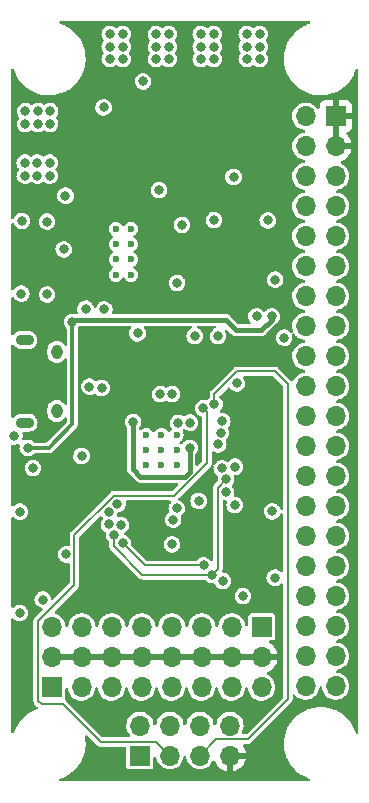
<source format=gbr>
%TF.GenerationSoftware,KiCad,Pcbnew,(6.0.0-0)*%
%TF.CreationDate,2022-06-22T07:40:47-04:00*%
%TF.ProjectId,hermes_v1,6865726d-6573-45f7-9631-2e6b69636164,rev?*%
%TF.SameCoordinates,Original*%
%TF.FileFunction,Copper,L3,Inr*%
%TF.FilePolarity,Positive*%
%FSLAX46Y46*%
G04 Gerber Fmt 4.6, Leading zero omitted, Abs format (unit mm)*
G04 Created by KiCad (PCBNEW (6.0.0-0)) date 2022-06-22 07:40:47*
%MOMM*%
%LPD*%
G01*
G04 APERTURE LIST*
%TA.AperFunction,ComponentPad*%
%ADD10C,0.600000*%
%TD*%
%TA.AperFunction,ComponentPad*%
%ADD11O,1.550000X0.890000*%
%TD*%
%TA.AperFunction,ComponentPad*%
%ADD12O,0.950000X1.250000*%
%TD*%
%TA.AperFunction,ComponentPad*%
%ADD13R,1.700000X1.700000*%
%TD*%
%TA.AperFunction,ComponentPad*%
%ADD14O,1.700000X1.700000*%
%TD*%
%TA.AperFunction,ViaPad*%
%ADD15C,0.800000*%
%TD*%
%TA.AperFunction,Conductor*%
%ADD16C,0.400000*%
%TD*%
%TA.AperFunction,Conductor*%
%ADD17C,0.300000*%
%TD*%
%TA.AperFunction,Conductor*%
%ADD18C,0.200000*%
%TD*%
G04 APERTURE END LIST*
D10*
%TO.N,GND*%
%TO.C,U3*%
X252525000Y-69975000D03*
X253800000Y-69975000D03*
X252525000Y-72525000D03*
X253800000Y-72525000D03*
X251250000Y-72525000D03*
X251250000Y-69975000D03*
X253800000Y-71250000D03*
X251250000Y-71250000D03*
X252525000Y-71250000D03*
%TD*%
D11*
%TO.N,GND*%
%TO.C,J2*%
X240950000Y-68925000D03*
X240950000Y-61925000D03*
D12*
X243650000Y-62925000D03*
X243650000Y-67925000D03*
%TD*%
D10*
%TO.N,GND*%
%TO.C,U6*%
X249950000Y-52500000D03*
X249950000Y-55100000D03*
X248650000Y-52500000D03*
X249950000Y-53800000D03*
X248650000Y-56400000D03*
X249950000Y-56400000D03*
X248650000Y-53800000D03*
X248650000Y-55100000D03*
%TD*%
D13*
%TO.N,GND*%
%TO.C,J3*%
X250700000Y-97100000D03*
D14*
X250700000Y-94560000D03*
%TO.N,FC_UART0_RX*%
X253240000Y-97100000D03*
%TO.N,FC_UART1_RX*%
X253240000Y-94560000D03*
%TO.N,FC_UART0_TX*%
X255780000Y-97100000D03*
%TO.N,FC_UART1_TX*%
X255780000Y-94560000D03*
%TO.N,+5V*%
X258320000Y-97100000D03*
%TO.N,3V3_IO*%
X258320000Y-94560000D03*
%TD*%
D13*
%TO.N,+5V*%
%TO.C,J1*%
X267275000Y-42965000D03*
D14*
%TO.N,unconnected-(J1-Pad2)*%
X264735000Y-42965000D03*
%TO.N,+5V*%
X267275000Y-45505000D03*
%TO.N,unconnected-(J1-Pad4)*%
X264735000Y-45505000D03*
%TO.N,GND*%
X267275000Y-48045000D03*
%TO.N,unconnected-(J1-Pad6)*%
X264735000Y-48045000D03*
%TO.N,unconnected-(J1-Pad7)*%
X267275000Y-50585000D03*
%TO.N,unconnected-(J1-Pad8)*%
X264735000Y-50585000D03*
%TO.N,unconnected-(J1-Pad9)*%
X267275000Y-53125000D03*
%TO.N,GND*%
X264735000Y-53125000D03*
%TO.N,unconnected-(J1-Pad11)*%
X267275000Y-55665000D03*
%TO.N,unconnected-(J1-Pad12)*%
X264735000Y-55665000D03*
%TO.N,unconnected-(J1-Pad13)*%
X267275000Y-58205000D03*
%TO.N,unconnected-(J1-Pad14)*%
X264735000Y-58205000D03*
%TO.N,unconnected-(J1-Pad15)*%
X267275000Y-60745000D03*
%TO.N,unconnected-(J1-Pad16)*%
X264735000Y-60745000D03*
%TO.N,unconnected-(J1-Pad17)*%
X267275000Y-63285000D03*
%TO.N,unconnected-(J1-Pad18)*%
X264735000Y-63285000D03*
%TO.N,GND*%
X267275000Y-65825000D03*
%TO.N,unconnected-(J1-Pad20)*%
X264735000Y-65825000D03*
%TO.N,unconnected-(J1-Pad21)*%
X267275000Y-68365000D03*
%TO.N,unconnected-(J1-Pad22)*%
X264735000Y-68365000D03*
%TO.N,unconnected-(J1-Pad23)*%
X267275000Y-70905000D03*
%TO.N,unconnected-(J1-Pad24)*%
X264735000Y-70905000D03*
%TO.N,unconnected-(J1-Pad25)*%
X267275000Y-73445000D03*
%TO.N,GND*%
X264735000Y-73445000D03*
%TO.N,unconnected-(J1-Pad27)*%
X267275000Y-75985000D03*
%TO.N,unconnected-(J1-Pad28)*%
X264735000Y-75985000D03*
%TO.N,GND*%
X267275000Y-78525000D03*
%TO.N,unconnected-(J1-Pad30)*%
X264735000Y-78525000D03*
%TO.N,unconnected-(J1-Pad31)*%
X267275000Y-81065000D03*
%TO.N,unconnected-(J1-Pad32)*%
X264735000Y-81065000D03*
%TO.N,GND*%
X267275000Y-83605000D03*
%TO.N,unconnected-(J1-Pad34)*%
X264735000Y-83605000D03*
%TO.N,unconnected-(J1-Pad35)*%
X267275000Y-86145000D03*
%TO.N,unconnected-(J1-Pad36)*%
X264735000Y-86145000D03*
%TO.N,unconnected-(J1-Pad37)*%
X267275000Y-88685000D03*
%TO.N,unconnected-(J1-Pad38)*%
X264735000Y-88685000D03*
%TO.N,unconnected-(J1-Pad39)*%
X267275000Y-91225000D03*
%TO.N,GND*%
X264735000Y-91225000D03*
%TD*%
D13*
%TO.N,FC_SERVO_1*%
%TO.C,J8*%
X261025000Y-86200000D03*
D14*
%TO.N,FC_SERVO_2*%
X258485000Y-86200000D03*
%TO.N,FC_SERVO_3*%
X255945000Y-86200000D03*
%TO.N,FC_SERVO_4*%
X253405000Y-86200000D03*
%TO.N,FC_SERVO_5*%
X250865000Y-86200000D03*
%TO.N,FC_SERVO_6*%
X248325000Y-86200000D03*
%TO.N,FC_SERVO_7*%
X245785000Y-86200000D03*
%TO.N,FC_RADIO_PPM*%
X243245000Y-86200000D03*
%TD*%
D13*
%TO.N,GND*%
%TO.C,J9*%
X243225000Y-91300000D03*
D14*
%TO.N,+5V*%
X243225000Y-88760000D03*
%TO.N,GND*%
X245765000Y-91300000D03*
%TO.N,+5V*%
X245765000Y-88760000D03*
%TO.N,GND*%
X248305000Y-91300000D03*
%TO.N,+5V*%
X248305000Y-88760000D03*
%TO.N,GND*%
X250845000Y-91300000D03*
%TO.N,+5V*%
X250845000Y-88760000D03*
%TO.N,GND*%
X253385000Y-91300000D03*
%TO.N,+5V*%
X253385000Y-88760000D03*
%TO.N,GND*%
X255925000Y-91300000D03*
%TO.N,+5V*%
X255925000Y-88760000D03*
%TO.N,GND*%
X258465000Y-91300000D03*
%TO.N,+5V*%
X258465000Y-88760000D03*
%TO.N,GND*%
X261005000Y-91300000D03*
%TO.N,+5V*%
X261005000Y-88760000D03*
%TD*%
D15*
%TO.N,GND*%
X241000000Y-42550000D03*
X241000000Y-43650000D03*
X243100000Y-43650000D03*
X243100000Y-42550000D03*
X242050000Y-43650000D03*
X242050000Y-42550000D03*
X249250000Y-37075000D03*
X248150000Y-37075000D03*
X249250000Y-36025000D03*
X248150000Y-36025000D03*
X248150000Y-38125000D03*
X249250000Y-38125000D03*
X259750000Y-38125000D03*
X260850000Y-37075000D03*
X259750000Y-37075000D03*
X260850000Y-38125000D03*
X260850000Y-36025000D03*
X259750000Y-36025000D03*
X240075000Y-70075000D03*
X254250000Y-52175000D03*
X261525000Y-51800000D03*
X252325000Y-49225000D03*
X244450000Y-80075000D03*
X258750000Y-72650000D03*
X244250000Y-54250000D03*
X258625000Y-48100000D03*
X244400000Y-49700000D03*
X241642878Y-72767878D03*
X261915000Y-76425000D03*
X262115000Y-82050000D03*
X250975000Y-40025000D03*
X258900000Y-65600000D03*
X242835000Y-58065000D03*
X253850000Y-57100000D03*
X247625000Y-42225000D03*
X255340000Y-61592500D03*
X240700000Y-51837500D03*
X257715000Y-82325000D03*
X246425000Y-65875000D03*
X258725000Y-75900000D03*
X257315000Y-61592500D03*
%TO.N,+1V1*%
X257329128Y-70750500D03*
X245761881Y-71723876D03*
X247450000Y-65990000D03*
%TO.N,+3V3*%
X262150000Y-56800000D03*
X262900000Y-61725000D03*
%TO.N,VCC*%
X240950000Y-46900000D03*
X242000000Y-46900000D03*
X242000000Y-48000000D03*
X243050000Y-48000000D03*
X243050000Y-46900000D03*
X253150000Y-36025000D03*
X253150000Y-37075000D03*
X252050000Y-36025000D03*
X253150000Y-38125000D03*
X252050000Y-38125000D03*
X252050000Y-37075000D03*
X256950000Y-37075000D03*
X255850000Y-38125000D03*
X256950000Y-36025000D03*
X255850000Y-37075000D03*
X256950000Y-38125000D03*
X255850000Y-36025000D03*
X240950000Y-48000000D03*
%TO.N,+5V*%
X257890000Y-58470000D03*
%TO.N,FC_STATUS_BLUE*%
X250500000Y-61350000D03*
X252425000Y-66500000D03*
%TO.N,FC_STATUS_RED*%
X247675000Y-59325000D03*
X253919729Y-68938809D03*
%TO.N,FC_STATUS_GREEN*%
X246100000Y-59275000D03*
X253424503Y-66500000D03*
%TO.N,FC_BOOTSEL*%
X242475000Y-83899500D03*
X240655000Y-57995000D03*
%TO.N,FC_RUN*%
X242825000Y-51887500D03*
X254919075Y-68921123D03*
%TO.N,FC_USB_VBUS*%
X261875000Y-59925000D03*
X241210000Y-71050000D03*
X244975000Y-60400000D03*
%TO.N,FC_SERVO_1*%
X259425000Y-83600000D03*
X257631540Y-72795314D03*
%TO.N,FC_SERVO_5*%
X255677574Y-75533514D03*
X253416941Y-79225000D03*
%TO.N,FC_I2C0_SCL*%
X257998539Y-74800000D03*
X256100000Y-81000000D03*
X249227589Y-79128715D03*
%TO.N,FC_I2C0_SDA*%
X257998540Y-73725000D03*
X248500911Y-78429215D03*
X256800000Y-81800000D03*
%TO.N,FC_SWCLK*%
X257560982Y-69778262D03*
%TO.N,FC_SWD*%
X257668069Y-68784514D03*
%TO.N,REG_5VIN*%
X256975000Y-51775000D03*
X260575000Y-59925000D03*
%TO.N,FC_SPI0_CS*%
X248093245Y-76506755D03*
%TO.N,FC_SPI0_MOSI*%
X249079368Y-77605774D03*
%TO.N,FC_SPI0_SCK*%
X248075000Y-77525000D03*
%TO.N,FC_SPI0_MISO*%
X248800000Y-75800000D03*
%TO.N,FC_UART1_TX*%
X253824500Y-76175000D03*
%TO.N,FC_UART1_RX*%
X253519313Y-77126768D03*
%TO.N,FC_UART0_TX*%
X257014326Y-67358427D03*
%TO.N,FC_UART0_RX*%
X256075000Y-67700000D03*
%TO.N,/FlightControlComputer/3V_MCU*%
X250125000Y-68850000D03*
X254900000Y-71050000D03*
%TO.N,3V3_IO*%
X240520000Y-85030000D03*
X240520000Y-76460000D03*
%TD*%
D16*
%TO.N,FC_USB_VBUS*%
X257950000Y-60200000D02*
X245175000Y-60200000D01*
X245175000Y-60200000D02*
X244975000Y-60400000D01*
X261875000Y-60200000D02*
X260975000Y-61100000D01*
X258850000Y-61100000D02*
X257950000Y-60200000D01*
D17*
X242970000Y-71050000D02*
X244975000Y-69045000D01*
X244975000Y-69045000D02*
X244975000Y-60400000D01*
D16*
X261875000Y-59925000D02*
X261875000Y-60200000D01*
D17*
X241210000Y-71050000D02*
X242970000Y-71050000D01*
D16*
X260975000Y-61100000D02*
X258850000Y-61100000D01*
D18*
%TO.N,FC_I2C0_SCL*%
X251098874Y-81000000D02*
X249227589Y-79128715D01*
X256100000Y-81000000D02*
X251098874Y-81000000D01*
%TO.N,FC_I2C0_SDA*%
X257299028Y-74424512D02*
X257998540Y-73725000D01*
X257299028Y-81300972D02*
X257299028Y-74424512D01*
X248500911Y-79391296D02*
X248500911Y-78429215D01*
X256800000Y-81800000D02*
X250909615Y-81800000D01*
X250909615Y-81800000D02*
X248500911Y-79391296D01*
X256800000Y-81800000D02*
X257299028Y-81300972D01*
%TO.N,FC_UART0_TX*%
X255780000Y-97100000D02*
X257170489Y-95709511D01*
X263225000Y-65675000D02*
X262125000Y-64575000D01*
X257170489Y-95709511D02*
X259865489Y-95709511D01*
X263225000Y-92350000D02*
X263225000Y-65675000D01*
X258935741Y-64575000D02*
X257014326Y-66496415D01*
X262125000Y-64575000D02*
X258935741Y-64575000D01*
X257014326Y-66496415D02*
X257014326Y-67358427D01*
X259865489Y-95709511D02*
X263225000Y-92350000D01*
%TO.N,FC_UART0_RX*%
X248474511Y-75100489D02*
X245149511Y-78425489D01*
X245149511Y-78425489D02*
X245149511Y-82669834D01*
X256075000Y-67700000D02*
X256377085Y-68002085D01*
X245149511Y-82669834D02*
X242075489Y-85743856D01*
X242075489Y-85743856D02*
X242075489Y-92449511D01*
X256377085Y-72329342D02*
X253605938Y-75100489D01*
X247375296Y-95950489D02*
X252090489Y-95950489D01*
X242375978Y-92750000D02*
X244174807Y-92750000D01*
X252090489Y-95950489D02*
X253240000Y-97100000D01*
X256377085Y-68002085D02*
X256377085Y-72329342D01*
X244174807Y-92750000D02*
X247375296Y-95950489D01*
X242075489Y-92449511D02*
X242375978Y-92750000D01*
X253605938Y-75100489D02*
X248474511Y-75100489D01*
D16*
%TO.N,/FlightControlComputer/3V_MCU*%
X254900000Y-71050000D02*
X254900000Y-73100000D01*
X254900000Y-73100000D02*
X254500000Y-73500000D01*
X250125000Y-72875000D02*
X250125000Y-68850000D01*
X254500000Y-73500000D02*
X250750000Y-73500000D01*
X250750000Y-73500000D02*
X250125000Y-72875000D01*
%TD*%
%TA.AperFunction,Conductor*%
%TO.N,+5V*%
G36*
X265084032Y-34920002D02*
G01*
X265130525Y-34973658D01*
X265140629Y-35043932D01*
X265111135Y-35108512D01*
X265051170Y-35146966D01*
X264963341Y-35172566D01*
X264960039Y-35173951D01*
X264960038Y-35173951D01*
X264750883Y-35261657D01*
X264638610Y-35308737D01*
X264534406Y-35367094D01*
X264334498Y-35479047D01*
X264334493Y-35479050D01*
X264331381Y-35480793D01*
X264328485Y-35482878D01*
X264328480Y-35482881D01*
X264259347Y-35532650D01*
X264045605Y-35686523D01*
X264042969Y-35688917D01*
X264042967Y-35688919D01*
X263866166Y-35849513D01*
X263784954Y-35923281D01*
X263708833Y-36010080D01*
X263568845Y-36169706D01*
X263552781Y-36188023D01*
X263550749Y-36190952D01*
X263550746Y-36190956D01*
X263478150Y-36295604D01*
X263352071Y-36477347D01*
X263350380Y-36480494D01*
X263350377Y-36480499D01*
X263275280Y-36620261D01*
X263185402Y-36787532D01*
X263054919Y-37114590D01*
X262962299Y-37454317D01*
X262961757Y-37457839D01*
X262931745Y-37652831D01*
X262908732Y-37802345D01*
X262908592Y-37805909D01*
X262895475Y-38139778D01*
X262894908Y-38154200D01*
X262921004Y-38505358D01*
X262986684Y-38851304D01*
X263091104Y-39187592D01*
X263092545Y-39190867D01*
X263171267Y-39369776D01*
X263232921Y-39509897D01*
X263410313Y-39814076D01*
X263620999Y-40096219D01*
X263623443Y-40098817D01*
X263623448Y-40098823D01*
X263848653Y-40338222D01*
X263862270Y-40352697D01*
X263884024Y-40371113D01*
X264054652Y-40515560D01*
X264131024Y-40580214D01*
X264133988Y-40582194D01*
X264133990Y-40582196D01*
X264281999Y-40681092D01*
X264423807Y-40775845D01*
X264426989Y-40777484D01*
X264426991Y-40777485D01*
X264733670Y-40935436D01*
X264733675Y-40935438D01*
X264736853Y-40937075D01*
X264740194Y-40938341D01*
X264740199Y-40938343D01*
X264971696Y-41026049D01*
X265066139Y-41061830D01*
X265069603Y-41062710D01*
X265069607Y-41062711D01*
X265403963Y-41147627D01*
X265403971Y-41147629D01*
X265407430Y-41148507D01*
X265579152Y-41171878D01*
X265753347Y-41195585D01*
X265753354Y-41195586D01*
X265756340Y-41195992D01*
X265871081Y-41200500D01*
X266089198Y-41200500D01*
X266230756Y-41192462D01*
X266347992Y-41185805D01*
X266347999Y-41185804D01*
X266351560Y-41185602D01*
X266489883Y-41161834D01*
X266695082Y-41126575D01*
X266695090Y-41126573D01*
X266698600Y-41125970D01*
X266702025Y-41124972D01*
X266702028Y-41124971D01*
X267033221Y-41028436D01*
X267036659Y-41027434D01*
X267361390Y-40891263D01*
X267564556Y-40777485D01*
X267665502Y-40720953D01*
X267665507Y-40720950D01*
X267668619Y-40719207D01*
X267671515Y-40717122D01*
X267671520Y-40717119D01*
X267841046Y-40595077D01*
X267954395Y-40513477D01*
X268125673Y-40357900D01*
X268212405Y-40279118D01*
X268212406Y-40279117D01*
X268215046Y-40276719D01*
X268447219Y-40011977D01*
X268647929Y-39722653D01*
X268661135Y-39698077D01*
X268798726Y-39442007D01*
X268814598Y-39412468D01*
X268833048Y-39366224D01*
X268943755Y-39088733D01*
X268945081Y-39085410D01*
X268946021Y-39081961D01*
X268946024Y-39081953D01*
X268952437Y-39058429D01*
X268989652Y-38997968D01*
X269053647Y-38967225D01*
X269124104Y-38975960D01*
X269178654Y-39021402D01*
X269200000Y-39091570D01*
X269200000Y-95119230D01*
X269179998Y-95187351D01*
X269126342Y-95233844D01*
X269056068Y-95243948D01*
X268991488Y-95214454D01*
X268953668Y-95156594D01*
X268909961Y-95015836D01*
X268909958Y-95015827D01*
X268908896Y-95012408D01*
X268907455Y-95009133D01*
X268768522Y-94693382D01*
X268768520Y-94693379D01*
X268767079Y-94690103D01*
X268589687Y-94385924D01*
X268379001Y-94103781D01*
X268376557Y-94101183D01*
X268376552Y-94101177D01*
X268140180Y-93849907D01*
X268140176Y-93849904D01*
X268137730Y-93847303D01*
X267947809Y-93686523D01*
X267871698Y-93622090D01*
X267871694Y-93622087D01*
X267868976Y-93619786D01*
X267739966Y-93533584D01*
X267579170Y-93426144D01*
X267579168Y-93426143D01*
X267576193Y-93424155D01*
X267550459Y-93410901D01*
X267266330Y-93264564D01*
X267266325Y-93264562D01*
X267263147Y-93262925D01*
X267259806Y-93261659D01*
X267259801Y-93261657D01*
X266968673Y-93151359D01*
X266933861Y-93138170D01*
X266930397Y-93137290D01*
X266930393Y-93137289D01*
X266596037Y-93052373D01*
X266596029Y-93052371D01*
X266592570Y-93051493D01*
X266388412Y-93023708D01*
X266246653Y-93004415D01*
X266246646Y-93004414D01*
X266243660Y-93004008D01*
X266128919Y-92999500D01*
X265910802Y-92999500D01*
X265769244Y-93007538D01*
X265652008Y-93014195D01*
X265652001Y-93014196D01*
X265648440Y-93014398D01*
X265510117Y-93038166D01*
X265304918Y-93073425D01*
X265304910Y-93073427D01*
X265301400Y-93074030D01*
X265297975Y-93075028D01*
X265297972Y-93075029D01*
X265084370Y-93137289D01*
X264963341Y-93172566D01*
X264638610Y-93308737D01*
X264484996Y-93394765D01*
X264334498Y-93479047D01*
X264334493Y-93479050D01*
X264331381Y-93480793D01*
X264328485Y-93482878D01*
X264328480Y-93482881D01*
X264283685Y-93515129D01*
X264045605Y-93686523D01*
X264042969Y-93688917D01*
X264042967Y-93688919D01*
X263865733Y-93849907D01*
X263784954Y-93923281D01*
X263552781Y-94188023D01*
X263352071Y-94477347D01*
X263350380Y-94480494D01*
X263350377Y-94480499D01*
X263277160Y-94616763D01*
X263185402Y-94787532D01*
X263054919Y-95114590D01*
X262962299Y-95454317D01*
X262953956Y-95508521D01*
X262920142Y-95728216D01*
X262908732Y-95802345D01*
X262908592Y-95805909D01*
X262896191Y-96121556D01*
X262894908Y-96154200D01*
X262921004Y-96505358D01*
X262986684Y-96851304D01*
X262987742Y-96854713D01*
X262987744Y-96854719D01*
X263027961Y-96984239D01*
X263091104Y-97187592D01*
X263092545Y-97190867D01*
X263224577Y-97490933D01*
X263232921Y-97509897D01*
X263410313Y-97814076D01*
X263620999Y-98096219D01*
X263623443Y-98098817D01*
X263623448Y-98098823D01*
X263859820Y-98350093D01*
X263862270Y-98352697D01*
X263929462Y-98409579D01*
X264086301Y-98542353D01*
X264131024Y-98580214D01*
X264133988Y-98582194D01*
X264133990Y-98582196D01*
X264335917Y-98717119D01*
X264423807Y-98775845D01*
X264426989Y-98777484D01*
X264426991Y-98777485D01*
X264733670Y-98935436D01*
X264733675Y-98935438D01*
X264736853Y-98937075D01*
X264740194Y-98938341D01*
X264740199Y-98938343D01*
X264763453Y-98947153D01*
X265042923Y-99053034D01*
X265051208Y-99056173D01*
X265107823Y-99099012D01*
X265132291Y-99165659D01*
X265116842Y-99234955D01*
X265066381Y-99284897D01*
X265006567Y-99300000D01*
X243984089Y-99300000D01*
X243915968Y-99279998D01*
X243869475Y-99226342D01*
X243859371Y-99156068D01*
X243888865Y-99091488D01*
X243948830Y-99053034D01*
X244009590Y-99035324D01*
X244036659Y-99027434D01*
X244063588Y-99016142D01*
X244358092Y-98892646D01*
X244361390Y-98891263D01*
X244564556Y-98777485D01*
X244665502Y-98720953D01*
X244665507Y-98720950D01*
X244668619Y-98719207D01*
X244671515Y-98717122D01*
X244671520Y-98717119D01*
X244818239Y-98611496D01*
X244954395Y-98513477D01*
X245071945Y-98406703D01*
X245212405Y-98279118D01*
X245212406Y-98279117D01*
X245215046Y-98276719D01*
X245396626Y-98069667D01*
X245444868Y-98014658D01*
X245444869Y-98014656D01*
X245447219Y-98011977D01*
X245456671Y-97998353D01*
X245556521Y-97854418D01*
X245647929Y-97722653D01*
X245702466Y-97621156D01*
X245775254Y-97485690D01*
X245814598Y-97412468D01*
X245945081Y-97085410D01*
X246037701Y-96745683D01*
X246066423Y-96559077D01*
X246090726Y-96401178D01*
X246090726Y-96401174D01*
X246091268Y-96397655D01*
X246096834Y-96255980D01*
X246104952Y-96049370D01*
X246104952Y-96049365D01*
X246105092Y-96045800D01*
X246085611Y-95783659D01*
X246079261Y-95698204D01*
X246079260Y-95698199D01*
X246078996Y-95694642D01*
X246057685Y-95582396D01*
X246044177Y-95511244D01*
X246051122Y-95440588D01*
X246095164Y-95384903D01*
X246162320Y-95361869D01*
X246231269Y-95378798D01*
X246257061Y-95398647D01*
X247114387Y-96255973D01*
X247114391Y-96255976D01*
X247136954Y-96278539D01*
X247145794Y-96283043D01*
X247156551Y-96288524D01*
X247173403Y-96298850D01*
X247191206Y-96311785D01*
X247212130Y-96318584D01*
X247230390Y-96326148D01*
X247241155Y-96331633D01*
X247241159Y-96331634D01*
X247249992Y-96336135D01*
X247259783Y-96337686D01*
X247259784Y-96337686D01*
X247271718Y-96339576D01*
X247290943Y-96344192D01*
X247302428Y-96347924D01*
X247302432Y-96347925D01*
X247311863Y-96350989D01*
X249423500Y-96350989D01*
X249491621Y-96370991D01*
X249538114Y-96424647D01*
X249549500Y-96476989D01*
X249549500Y-97994646D01*
X249552618Y-98020846D01*
X249556456Y-98029486D01*
X249556456Y-98029487D01*
X249559565Y-98036486D01*
X249598061Y-98123153D01*
X249606294Y-98131372D01*
X249606295Y-98131373D01*
X249632363Y-98157395D01*
X249677287Y-98202241D01*
X249687924Y-98206944D01*
X249687926Y-98206945D01*
X249725382Y-98223504D01*
X249779673Y-98247506D01*
X249805354Y-98250500D01*
X251594646Y-98250500D01*
X251598350Y-98250059D01*
X251598353Y-98250059D01*
X251605746Y-98249179D01*
X251620846Y-98247382D01*
X251723153Y-98201939D01*
X251802241Y-98122713D01*
X251847506Y-98020327D01*
X251850500Y-97994646D01*
X251850500Y-97310673D01*
X251870502Y-97242552D01*
X251924158Y-97196059D01*
X251994432Y-97185955D01*
X252059012Y-97215449D01*
X252097396Y-97275175D01*
X252098658Y-97280784D01*
X252098796Y-97280749D01*
X252145569Y-97464914D01*
X252150845Y-97485690D01*
X252153262Y-97490933D01*
X252177387Y-97543265D01*
X252239369Y-97677714D01*
X252361405Y-97850391D01*
X252365539Y-97854418D01*
X252505727Y-97990983D01*
X252512865Y-97997937D01*
X252517661Y-98001142D01*
X252517664Y-98001144D01*
X252620216Y-98069667D01*
X252688677Y-98115411D01*
X252693985Y-98117692D01*
X252693986Y-98117692D01*
X252877650Y-98196600D01*
X252877653Y-98196601D01*
X252882953Y-98198878D01*
X252888582Y-98200152D01*
X252888583Y-98200152D01*
X253083550Y-98244269D01*
X253083553Y-98244269D01*
X253089186Y-98245544D01*
X253094957Y-98245771D01*
X253094959Y-98245771D01*
X253156989Y-98248208D01*
X253300470Y-98253846D01*
X253306179Y-98253018D01*
X253306183Y-98253018D01*
X253504015Y-98224333D01*
X253504019Y-98224332D01*
X253509730Y-98223504D01*
X253596579Y-98194023D01*
X253704483Y-98157395D01*
X253704488Y-98157393D01*
X253709955Y-98155537D01*
X253714998Y-98152713D01*
X253889395Y-98055046D01*
X253889399Y-98055043D01*
X253894442Y-98052219D01*
X254057012Y-97917012D01*
X254192219Y-97754442D01*
X254195043Y-97749399D01*
X254195046Y-97749395D01*
X254292713Y-97574998D01*
X254292714Y-97574996D01*
X254295537Y-97569955D01*
X254297393Y-97564488D01*
X254297395Y-97564483D01*
X254361647Y-97375200D01*
X254363504Y-97369730D01*
X254364333Y-97364015D01*
X254385090Y-97220860D01*
X254414660Y-97156315D01*
X254474432Y-97118003D01*
X254545429Y-97118087D01*
X254605109Y-97156542D01*
X254634525Y-97221158D01*
X254635515Y-97230695D01*
X254638796Y-97280749D01*
X254640217Y-97286345D01*
X254640218Y-97286350D01*
X254687044Y-97470724D01*
X254690845Y-97485690D01*
X254693262Y-97490933D01*
X254717387Y-97543265D01*
X254779369Y-97677714D01*
X254901405Y-97850391D01*
X254905539Y-97854418D01*
X255045727Y-97990983D01*
X255052865Y-97997937D01*
X255057661Y-98001142D01*
X255057664Y-98001144D01*
X255160216Y-98069667D01*
X255228677Y-98115411D01*
X255233985Y-98117692D01*
X255233986Y-98117692D01*
X255417650Y-98196600D01*
X255417653Y-98196601D01*
X255422953Y-98198878D01*
X255428582Y-98200152D01*
X255428583Y-98200152D01*
X255623550Y-98244269D01*
X255623553Y-98244269D01*
X255629186Y-98245544D01*
X255634957Y-98245771D01*
X255634959Y-98245771D01*
X255696989Y-98248208D01*
X255840470Y-98253846D01*
X255846179Y-98253018D01*
X255846183Y-98253018D01*
X256044015Y-98224333D01*
X256044019Y-98224332D01*
X256049730Y-98223504D01*
X256136579Y-98194023D01*
X256244483Y-98157395D01*
X256244488Y-98157393D01*
X256249955Y-98155537D01*
X256254998Y-98152713D01*
X256429395Y-98055046D01*
X256429399Y-98055043D01*
X256434442Y-98052219D01*
X256597012Y-97917012D01*
X256732219Y-97754442D01*
X256828931Y-97581751D01*
X256879667Y-97532091D01*
X256949198Y-97517744D01*
X257015449Y-97543265D01*
X257055607Y-97595915D01*
X257101770Y-97709603D01*
X257106413Y-97718794D01*
X257217694Y-97900388D01*
X257223777Y-97908699D01*
X257363213Y-98069667D01*
X257370580Y-98076883D01*
X257534434Y-98212916D01*
X257542881Y-98218831D01*
X257726756Y-98326279D01*
X257736042Y-98330729D01*
X257935001Y-98406703D01*
X257944899Y-98409579D01*
X258048250Y-98430606D01*
X258062299Y-98429410D01*
X258066000Y-98419065D01*
X258066000Y-98418517D01*
X258574000Y-98418517D01*
X258578064Y-98432359D01*
X258591478Y-98434393D01*
X258598184Y-98433534D01*
X258608262Y-98431392D01*
X258812255Y-98370191D01*
X258821842Y-98366433D01*
X259013095Y-98272739D01*
X259021945Y-98267464D01*
X259195328Y-98143792D01*
X259203200Y-98137139D01*
X259354052Y-97986812D01*
X259360730Y-97978965D01*
X259485003Y-97806020D01*
X259490313Y-97797183D01*
X259584670Y-97606267D01*
X259588469Y-97596672D01*
X259650377Y-97392910D01*
X259652555Y-97382837D01*
X259653986Y-97371962D01*
X259651775Y-97357778D01*
X259638617Y-97354000D01*
X258592115Y-97354000D01*
X258576876Y-97358475D01*
X258575671Y-97359865D01*
X258574000Y-97367548D01*
X258574000Y-98418517D01*
X258066000Y-98418517D01*
X258066000Y-96972000D01*
X258086002Y-96903879D01*
X258139658Y-96857386D01*
X258192000Y-96846000D01*
X259638344Y-96846000D01*
X259651875Y-96842027D01*
X259653180Y-96832947D01*
X259611214Y-96665875D01*
X259607894Y-96656124D01*
X259522972Y-96460814D01*
X259518105Y-96451739D01*
X259422821Y-96304451D01*
X259402614Y-96236391D01*
X259422410Y-96168210D01*
X259475926Y-96121556D01*
X259528613Y-96110011D01*
X259928922Y-96110011D01*
X259938353Y-96106947D01*
X259938357Y-96106946D01*
X259949842Y-96103214D01*
X259969067Y-96098598D01*
X259981001Y-96096708D01*
X259981002Y-96096708D01*
X259990793Y-96095157D01*
X259999626Y-96090656D01*
X259999630Y-96090655D01*
X260010395Y-96085170D01*
X260028655Y-96077606D01*
X260049579Y-96070807D01*
X260067382Y-96057872D01*
X260084234Y-96047546D01*
X260094991Y-96042065D01*
X260103831Y-96037561D01*
X260126394Y-96014998D01*
X260126398Y-96014995D01*
X263530484Y-92610909D01*
X263530487Y-92610905D01*
X263553050Y-92588342D01*
X263563035Y-92568745D01*
X263573361Y-92551893D01*
X263586296Y-92534090D01*
X263593095Y-92513166D01*
X263600659Y-92494906D01*
X263606144Y-92484141D01*
X263606145Y-92484137D01*
X263610646Y-92475304D01*
X263614045Y-92453846D01*
X263614087Y-92453578D01*
X263618703Y-92434353D01*
X263622435Y-92422868D01*
X263622436Y-92422864D01*
X263625500Y-92413433D01*
X263625500Y-92045270D01*
X263645502Y-91977149D01*
X263699158Y-91930656D01*
X263769432Y-91920552D01*
X263834012Y-91950046D01*
X263848982Y-91966571D01*
X263849320Y-91966282D01*
X263853073Y-91970676D01*
X263856405Y-91975391D01*
X264007865Y-92122937D01*
X264012661Y-92126142D01*
X264012664Y-92126144D01*
X264124910Y-92201144D01*
X264183677Y-92240411D01*
X264188985Y-92242692D01*
X264188986Y-92242692D01*
X264372650Y-92321600D01*
X264372653Y-92321601D01*
X264377953Y-92323878D01*
X264383582Y-92325152D01*
X264383583Y-92325152D01*
X264578550Y-92369269D01*
X264578553Y-92369269D01*
X264584186Y-92370544D01*
X264589957Y-92370771D01*
X264589959Y-92370771D01*
X264651989Y-92373208D01*
X264795470Y-92378846D01*
X264801179Y-92378018D01*
X264801183Y-92378018D01*
X264999015Y-92349333D01*
X264999019Y-92349332D01*
X265004730Y-92348504D01*
X265095500Y-92317692D01*
X265199483Y-92282395D01*
X265199488Y-92282393D01*
X265204955Y-92280537D01*
X265209998Y-92277713D01*
X265384395Y-92180046D01*
X265384399Y-92180043D01*
X265389442Y-92177219D01*
X265552012Y-92042012D01*
X265687219Y-91879442D01*
X265690043Y-91874399D01*
X265690046Y-91874395D01*
X265787713Y-91699998D01*
X265787714Y-91699996D01*
X265790537Y-91694955D01*
X265792393Y-91689488D01*
X265792395Y-91689483D01*
X265856647Y-91500200D01*
X265858504Y-91494730D01*
X265860526Y-91480784D01*
X265880090Y-91345860D01*
X265909660Y-91281315D01*
X265969432Y-91243003D01*
X266040429Y-91243087D01*
X266100109Y-91281542D01*
X266129525Y-91346158D01*
X266130515Y-91355695D01*
X266133796Y-91405749D01*
X266135217Y-91411345D01*
X266135218Y-91411350D01*
X266184424Y-91605095D01*
X266185845Y-91610690D01*
X266274369Y-91802714D01*
X266396405Y-91975391D01*
X266547865Y-92122937D01*
X266552661Y-92126142D01*
X266552664Y-92126144D01*
X266664910Y-92201144D01*
X266723677Y-92240411D01*
X266728985Y-92242692D01*
X266728986Y-92242692D01*
X266912650Y-92321600D01*
X266912653Y-92321601D01*
X266917953Y-92323878D01*
X266923582Y-92325152D01*
X266923583Y-92325152D01*
X267118550Y-92369269D01*
X267118553Y-92369269D01*
X267124186Y-92370544D01*
X267129957Y-92370771D01*
X267129959Y-92370771D01*
X267191989Y-92373208D01*
X267335470Y-92378846D01*
X267341179Y-92378018D01*
X267341183Y-92378018D01*
X267539015Y-92349333D01*
X267539019Y-92349332D01*
X267544730Y-92348504D01*
X267635500Y-92317692D01*
X267739483Y-92282395D01*
X267739488Y-92282393D01*
X267744955Y-92280537D01*
X267749998Y-92277713D01*
X267924395Y-92180046D01*
X267924399Y-92180043D01*
X267929442Y-92177219D01*
X268092012Y-92042012D01*
X268227219Y-91879442D01*
X268230043Y-91874399D01*
X268230046Y-91874395D01*
X268327713Y-91699998D01*
X268327714Y-91699996D01*
X268330537Y-91694955D01*
X268332393Y-91689488D01*
X268332395Y-91689483D01*
X268396647Y-91500200D01*
X268398504Y-91494730D01*
X268400532Y-91480749D01*
X268428314Y-91289140D01*
X268428314Y-91289138D01*
X268428846Y-91285470D01*
X268430429Y-91225000D01*
X268411081Y-91014440D01*
X268353686Y-90810931D01*
X268342553Y-90788354D01*
X268262719Y-90626469D01*
X268260165Y-90621290D01*
X268133651Y-90451867D01*
X267978381Y-90308337D01*
X267915033Y-90268367D01*
X267804434Y-90198584D01*
X267804433Y-90198584D01*
X267799554Y-90195505D01*
X267603160Y-90117152D01*
X267597503Y-90116027D01*
X267597497Y-90116025D01*
X267400234Y-90076788D01*
X267337324Y-90043881D01*
X267302192Y-89982186D01*
X267305992Y-89911291D01*
X267347517Y-89853705D01*
X267406734Y-89828513D01*
X267539015Y-89809333D01*
X267539019Y-89809332D01*
X267544730Y-89808504D01*
X267623987Y-89781600D01*
X267739483Y-89742395D01*
X267739488Y-89742393D01*
X267744955Y-89740537D01*
X267764365Y-89729667D01*
X267924395Y-89640046D01*
X267924399Y-89640043D01*
X267929442Y-89637219D01*
X268092012Y-89502012D01*
X268227219Y-89339442D01*
X268230043Y-89334399D01*
X268230046Y-89334395D01*
X268327713Y-89159998D01*
X268327714Y-89159996D01*
X268330537Y-89154955D01*
X268332393Y-89149488D01*
X268332395Y-89149483D01*
X268396647Y-88960200D01*
X268398504Y-88954730D01*
X268400591Y-88940342D01*
X268428314Y-88749140D01*
X268428314Y-88749138D01*
X268428846Y-88745470D01*
X268430429Y-88685000D01*
X268411081Y-88474440D01*
X268353686Y-88270931D01*
X268342553Y-88248354D01*
X268262719Y-88086469D01*
X268260165Y-88081290D01*
X268161045Y-87948552D01*
X268137104Y-87916491D01*
X268137103Y-87916490D01*
X268133651Y-87911867D01*
X267978381Y-87768337D01*
X267973498Y-87765256D01*
X267804434Y-87658584D01*
X267804433Y-87658584D01*
X267799554Y-87655505D01*
X267603160Y-87577152D01*
X267597503Y-87576027D01*
X267597497Y-87576025D01*
X267400234Y-87536788D01*
X267337324Y-87503881D01*
X267302192Y-87442186D01*
X267305992Y-87371291D01*
X267347517Y-87313705D01*
X267406734Y-87288513D01*
X267539015Y-87269333D01*
X267539019Y-87269332D01*
X267544730Y-87268504D01*
X267655376Y-87230945D01*
X267739483Y-87202395D01*
X267739488Y-87202393D01*
X267744955Y-87200537D01*
X267779898Y-87180968D01*
X267924395Y-87100046D01*
X267924399Y-87100043D01*
X267929442Y-87097219D01*
X268092012Y-86962012D01*
X268227219Y-86799442D01*
X268230043Y-86794399D01*
X268230046Y-86794395D01*
X268327713Y-86619998D01*
X268327714Y-86619996D01*
X268330537Y-86614955D01*
X268332393Y-86609488D01*
X268332395Y-86609483D01*
X268396647Y-86420200D01*
X268398504Y-86414730D01*
X268404268Y-86374981D01*
X268428314Y-86209140D01*
X268428314Y-86209138D01*
X268428846Y-86205470D01*
X268430429Y-86145000D01*
X268411081Y-85934440D01*
X268353686Y-85730931D01*
X268342553Y-85708354D01*
X268262719Y-85546469D01*
X268260165Y-85541290D01*
X268133651Y-85371867D01*
X267978381Y-85228337D01*
X267945014Y-85207284D01*
X267804434Y-85118584D01*
X267804433Y-85118584D01*
X267799554Y-85115505D01*
X267603160Y-85037152D01*
X267597503Y-85036027D01*
X267597497Y-85036025D01*
X267400234Y-84996788D01*
X267337324Y-84963881D01*
X267302192Y-84902186D01*
X267305992Y-84831291D01*
X267347517Y-84773705D01*
X267406734Y-84748513D01*
X267539015Y-84729333D01*
X267539019Y-84729332D01*
X267544730Y-84728504D01*
X267623987Y-84701600D01*
X267739483Y-84662395D01*
X267739488Y-84662393D01*
X267744955Y-84660537D01*
X267807418Y-84625556D01*
X267924395Y-84560046D01*
X267924399Y-84560043D01*
X267929442Y-84557219D01*
X268092012Y-84422012D01*
X268227219Y-84259442D01*
X268230043Y-84254399D01*
X268230046Y-84254395D01*
X268327713Y-84079998D01*
X268327714Y-84079996D01*
X268330537Y-84074955D01*
X268332393Y-84069488D01*
X268332395Y-84069483D01*
X268390041Y-83899661D01*
X268398504Y-83874730D01*
X268401077Y-83856989D01*
X268428314Y-83669140D01*
X268428314Y-83669138D01*
X268428846Y-83665470D01*
X268430429Y-83605000D01*
X268411081Y-83394440D01*
X268353686Y-83190931D01*
X268342553Y-83168354D01*
X268262719Y-83006469D01*
X268260165Y-83001290D01*
X268133651Y-82831867D01*
X267999674Y-82708020D01*
X267982622Y-82692257D01*
X267982620Y-82692255D01*
X267978381Y-82688337D01*
X267799554Y-82575505D01*
X267603160Y-82497152D01*
X267597503Y-82496027D01*
X267597497Y-82496025D01*
X267400234Y-82456788D01*
X267337324Y-82423881D01*
X267302192Y-82362186D01*
X267305992Y-82291291D01*
X267347517Y-82233705D01*
X267406734Y-82208513D01*
X267539015Y-82189333D01*
X267539019Y-82189332D01*
X267544730Y-82188504D01*
X267623987Y-82161600D01*
X267739483Y-82122395D01*
X267739488Y-82122393D01*
X267744955Y-82120537D01*
X267749998Y-82117713D01*
X267924395Y-82020046D01*
X267924399Y-82020043D01*
X267929442Y-82017219D01*
X268092012Y-81882012D01*
X268227219Y-81719442D01*
X268230043Y-81714399D01*
X268230046Y-81714395D01*
X268327713Y-81539998D01*
X268327714Y-81539996D01*
X268330537Y-81534955D01*
X268332393Y-81529488D01*
X268332395Y-81529483D01*
X268393348Y-81349919D01*
X268398504Y-81334730D01*
X268412243Y-81239981D01*
X268428314Y-81129140D01*
X268428314Y-81129138D01*
X268428846Y-81125470D01*
X268430429Y-81065000D01*
X268411081Y-80854440D01*
X268353686Y-80650931D01*
X268350800Y-80645077D01*
X268262719Y-80466469D01*
X268260165Y-80461290D01*
X268139634Y-80299879D01*
X268137104Y-80296491D01*
X268137103Y-80296490D01*
X268133651Y-80291867D01*
X267978381Y-80148337D01*
X267799554Y-80035505D01*
X267603160Y-79957152D01*
X267597503Y-79956027D01*
X267597497Y-79956025D01*
X267400234Y-79916788D01*
X267337324Y-79883881D01*
X267302192Y-79822186D01*
X267305992Y-79751291D01*
X267347517Y-79693705D01*
X267406734Y-79668513D01*
X267539015Y-79649333D01*
X267539019Y-79649332D01*
X267544730Y-79648504D01*
X267658039Y-79610041D01*
X267739483Y-79582395D01*
X267739488Y-79582393D01*
X267744955Y-79580537D01*
X267761783Y-79571113D01*
X267924395Y-79480046D01*
X267924399Y-79480043D01*
X267929442Y-79477219D01*
X268092012Y-79342012D01*
X268227219Y-79179442D01*
X268230043Y-79174399D01*
X268230046Y-79174395D01*
X268327713Y-78999998D01*
X268327714Y-78999996D01*
X268330537Y-78994955D01*
X268332393Y-78989488D01*
X268332395Y-78989483D01*
X268386334Y-78830582D01*
X268398504Y-78794730D01*
X268403679Y-78759045D01*
X268428314Y-78589140D01*
X268428314Y-78589138D01*
X268428846Y-78585470D01*
X268430429Y-78525000D01*
X268411081Y-78314440D01*
X268404569Y-78291348D01*
X268377625Y-78195814D01*
X268353686Y-78110931D01*
X268342553Y-78088354D01*
X268262719Y-77926469D01*
X268260165Y-77921290D01*
X268133651Y-77751867D01*
X267978381Y-77608337D01*
X267799554Y-77495505D01*
X267603160Y-77417152D01*
X267597503Y-77416027D01*
X267597497Y-77416025D01*
X267400234Y-77376788D01*
X267337324Y-77343881D01*
X267302192Y-77282186D01*
X267305992Y-77211291D01*
X267347517Y-77153705D01*
X267406734Y-77128513D01*
X267539015Y-77109333D01*
X267539019Y-77109332D01*
X267544730Y-77108504D01*
X267623987Y-77081600D01*
X267739483Y-77042395D01*
X267739488Y-77042393D01*
X267744955Y-77040537D01*
X267749998Y-77037713D01*
X267924395Y-76940046D01*
X267924399Y-76940043D01*
X267929442Y-76937219D01*
X268092012Y-76802012D01*
X268227219Y-76639442D01*
X268230043Y-76634399D01*
X268230046Y-76634395D01*
X268327713Y-76459998D01*
X268327714Y-76459996D01*
X268330537Y-76454955D01*
X268332393Y-76449488D01*
X268332395Y-76449483D01*
X268391700Y-76274775D01*
X268398504Y-76254730D01*
X268399754Y-76246113D01*
X268428314Y-76049140D01*
X268428314Y-76049138D01*
X268428846Y-76045470D01*
X268430429Y-75985000D01*
X268411081Y-75774440D01*
X268408243Y-75764375D01*
X268364455Y-75609115D01*
X268353686Y-75570931D01*
X268342553Y-75548354D01*
X268262719Y-75386469D01*
X268260165Y-75381290D01*
X268133651Y-75211867D01*
X268033286Y-75119090D01*
X267982622Y-75072257D01*
X267982620Y-75072255D01*
X267978381Y-75068337D01*
X267967299Y-75061345D01*
X267804434Y-74958584D01*
X267804433Y-74958584D01*
X267799554Y-74955505D01*
X267603160Y-74877152D01*
X267597503Y-74876027D01*
X267597497Y-74876025D01*
X267400234Y-74836788D01*
X267337324Y-74803881D01*
X267302192Y-74742186D01*
X267305992Y-74671291D01*
X267347517Y-74613705D01*
X267406734Y-74588513D01*
X267539015Y-74569333D01*
X267539019Y-74569332D01*
X267544730Y-74568504D01*
X267623987Y-74541600D01*
X267739483Y-74502395D01*
X267739488Y-74502393D01*
X267744955Y-74500537D01*
X267781305Y-74480180D01*
X267924395Y-74400046D01*
X267924399Y-74400043D01*
X267929442Y-74397219D01*
X268092012Y-74262012D01*
X268227219Y-74099442D01*
X268230043Y-74094399D01*
X268230046Y-74094395D01*
X268327713Y-73919998D01*
X268327714Y-73919996D01*
X268330537Y-73914955D01*
X268332393Y-73909488D01*
X268332395Y-73909483D01*
X268390001Y-73739778D01*
X268398504Y-73714730D01*
X268412243Y-73619981D01*
X268428314Y-73509140D01*
X268428314Y-73509138D01*
X268428846Y-73505470D01*
X268430429Y-73445000D01*
X268411081Y-73234440D01*
X268353686Y-73030931D01*
X268342553Y-73008354D01*
X268262719Y-72846469D01*
X268260165Y-72841290D01*
X268133651Y-72671867D01*
X268005494Y-72553400D01*
X267982622Y-72532257D01*
X267982620Y-72532255D01*
X267978381Y-72528337D01*
X267893177Y-72474577D01*
X267804434Y-72418584D01*
X267804433Y-72418584D01*
X267799554Y-72415505D01*
X267603160Y-72337152D01*
X267597503Y-72336027D01*
X267597497Y-72336025D01*
X267400234Y-72296788D01*
X267337324Y-72263881D01*
X267302192Y-72202186D01*
X267305992Y-72131291D01*
X267347517Y-72073705D01*
X267406734Y-72048513D01*
X267539015Y-72029333D01*
X267539019Y-72029332D01*
X267544730Y-72028504D01*
X267623987Y-72001600D01*
X267739483Y-71962395D01*
X267739488Y-71962393D01*
X267744955Y-71960537D01*
X267763915Y-71949919D01*
X267924395Y-71860046D01*
X267924399Y-71860043D01*
X267929442Y-71857219D01*
X268092012Y-71722012D01*
X268227219Y-71559442D01*
X268230043Y-71554399D01*
X268230046Y-71554395D01*
X268327713Y-71379998D01*
X268327714Y-71379996D01*
X268330537Y-71374955D01*
X268332393Y-71369488D01*
X268332395Y-71369483D01*
X268396647Y-71180200D01*
X268398504Y-71174730D01*
X268402780Y-71145244D01*
X268428314Y-70969140D01*
X268428314Y-70969138D01*
X268428846Y-70965470D01*
X268430429Y-70905000D01*
X268411081Y-70694440D01*
X268404256Y-70670238D01*
X268381547Y-70589720D01*
X268353686Y-70490931D01*
X268346132Y-70475612D01*
X268262719Y-70306469D01*
X268260165Y-70301290D01*
X268146738Y-70149393D01*
X268137104Y-70136491D01*
X268137103Y-70136490D01*
X268133651Y-70131867D01*
X267978381Y-69988337D01*
X267799554Y-69875505D01*
X267603160Y-69797152D01*
X267597503Y-69796027D01*
X267597497Y-69796025D01*
X267400234Y-69756788D01*
X267337324Y-69723881D01*
X267302192Y-69662186D01*
X267305992Y-69591291D01*
X267347517Y-69533705D01*
X267406734Y-69508513D01*
X267539015Y-69489333D01*
X267539019Y-69489332D01*
X267544730Y-69488504D01*
X267633290Y-69458442D01*
X267739483Y-69422395D01*
X267739488Y-69422393D01*
X267744955Y-69420537D01*
X267749998Y-69417713D01*
X267924395Y-69320046D01*
X267924399Y-69320043D01*
X267929442Y-69317219D01*
X268092012Y-69182012D01*
X268227219Y-69019442D01*
X268230043Y-69014399D01*
X268230046Y-69014395D01*
X268327713Y-68839998D01*
X268327714Y-68839996D01*
X268330537Y-68834955D01*
X268332393Y-68829488D01*
X268332395Y-68829483D01*
X268384978Y-68674577D01*
X268398504Y-68634730D01*
X268400099Y-68623734D01*
X268428314Y-68429140D01*
X268428314Y-68429138D01*
X268428846Y-68425470D01*
X268430429Y-68365000D01*
X268411081Y-68154440D01*
X268402002Y-68122246D01*
X268391087Y-68083545D01*
X268353686Y-67950931D01*
X268342553Y-67928354D01*
X268262719Y-67766469D01*
X268260165Y-67761290D01*
X268133651Y-67591867D01*
X267978381Y-67448337D01*
X267865777Y-67377289D01*
X267804434Y-67338584D01*
X267804433Y-67338584D01*
X267799554Y-67335505D01*
X267603160Y-67257152D01*
X267597503Y-67256027D01*
X267597497Y-67256025D01*
X267400234Y-67216788D01*
X267337324Y-67183881D01*
X267302192Y-67122186D01*
X267305992Y-67051291D01*
X267347517Y-66993705D01*
X267406734Y-66968513D01*
X267539015Y-66949333D01*
X267539019Y-66949332D01*
X267544730Y-66948504D01*
X267623987Y-66921600D01*
X267739483Y-66882395D01*
X267739488Y-66882393D01*
X267744955Y-66880537D01*
X267749998Y-66877713D01*
X267924395Y-66780046D01*
X267924399Y-66780043D01*
X267929442Y-66777219D01*
X268092012Y-66642012D01*
X268227219Y-66479442D01*
X268230043Y-66474399D01*
X268230046Y-66474395D01*
X268327713Y-66299998D01*
X268327714Y-66299996D01*
X268330537Y-66294955D01*
X268332393Y-66289488D01*
X268332395Y-66289483D01*
X268396647Y-66100200D01*
X268398504Y-66094730D01*
X268408929Y-66022837D01*
X268428314Y-65889140D01*
X268428314Y-65889138D01*
X268428846Y-65885470D01*
X268430429Y-65825000D01*
X268411081Y-65614440D01*
X268353686Y-65410931D01*
X268344696Y-65392700D01*
X268262719Y-65226469D01*
X268260165Y-65221290D01*
X268133651Y-65051867D01*
X267978381Y-64908337D01*
X267799554Y-64795505D01*
X267603160Y-64717152D01*
X267597503Y-64716027D01*
X267597497Y-64716025D01*
X267400234Y-64676788D01*
X267337324Y-64643881D01*
X267302192Y-64582186D01*
X267305992Y-64511291D01*
X267347517Y-64453705D01*
X267406734Y-64428513D01*
X267539015Y-64409333D01*
X267539019Y-64409332D01*
X267544730Y-64408504D01*
X267623987Y-64381600D01*
X267739483Y-64342395D01*
X267739488Y-64342393D01*
X267744955Y-64340537D01*
X267749998Y-64337713D01*
X267924395Y-64240046D01*
X267924399Y-64240043D01*
X267929442Y-64237219D01*
X268092012Y-64102012D01*
X268227219Y-63939442D01*
X268230043Y-63934399D01*
X268230046Y-63934395D01*
X268327713Y-63759998D01*
X268327714Y-63759996D01*
X268330537Y-63754955D01*
X268332393Y-63749488D01*
X268332395Y-63749483D01*
X268396647Y-63560200D01*
X268398504Y-63554730D01*
X268412243Y-63459981D01*
X268428314Y-63349140D01*
X268428314Y-63349138D01*
X268428846Y-63345470D01*
X268430429Y-63285000D01*
X268411081Y-63074440D01*
X268353686Y-62870931D01*
X268342553Y-62848354D01*
X268262719Y-62686469D01*
X268260165Y-62681290D01*
X268133651Y-62511867D01*
X268000656Y-62388928D01*
X267982622Y-62372257D01*
X267982620Y-62372255D01*
X267978381Y-62368337D01*
X267870377Y-62300191D01*
X267804434Y-62258584D01*
X267804433Y-62258584D01*
X267799554Y-62255505D01*
X267603160Y-62177152D01*
X267597503Y-62176027D01*
X267597497Y-62176025D01*
X267400234Y-62136788D01*
X267337324Y-62103881D01*
X267302192Y-62042186D01*
X267305992Y-61971291D01*
X267347517Y-61913705D01*
X267406734Y-61888513D01*
X267539015Y-61869333D01*
X267539019Y-61869332D01*
X267544730Y-61868504D01*
X267623987Y-61841600D01*
X267739483Y-61802395D01*
X267739488Y-61802393D01*
X267744955Y-61800537D01*
X267749998Y-61797713D01*
X267924395Y-61700046D01*
X267924399Y-61700043D01*
X267929442Y-61697219D01*
X268092012Y-61562012D01*
X268227219Y-61399442D01*
X268230043Y-61394399D01*
X268230046Y-61394395D01*
X268327713Y-61219998D01*
X268327714Y-61219996D01*
X268330537Y-61214955D01*
X268332393Y-61209488D01*
X268332395Y-61209483D01*
X268385974Y-61051643D01*
X268398504Y-61014730D01*
X268401667Y-60992921D01*
X268428314Y-60809140D01*
X268428314Y-60809138D01*
X268428846Y-60805470D01*
X268430429Y-60745000D01*
X268411081Y-60534440D01*
X268408718Y-60526059D01*
X268388904Y-60455805D01*
X268353686Y-60330931D01*
X268342553Y-60308354D01*
X268262719Y-60146469D01*
X268260165Y-60141290D01*
X268133651Y-59971867D01*
X267978381Y-59828337D01*
X267967336Y-59821368D01*
X267804434Y-59718584D01*
X267804433Y-59718584D01*
X267799554Y-59715505D01*
X267603160Y-59637152D01*
X267597503Y-59636027D01*
X267597497Y-59636025D01*
X267409480Y-59598627D01*
X267400234Y-59596788D01*
X267337324Y-59563881D01*
X267302192Y-59502186D01*
X267305992Y-59431291D01*
X267347517Y-59373705D01*
X267406734Y-59348513D01*
X267539015Y-59329333D01*
X267539019Y-59329332D01*
X267544730Y-59328504D01*
X267658814Y-59289778D01*
X267739483Y-59262395D01*
X267739488Y-59262393D01*
X267744955Y-59260537D01*
X267749998Y-59257713D01*
X267924395Y-59160046D01*
X267924399Y-59160043D01*
X267929442Y-59157219D01*
X268092012Y-59022012D01*
X268227219Y-58859442D01*
X268230043Y-58854399D01*
X268230046Y-58854395D01*
X268327713Y-58679998D01*
X268327714Y-58679996D01*
X268330537Y-58674955D01*
X268332393Y-58669488D01*
X268332395Y-58669483D01*
X268396647Y-58480200D01*
X268398504Y-58474730D01*
X268402122Y-58449783D01*
X268428314Y-58269140D01*
X268428314Y-58269138D01*
X268428846Y-58265470D01*
X268430429Y-58205000D01*
X268411081Y-57994440D01*
X268353686Y-57790931D01*
X268342553Y-57768354D01*
X268262719Y-57606469D01*
X268260165Y-57601290D01*
X268170620Y-57481375D01*
X268137104Y-57436491D01*
X268137103Y-57436490D01*
X268133651Y-57431867D01*
X267986460Y-57295805D01*
X267982622Y-57292257D01*
X267982620Y-57292255D01*
X267978381Y-57288337D01*
X267799554Y-57175505D01*
X267603160Y-57097152D01*
X267597503Y-57096027D01*
X267597497Y-57096025D01*
X267400234Y-57056788D01*
X267337324Y-57023881D01*
X267302192Y-56962186D01*
X267305992Y-56891291D01*
X267347517Y-56833705D01*
X267406734Y-56808513D01*
X267539015Y-56789333D01*
X267539019Y-56789332D01*
X267544730Y-56788504D01*
X267608612Y-56766819D01*
X267739483Y-56722395D01*
X267739488Y-56722393D01*
X267744955Y-56720537D01*
X267764856Y-56709392D01*
X267924395Y-56620046D01*
X267924399Y-56620043D01*
X267929442Y-56617219D01*
X268092012Y-56482012D01*
X268227219Y-56319442D01*
X268230043Y-56314399D01*
X268230046Y-56314395D01*
X268327713Y-56139998D01*
X268327714Y-56139996D01*
X268330537Y-56134955D01*
X268332393Y-56129488D01*
X268332395Y-56129483D01*
X268396647Y-55940200D01*
X268398504Y-55934730D01*
X268406369Y-55880491D01*
X268428314Y-55729140D01*
X268428314Y-55729138D01*
X268428846Y-55725470D01*
X268430429Y-55665000D01*
X268411081Y-55454440D01*
X268353686Y-55250931D01*
X268342553Y-55228354D01*
X268262719Y-55066469D01*
X268260165Y-55061290D01*
X268178389Y-54951779D01*
X268137104Y-54896491D01*
X268137103Y-54896490D01*
X268133651Y-54891867D01*
X267978381Y-54748337D01*
X267955734Y-54734048D01*
X267804434Y-54638584D01*
X267804433Y-54638584D01*
X267799554Y-54635505D01*
X267603160Y-54557152D01*
X267597503Y-54556027D01*
X267597497Y-54556025D01*
X267400234Y-54516788D01*
X267337324Y-54483881D01*
X267302192Y-54422186D01*
X267305992Y-54351291D01*
X267347517Y-54293705D01*
X267406734Y-54268513D01*
X267539015Y-54249333D01*
X267539019Y-54249332D01*
X267544730Y-54248504D01*
X267623987Y-54221600D01*
X267739483Y-54182395D01*
X267739488Y-54182393D01*
X267744955Y-54180537D01*
X267749998Y-54177713D01*
X267924395Y-54080046D01*
X267924399Y-54080043D01*
X267929442Y-54077219D01*
X268092012Y-53942012D01*
X268227219Y-53779442D01*
X268230043Y-53774399D01*
X268230046Y-53774395D01*
X268327713Y-53599998D01*
X268327714Y-53599996D01*
X268330537Y-53594955D01*
X268332393Y-53589488D01*
X268332395Y-53589483D01*
X268396647Y-53400200D01*
X268398504Y-53394730D01*
X268412243Y-53299981D01*
X268428314Y-53189140D01*
X268428314Y-53189138D01*
X268428846Y-53185470D01*
X268430429Y-53125000D01*
X268411081Y-52914440D01*
X268353686Y-52710931D01*
X268342553Y-52688354D01*
X268262719Y-52526469D01*
X268260165Y-52521290D01*
X268156762Y-52382816D01*
X268137104Y-52356491D01*
X268137103Y-52356490D01*
X268133651Y-52351867D01*
X268019633Y-52246470D01*
X267982622Y-52212257D01*
X267982620Y-52212255D01*
X267978381Y-52208337D01*
X267929424Y-52177447D01*
X267804434Y-52098584D01*
X267804433Y-52098584D01*
X267799554Y-52095505D01*
X267603160Y-52017152D01*
X267597503Y-52016027D01*
X267597497Y-52016025D01*
X267400234Y-51976788D01*
X267337324Y-51943881D01*
X267302192Y-51882186D01*
X267305992Y-51811291D01*
X267347517Y-51753705D01*
X267406734Y-51728513D01*
X267539015Y-51709333D01*
X267539019Y-51709332D01*
X267544730Y-51708504D01*
X267648951Y-51673126D01*
X267739483Y-51642395D01*
X267739488Y-51642393D01*
X267744955Y-51640537D01*
X267760115Y-51632047D01*
X267924395Y-51540046D01*
X267924399Y-51540043D01*
X267929442Y-51537219D01*
X268092012Y-51402012D01*
X268227219Y-51239442D01*
X268230043Y-51234399D01*
X268230046Y-51234395D01*
X268327713Y-51059998D01*
X268327714Y-51059996D01*
X268330537Y-51054955D01*
X268332393Y-51049488D01*
X268332395Y-51049483D01*
X268396647Y-50860200D01*
X268398504Y-50854730D01*
X268412243Y-50759981D01*
X268428314Y-50649140D01*
X268428314Y-50649138D01*
X268428846Y-50645470D01*
X268430429Y-50585000D01*
X268411081Y-50374440D01*
X268408595Y-50365623D01*
X268393690Y-50312775D01*
X268353686Y-50170931D01*
X268348830Y-50161083D01*
X268262719Y-49986469D01*
X268260165Y-49981290D01*
X268133651Y-49811867D01*
X268008190Y-49695892D01*
X267982622Y-49672257D01*
X267982620Y-49672255D01*
X267978381Y-49668337D01*
X267799554Y-49555505D01*
X267603160Y-49477152D01*
X267597503Y-49476027D01*
X267597497Y-49476025D01*
X267400234Y-49436788D01*
X267337324Y-49403881D01*
X267302192Y-49342186D01*
X267305992Y-49271291D01*
X267347517Y-49213705D01*
X267406734Y-49188513D01*
X267539015Y-49169333D01*
X267539019Y-49169332D01*
X267544730Y-49168504D01*
X267623987Y-49141600D01*
X267739483Y-49102395D01*
X267739488Y-49102393D01*
X267744955Y-49100537D01*
X267749998Y-49097713D01*
X267924395Y-49000046D01*
X267924399Y-49000043D01*
X267929442Y-48997219D01*
X268092012Y-48862012D01*
X268227219Y-48699442D01*
X268230043Y-48694399D01*
X268230046Y-48694395D01*
X268327713Y-48519998D01*
X268327714Y-48519996D01*
X268330537Y-48514955D01*
X268332393Y-48509488D01*
X268332395Y-48509483D01*
X268396647Y-48320200D01*
X268398504Y-48314730D01*
X268412243Y-48219981D01*
X268428314Y-48109140D01*
X268428314Y-48109138D01*
X268428846Y-48105470D01*
X268430429Y-48045000D01*
X268411081Y-47834440D01*
X268408300Y-47824577D01*
X268390180Y-47760330D01*
X268353686Y-47630931D01*
X268349695Y-47622837D01*
X268262719Y-47446469D01*
X268260165Y-47441290D01*
X268133651Y-47271867D01*
X267978381Y-47128337D01*
X267917125Y-47089687D01*
X267804434Y-47018584D01*
X267804433Y-47018584D01*
X267799554Y-47015505D01*
X267775643Y-47005966D01*
X267719785Y-46962147D01*
X267696483Y-46895083D01*
X267713138Y-46826068D01*
X267764461Y-46777013D01*
X267776348Y-46771627D01*
X267776842Y-46771433D01*
X267968095Y-46677739D01*
X267976945Y-46672464D01*
X268150328Y-46548792D01*
X268158200Y-46542139D01*
X268309052Y-46391812D01*
X268315730Y-46383965D01*
X268440003Y-46211020D01*
X268445313Y-46202183D01*
X268539670Y-46011267D01*
X268543469Y-46001672D01*
X268605377Y-45797910D01*
X268607555Y-45787837D01*
X268608986Y-45776962D01*
X268606775Y-45762778D01*
X268593617Y-45759000D01*
X267147000Y-45759000D01*
X267078879Y-45738998D01*
X267032386Y-45685342D01*
X267021000Y-45633000D01*
X267021000Y-45232885D01*
X267529000Y-45232885D01*
X267533475Y-45248124D01*
X267534865Y-45249329D01*
X267542548Y-45251000D01*
X268593344Y-45251000D01*
X268606875Y-45247027D01*
X268608180Y-45237947D01*
X268566214Y-45070875D01*
X268562894Y-45061124D01*
X268477972Y-44865814D01*
X268473105Y-44856739D01*
X268357426Y-44677926D01*
X268351136Y-44669757D01*
X268206931Y-44511279D01*
X268175879Y-44447433D01*
X268184273Y-44376934D01*
X268229450Y-44322166D01*
X268255894Y-44308497D01*
X268363054Y-44268324D01*
X268378649Y-44259786D01*
X268480724Y-44183285D01*
X268493285Y-44170724D01*
X268569786Y-44068649D01*
X268578324Y-44053054D01*
X268623478Y-43932606D01*
X268627105Y-43917351D01*
X268632631Y-43866486D01*
X268633000Y-43859672D01*
X268633000Y-43237115D01*
X268628525Y-43221876D01*
X268627135Y-43220671D01*
X268619452Y-43219000D01*
X267547115Y-43219000D01*
X267531876Y-43223475D01*
X267530671Y-43224865D01*
X267529000Y-43232548D01*
X267529000Y-45232885D01*
X267021000Y-45232885D01*
X267021000Y-42692885D01*
X267529000Y-42692885D01*
X267533475Y-42708124D01*
X267534865Y-42709329D01*
X267542548Y-42711000D01*
X268614884Y-42711000D01*
X268630123Y-42706525D01*
X268631328Y-42705135D01*
X268632999Y-42697452D01*
X268632999Y-42070331D01*
X268632629Y-42063510D01*
X268627105Y-42012648D01*
X268623479Y-41997396D01*
X268578324Y-41876946D01*
X268569786Y-41861351D01*
X268493285Y-41759276D01*
X268480724Y-41746715D01*
X268378649Y-41670214D01*
X268363054Y-41661676D01*
X268242606Y-41616522D01*
X268227351Y-41612895D01*
X268176486Y-41607369D01*
X268169672Y-41607000D01*
X267547115Y-41607000D01*
X267531876Y-41611475D01*
X267530671Y-41612865D01*
X267529000Y-41620548D01*
X267529000Y-42692885D01*
X267021000Y-42692885D01*
X267021000Y-41625116D01*
X267016525Y-41609877D01*
X267015135Y-41608672D01*
X267007452Y-41607001D01*
X266380331Y-41607001D01*
X266373510Y-41607371D01*
X266322648Y-41612895D01*
X266307396Y-41616521D01*
X266186946Y-41661676D01*
X266171351Y-41670214D01*
X266069276Y-41746715D01*
X266056715Y-41759276D01*
X265980214Y-41861351D01*
X265971676Y-41876946D01*
X265926522Y-41997394D01*
X265922895Y-42012649D01*
X265917369Y-42063514D01*
X265917000Y-42070328D01*
X265917000Y-42245561D01*
X265896998Y-42313682D01*
X265843342Y-42360175D01*
X265773068Y-42370279D01*
X265708488Y-42340785D01*
X265690042Y-42320950D01*
X265597104Y-42196491D01*
X265597103Y-42196490D01*
X265593651Y-42191867D01*
X265471761Y-42079193D01*
X265442622Y-42052257D01*
X265442620Y-42052255D01*
X265438381Y-42048337D01*
X265357642Y-41997394D01*
X265264434Y-41938584D01*
X265264433Y-41938584D01*
X265259554Y-41935505D01*
X265063160Y-41857152D01*
X265057503Y-41856027D01*
X265057497Y-41856025D01*
X264861442Y-41817028D01*
X264861440Y-41817028D01*
X264855775Y-41815901D01*
X264850000Y-41815825D01*
X264849996Y-41815825D01*
X264743976Y-41814437D01*
X264644346Y-41813133D01*
X264638649Y-41814112D01*
X264638648Y-41814112D01*
X264441650Y-41847962D01*
X264441649Y-41847962D01*
X264435953Y-41848941D01*
X264237575Y-41922127D01*
X264232614Y-41925079D01*
X264232613Y-41925079D01*
X264085421Y-42012649D01*
X264055856Y-42030238D01*
X263896881Y-42169655D01*
X263765976Y-42335708D01*
X263763287Y-42340819D01*
X263763285Y-42340822D01*
X263745526Y-42374577D01*
X263667523Y-42522836D01*
X263653232Y-42568862D01*
X263610164Y-42707564D01*
X263604820Y-42724773D01*
X263579967Y-42934754D01*
X263593796Y-43145749D01*
X263595217Y-43151345D01*
X263595218Y-43151350D01*
X263617000Y-43237115D01*
X263645845Y-43350690D01*
X263648262Y-43355933D01*
X263706232Y-43481680D01*
X263734369Y-43542714D01*
X263856405Y-43715391D01*
X264007865Y-43862937D01*
X264012661Y-43866142D01*
X264012664Y-43866144D01*
X264112129Y-43932604D01*
X264183677Y-43980411D01*
X264188985Y-43982692D01*
X264188986Y-43982692D01*
X264372650Y-44061600D01*
X264372653Y-44061601D01*
X264377953Y-44063878D01*
X264383582Y-44065152D01*
X264383583Y-44065152D01*
X264578550Y-44109269D01*
X264578553Y-44109269D01*
X264584186Y-44110544D01*
X264589958Y-44110771D01*
X264595687Y-44111525D01*
X264595327Y-44114257D01*
X264651604Y-44133216D01*
X264695950Y-44188659D01*
X264703282Y-44259276D01*
X264671271Y-44322647D01*
X264610081Y-44358651D01*
X264600704Y-44360632D01*
X264441650Y-44387962D01*
X264441649Y-44387962D01*
X264435953Y-44388941D01*
X264237575Y-44462127D01*
X264232614Y-44465079D01*
X264232613Y-44465079D01*
X264154958Y-44511279D01*
X264055856Y-44570238D01*
X263896881Y-44709655D01*
X263765976Y-44875708D01*
X263763287Y-44880819D01*
X263763285Y-44880822D01*
X263713400Y-44975638D01*
X263667523Y-45062836D01*
X263604820Y-45264773D01*
X263579967Y-45474754D01*
X263593796Y-45685749D01*
X263595217Y-45691345D01*
X263595218Y-45691350D01*
X263644424Y-45885095D01*
X263645845Y-45890690D01*
X263734369Y-46082714D01*
X263856405Y-46255391D01*
X263860539Y-46259418D01*
X263979948Y-46375741D01*
X264007865Y-46402937D01*
X264012661Y-46406142D01*
X264012664Y-46406144D01*
X264115216Y-46474667D01*
X264183677Y-46520411D01*
X264188985Y-46522692D01*
X264188986Y-46522692D01*
X264372650Y-46601600D01*
X264372653Y-46601601D01*
X264377953Y-46603878D01*
X264383582Y-46605152D01*
X264383583Y-46605152D01*
X264578550Y-46649269D01*
X264578553Y-46649269D01*
X264584186Y-46650544D01*
X264589958Y-46650771D01*
X264595687Y-46651525D01*
X264595327Y-46654257D01*
X264651604Y-46673216D01*
X264695950Y-46728659D01*
X264703282Y-46799276D01*
X264671271Y-46862647D01*
X264610081Y-46898651D01*
X264600704Y-46900632D01*
X264441650Y-46927962D01*
X264441649Y-46927962D01*
X264435953Y-46928941D01*
X264237575Y-47002127D01*
X264232614Y-47005079D01*
X264232613Y-47005079D01*
X264215089Y-47015505D01*
X264055856Y-47110238D01*
X263896881Y-47249655D01*
X263765976Y-47415708D01*
X263763287Y-47420819D01*
X263763285Y-47420822D01*
X263714845Y-47512892D01*
X263667523Y-47602836D01*
X263604820Y-47804773D01*
X263579967Y-48014754D01*
X263593796Y-48225749D01*
X263595217Y-48231345D01*
X263595218Y-48231350D01*
X263617784Y-48320200D01*
X263645845Y-48430690D01*
X263648262Y-48435933D01*
X263652955Y-48446113D01*
X263734369Y-48622714D01*
X263856405Y-48795391D01*
X264007865Y-48942937D01*
X264012661Y-48946142D01*
X264012664Y-48946144D01*
X264148399Y-49036839D01*
X264183677Y-49060411D01*
X264188985Y-49062692D01*
X264188986Y-49062692D01*
X264372650Y-49141600D01*
X264372653Y-49141601D01*
X264377953Y-49143878D01*
X264383582Y-49145152D01*
X264383583Y-49145152D01*
X264578550Y-49189269D01*
X264578553Y-49189269D01*
X264584186Y-49190544D01*
X264589958Y-49190771D01*
X264595687Y-49191525D01*
X264595327Y-49194257D01*
X264651604Y-49213216D01*
X264695950Y-49268659D01*
X264703282Y-49339276D01*
X264671271Y-49402647D01*
X264610081Y-49438651D01*
X264600704Y-49440632D01*
X264441650Y-49467962D01*
X264441649Y-49467962D01*
X264435953Y-49468941D01*
X264237575Y-49542127D01*
X264232614Y-49545079D01*
X264232613Y-49545079D01*
X264215089Y-49555505D01*
X264055856Y-49650238D01*
X263896881Y-49789655D01*
X263765976Y-49955708D01*
X263763287Y-49960819D01*
X263763285Y-49960822D01*
X263713400Y-50055638D01*
X263667523Y-50142836D01*
X263604820Y-50344773D01*
X263579967Y-50554754D01*
X263593796Y-50765749D01*
X263595217Y-50771345D01*
X263595218Y-50771350D01*
X263617784Y-50860200D01*
X263645845Y-50970690D01*
X263648262Y-50975933D01*
X263722317Y-51136571D01*
X263734369Y-51162714D01*
X263856405Y-51335391D01*
X264007865Y-51482937D01*
X264012661Y-51486142D01*
X264012664Y-51486144D01*
X264124061Y-51560577D01*
X264183677Y-51600411D01*
X264188985Y-51602692D01*
X264188986Y-51602692D01*
X264372650Y-51681600D01*
X264372653Y-51681601D01*
X264377953Y-51683878D01*
X264383582Y-51685152D01*
X264383583Y-51685152D01*
X264578550Y-51729269D01*
X264578553Y-51729269D01*
X264584186Y-51730544D01*
X264589958Y-51730771D01*
X264595687Y-51731525D01*
X264595327Y-51734257D01*
X264651604Y-51753216D01*
X264695950Y-51808659D01*
X264703282Y-51879276D01*
X264671271Y-51942647D01*
X264610081Y-51978651D01*
X264600704Y-51980632D01*
X264441650Y-52007962D01*
X264441649Y-52007962D01*
X264435953Y-52008941D01*
X264237575Y-52082127D01*
X264232614Y-52085079D01*
X264232613Y-52085079D01*
X264063563Y-52185653D01*
X264055856Y-52190238D01*
X263896881Y-52329655D01*
X263765976Y-52495708D01*
X263763287Y-52500819D01*
X263763285Y-52500822D01*
X263738455Y-52548016D01*
X263667523Y-52682836D01*
X263604820Y-52884773D01*
X263579967Y-53094754D01*
X263593796Y-53305749D01*
X263595217Y-53311345D01*
X263595218Y-53311350D01*
X263644346Y-53504789D01*
X263645845Y-53510690D01*
X263734369Y-53702714D01*
X263856405Y-53875391D01*
X264007865Y-54022937D01*
X264012661Y-54026142D01*
X264012664Y-54026144D01*
X264137254Y-54109392D01*
X264183677Y-54140411D01*
X264188985Y-54142692D01*
X264188986Y-54142692D01*
X264372650Y-54221600D01*
X264372653Y-54221601D01*
X264377953Y-54223878D01*
X264383582Y-54225152D01*
X264383583Y-54225152D01*
X264578550Y-54269269D01*
X264578553Y-54269269D01*
X264584186Y-54270544D01*
X264589958Y-54270771D01*
X264595687Y-54271525D01*
X264595327Y-54274257D01*
X264651604Y-54293216D01*
X264695950Y-54348659D01*
X264703282Y-54419276D01*
X264671271Y-54482647D01*
X264610081Y-54518651D01*
X264600705Y-54520632D01*
X264560076Y-54527613D01*
X264441650Y-54547962D01*
X264441649Y-54547962D01*
X264435953Y-54548941D01*
X264237575Y-54622127D01*
X264232614Y-54625079D01*
X264232613Y-54625079D01*
X264079464Y-54716193D01*
X264055856Y-54730238D01*
X263896881Y-54869655D01*
X263765976Y-55035708D01*
X263763287Y-55040819D01*
X263763285Y-55040822D01*
X263749792Y-55066469D01*
X263667523Y-55222836D01*
X263604820Y-55424773D01*
X263579967Y-55634754D01*
X263593796Y-55845749D01*
X263595217Y-55851345D01*
X263595218Y-55851350D01*
X263617784Y-55940200D01*
X263645845Y-56050690D01*
X263734369Y-56242714D01*
X263856405Y-56415391D01*
X264007865Y-56562937D01*
X264012661Y-56566142D01*
X264012664Y-56566144D01*
X264110746Y-56631680D01*
X264183677Y-56680411D01*
X264188985Y-56682692D01*
X264188986Y-56682692D01*
X264372650Y-56761600D01*
X264372653Y-56761601D01*
X264377953Y-56763878D01*
X264383582Y-56765152D01*
X264383583Y-56765152D01*
X264578550Y-56809269D01*
X264578553Y-56809269D01*
X264584186Y-56810544D01*
X264589958Y-56810771D01*
X264595687Y-56811525D01*
X264595327Y-56814257D01*
X264651604Y-56833216D01*
X264695950Y-56888659D01*
X264703282Y-56959276D01*
X264671271Y-57022647D01*
X264610081Y-57058651D01*
X264600704Y-57060632D01*
X264441650Y-57087962D01*
X264441649Y-57087962D01*
X264435953Y-57088941D01*
X264237575Y-57162127D01*
X264232614Y-57165079D01*
X264232613Y-57165079D01*
X264081834Y-57254783D01*
X264055856Y-57270238D01*
X263896881Y-57409655D01*
X263765976Y-57575708D01*
X263763287Y-57580819D01*
X263763285Y-57580822D01*
X263724083Y-57655333D01*
X263667523Y-57762836D01*
X263604820Y-57964773D01*
X263579967Y-58174754D01*
X263593796Y-58385749D01*
X263595217Y-58391345D01*
X263595218Y-58391350D01*
X263632075Y-58536470D01*
X263645845Y-58590690D01*
X263648262Y-58595933D01*
X263715603Y-58742007D01*
X263734369Y-58782714D01*
X263856405Y-58955391D01*
X264007865Y-59102937D01*
X264012661Y-59106142D01*
X264012664Y-59106144D01*
X264099581Y-59164220D01*
X264183677Y-59220411D01*
X264188985Y-59222692D01*
X264188986Y-59222692D01*
X264372650Y-59301600D01*
X264372653Y-59301601D01*
X264377953Y-59303878D01*
X264383582Y-59305152D01*
X264383583Y-59305152D01*
X264578550Y-59349269D01*
X264578553Y-59349269D01*
X264584186Y-59350544D01*
X264589958Y-59350771D01*
X264595687Y-59351525D01*
X264595327Y-59354257D01*
X264651604Y-59373216D01*
X264695950Y-59428659D01*
X264703282Y-59499276D01*
X264671271Y-59562647D01*
X264610081Y-59598651D01*
X264600704Y-59600632D01*
X264441650Y-59627962D01*
X264441649Y-59627962D01*
X264435953Y-59628941D01*
X264237575Y-59702127D01*
X264232614Y-59705079D01*
X264232613Y-59705079D01*
X264101105Y-59783318D01*
X264055856Y-59810238D01*
X263896881Y-59949655D01*
X263765976Y-60115708D01*
X263763287Y-60120819D01*
X263763285Y-60120822D01*
X263749792Y-60146469D01*
X263667523Y-60302836D01*
X263604820Y-60504773D01*
X263579967Y-60714754D01*
X263593796Y-60925749D01*
X263595217Y-60931345D01*
X263595218Y-60931350D01*
X263641946Y-61115337D01*
X263645845Y-61130690D01*
X263648262Y-61135933D01*
X263650191Y-61141380D01*
X263648544Y-61141963D01*
X263657721Y-61204237D01*
X263628454Y-61268921D01*
X263568863Y-61307514D01*
X263497867Y-61307763D01*
X263438427Y-61270068D01*
X263433615Y-61264609D01*
X263429312Y-61258349D01*
X263423118Y-61252830D01*
X263308392Y-61150612D01*
X263308388Y-61150610D01*
X263302721Y-61145560D01*
X263295928Y-61141963D01*
X263187521Y-61084565D01*
X263152881Y-61066224D01*
X262988441Y-61024919D01*
X262980843Y-61024879D01*
X262980841Y-61024879D01*
X262903668Y-61024475D01*
X262818895Y-61024031D01*
X262811508Y-61025805D01*
X262811504Y-61025805D01*
X262703885Y-61051643D01*
X262654032Y-61063612D01*
X262647288Y-61067093D01*
X262647285Y-61067094D01*
X262510117Y-61137892D01*
X262503369Y-61141375D01*
X262497647Y-61146367D01*
X262497645Y-61146368D01*
X262448523Y-61189220D01*
X262375604Y-61252831D01*
X262364296Y-61268921D01*
X262296927Y-61364778D01*
X262278113Y-61391547D01*
X262216524Y-61549513D01*
X262215532Y-61557046D01*
X262215532Y-61557047D01*
X262195877Y-61706347D01*
X262194394Y-61717611D01*
X262212999Y-61886135D01*
X262233135Y-61941159D01*
X262259930Y-62014378D01*
X262271266Y-62045356D01*
X262275502Y-62051659D01*
X262275502Y-62051660D01*
X262285539Y-62066597D01*
X262365830Y-62186083D01*
X262371442Y-62191190D01*
X262371445Y-62191193D01*
X262485612Y-62295077D01*
X262485616Y-62295080D01*
X262491233Y-62300191D01*
X262497906Y-62303814D01*
X262497910Y-62303817D01*
X262633558Y-62377467D01*
X262633560Y-62377468D01*
X262640235Y-62381092D01*
X262647584Y-62383020D01*
X262796883Y-62422188D01*
X262796885Y-62422188D01*
X262804233Y-62424116D01*
X262890609Y-62425473D01*
X262966161Y-62426660D01*
X262966164Y-62426660D01*
X262973760Y-62426779D01*
X262981165Y-62425083D01*
X262981166Y-62425083D01*
X263106910Y-62396284D01*
X263139029Y-62388928D01*
X263290498Y-62312747D01*
X263394066Y-62224291D01*
X263413651Y-62207564D01*
X263413652Y-62207563D01*
X263419423Y-62202634D01*
X263518361Y-62064947D01*
X263528681Y-62039276D01*
X263578766Y-61914687D01*
X263578767Y-61914685D01*
X263581601Y-61907634D01*
X263592285Y-61832564D01*
X263604909Y-61743862D01*
X263604909Y-61743859D01*
X263605490Y-61739778D01*
X263605645Y-61725000D01*
X263603840Y-61710080D01*
X263591060Y-61604476D01*
X263585276Y-61556680D01*
X263572854Y-61523806D01*
X263567486Y-61453012D01*
X263601244Y-61390555D01*
X263663410Y-61356263D01*
X263734246Y-61361025D01*
X263793617Y-61406548D01*
X263856405Y-61495391D01*
X263909617Y-61547228D01*
X263961759Y-61598022D01*
X264007865Y-61642937D01*
X264012661Y-61646142D01*
X264012664Y-61646144D01*
X264108351Y-61710080D01*
X264183677Y-61760411D01*
X264188985Y-61762692D01*
X264188986Y-61762692D01*
X264372650Y-61841600D01*
X264372653Y-61841601D01*
X264377953Y-61843878D01*
X264383582Y-61845152D01*
X264383583Y-61845152D01*
X264578550Y-61889269D01*
X264578553Y-61889269D01*
X264584186Y-61890544D01*
X264589958Y-61890771D01*
X264595687Y-61891525D01*
X264595327Y-61894257D01*
X264651604Y-61913216D01*
X264695950Y-61968659D01*
X264703282Y-62039276D01*
X264671271Y-62102647D01*
X264610081Y-62138651D01*
X264600704Y-62140632D01*
X264441650Y-62167962D01*
X264441649Y-62167962D01*
X264435953Y-62168941D01*
X264237575Y-62242127D01*
X264232614Y-62245079D01*
X264232613Y-62245079D01*
X264073591Y-62339687D01*
X264055856Y-62350238D01*
X263896881Y-62489655D01*
X263765976Y-62655708D01*
X263763287Y-62660819D01*
X263763285Y-62660822D01*
X263726983Y-62729822D01*
X263667523Y-62842836D01*
X263604820Y-63044773D01*
X263579967Y-63254754D01*
X263593796Y-63465749D01*
X263595217Y-63471345D01*
X263595218Y-63471350D01*
X263621077Y-63573168D01*
X263645845Y-63670690D01*
X263734369Y-63862714D01*
X263856405Y-64035391D01*
X264007865Y-64182937D01*
X264012661Y-64186142D01*
X264012664Y-64186144D01*
X264096926Y-64242446D01*
X264183677Y-64300411D01*
X264188985Y-64302692D01*
X264188986Y-64302692D01*
X264372650Y-64381600D01*
X264372653Y-64381601D01*
X264377953Y-64383878D01*
X264383582Y-64385152D01*
X264383583Y-64385152D01*
X264578550Y-64429269D01*
X264578553Y-64429269D01*
X264584186Y-64430544D01*
X264589958Y-64430771D01*
X264595687Y-64431525D01*
X264595327Y-64434257D01*
X264651604Y-64453216D01*
X264695950Y-64508659D01*
X264703282Y-64579276D01*
X264671271Y-64642647D01*
X264610081Y-64678651D01*
X264600704Y-64680632D01*
X264441650Y-64707962D01*
X264441649Y-64707962D01*
X264435953Y-64708941D01*
X264237575Y-64782127D01*
X264232614Y-64785079D01*
X264232613Y-64785079D01*
X264215089Y-64795505D01*
X264055856Y-64890238D01*
X263896881Y-65029655D01*
X263765976Y-65195708D01*
X263763287Y-65200819D01*
X263763285Y-65200822D01*
X263689151Y-65341728D01*
X263639732Y-65392700D01*
X263570599Y-65408863D01*
X263503703Y-65385084D01*
X263488548Y-65372155D01*
X262385910Y-64269517D01*
X262385901Y-64269509D01*
X262363342Y-64246950D01*
X262343746Y-64236965D01*
X262326893Y-64226639D01*
X262309090Y-64213704D01*
X262288166Y-64206905D01*
X262269906Y-64199341D01*
X262259141Y-64193856D01*
X262259137Y-64193855D01*
X262250304Y-64189354D01*
X262240513Y-64187803D01*
X262240512Y-64187803D01*
X262228578Y-64185913D01*
X262209353Y-64181297D01*
X262197868Y-64177565D01*
X262197864Y-64177564D01*
X262188433Y-64174500D01*
X258872308Y-64174500D01*
X258862877Y-64177564D01*
X258862873Y-64177565D01*
X258851388Y-64181297D01*
X258832163Y-64185913D01*
X258820229Y-64187803D01*
X258820228Y-64187803D01*
X258810437Y-64189354D01*
X258801604Y-64193855D01*
X258801600Y-64193856D01*
X258790835Y-64199341D01*
X258772575Y-64206905D01*
X258751651Y-64213704D01*
X258743629Y-64219533D01*
X258743626Y-64219534D01*
X258733857Y-64226632D01*
X258717000Y-64236962D01*
X258706234Y-64242448D01*
X258706233Y-64242449D01*
X258697399Y-64246950D01*
X258674832Y-64269517D01*
X256708842Y-66235506D01*
X256708839Y-66235510D01*
X256686276Y-66258073D01*
X256681772Y-66266913D01*
X256676291Y-66277670D01*
X256665965Y-66294522D01*
X256653030Y-66312325D01*
X256646622Y-66332047D01*
X256646233Y-66333245D01*
X256638667Y-66351509D01*
X256633182Y-66362274D01*
X256633181Y-66362278D01*
X256628680Y-66371111D01*
X256627129Y-66380902D01*
X256627129Y-66380903D01*
X256625239Y-66392837D01*
X256620623Y-66412062D01*
X256616891Y-66423547D01*
X256616890Y-66423551D01*
X256613826Y-66432982D01*
X256613826Y-66720888D01*
X256593824Y-66789009D01*
X256570655Y-66815837D01*
X256539871Y-66842692D01*
X256489930Y-66886258D01*
X256485563Y-66892472D01*
X256422839Y-66981719D01*
X256367304Y-67025950D01*
X256296672Y-67033136D01*
X256289065Y-67031474D01*
X256163441Y-66999919D01*
X256155843Y-66999879D01*
X256155841Y-66999879D01*
X256078668Y-66999475D01*
X255993895Y-66999031D01*
X255986508Y-67000805D01*
X255986504Y-67000805D01*
X255858638Y-67031504D01*
X255829032Y-67038612D01*
X255822288Y-67042093D01*
X255822285Y-67042094D01*
X255727224Y-67091159D01*
X255678369Y-67116375D01*
X255672647Y-67121367D01*
X255672645Y-67121368D01*
X255636996Y-67152467D01*
X255550604Y-67227831D01*
X255530789Y-67256025D01*
X255458820Y-67358427D01*
X255453113Y-67366547D01*
X255391524Y-67524513D01*
X255390532Y-67532046D01*
X255390532Y-67532047D01*
X255372415Y-67669666D01*
X255369394Y-67692611D01*
X255387999Y-67861135D01*
X255446266Y-68020356D01*
X255540830Y-68161083D01*
X255546442Y-68166190D01*
X255546445Y-68166193D01*
X255660612Y-68270077D01*
X255660616Y-68270080D01*
X255666233Y-68275191D01*
X255672906Y-68278814D01*
X255672910Y-68278817D01*
X255808558Y-68352467D01*
X255808560Y-68352468D01*
X255815235Y-68356092D01*
X255849191Y-68365000D01*
X255882559Y-68373754D01*
X255943374Y-68410388D01*
X255974729Y-68474085D01*
X255976585Y-68495630D01*
X255976585Y-72111259D01*
X255956583Y-72179380D01*
X255939680Y-72200354D01*
X255615595Y-72524439D01*
X255553283Y-72558465D01*
X255482468Y-72553400D01*
X255425632Y-72510853D01*
X255400821Y-72444333D01*
X255400500Y-72435344D01*
X255400500Y-71594544D01*
X255424177Y-71521018D01*
X255433544Y-71507982D01*
X255518361Y-71389947D01*
X255522361Y-71379998D01*
X255578766Y-71239687D01*
X255578767Y-71239685D01*
X255581601Y-71232634D01*
X255594749Y-71140251D01*
X255604909Y-71068862D01*
X255604909Y-71068859D01*
X255605490Y-71064778D01*
X255605645Y-71050000D01*
X255603840Y-71035080D01*
X255592356Y-70940187D01*
X255585276Y-70881680D01*
X255525345Y-70723077D01*
X255501839Y-70688876D01*
X255433614Y-70589608D01*
X255433613Y-70589607D01*
X255429312Y-70583349D01*
X255411609Y-70567576D01*
X255308392Y-70475612D01*
X255308388Y-70475610D01*
X255302721Y-70470560D01*
X255278471Y-70457720D01*
X255213985Y-70423577D01*
X255152881Y-70391224D01*
X254988441Y-70349919D01*
X254980843Y-70349879D01*
X254980841Y-70349879D01*
X254903668Y-70349475D01*
X254818895Y-70349031D01*
X254811508Y-70350805D01*
X254811504Y-70350805D01*
X254691244Y-70379678D01*
X254654032Y-70388612D01*
X254647288Y-70392093D01*
X254647285Y-70392094D01*
X254510117Y-70462892D01*
X254503369Y-70466375D01*
X254497647Y-70471367D01*
X254497645Y-70471368D01*
X254476164Y-70490107D01*
X254411682Y-70519814D01*
X254351836Y-70511412D01*
X254363545Y-70562316D01*
X254340855Y-70627274D01*
X254288186Y-70702214D01*
X254232651Y-70746445D01*
X254162019Y-70753631D01*
X254117126Y-70733617D01*
X254116546Y-70734621D01*
X254109392Y-70730491D01*
X254102841Y-70725464D01*
X254095211Y-70722303D01*
X254094027Y-70721620D01*
X254045033Y-70670238D01*
X254031596Y-70600524D01*
X254057982Y-70534613D01*
X254094027Y-70503380D01*
X254095211Y-70502697D01*
X254102841Y-70499536D01*
X254161064Y-70454860D01*
X254227284Y-70429260D01*
X254280600Y-70440195D01*
X254267337Y-70395575D01*
X254287112Y-70327389D01*
X254293374Y-70318453D01*
X254319506Y-70284397D01*
X254319509Y-70284392D01*
X254324536Y-70277841D01*
X254385044Y-70131762D01*
X254405682Y-69975000D01*
X254385044Y-69818238D01*
X254324536Y-69672159D01*
X254319509Y-69665607D01*
X254315379Y-69658454D01*
X254318399Y-69656710D01*
X254298576Y-69605571D01*
X254312779Y-69536010D01*
X254342297Y-69499166D01*
X254346417Y-69495647D01*
X254411206Y-69466614D01*
X254481406Y-69477218D01*
X254501239Y-69488750D01*
X254504692Y-69491204D01*
X254510308Y-69496314D01*
X254534168Y-69509269D01*
X254652633Y-69573590D01*
X254652635Y-69573591D01*
X254659310Y-69577215D01*
X254666659Y-69579143D01*
X254815958Y-69618311D01*
X254815960Y-69618311D01*
X254823308Y-69620239D01*
X254909684Y-69621596D01*
X254985236Y-69622783D01*
X254985239Y-69622783D01*
X254992835Y-69622902D01*
X255000240Y-69621206D01*
X255000241Y-69621206D01*
X255080436Y-69602839D01*
X255158104Y-69585051D01*
X255309573Y-69508870D01*
X255406870Y-69425770D01*
X255432726Y-69403687D01*
X255432727Y-69403686D01*
X255438498Y-69398757D01*
X255537436Y-69261070D01*
X255543761Y-69245336D01*
X255597841Y-69110810D01*
X255597842Y-69110808D01*
X255600676Y-69103757D01*
X255613858Y-69011135D01*
X255623984Y-68939985D01*
X255623984Y-68939982D01*
X255624565Y-68935901D01*
X255624720Y-68921123D01*
X255604351Y-68752803D01*
X255544420Y-68594200D01*
X255511120Y-68545749D01*
X255452689Y-68460731D01*
X255452688Y-68460730D01*
X255448387Y-68454472D01*
X255437581Y-68444844D01*
X255327467Y-68346735D01*
X255327463Y-68346733D01*
X255321796Y-68341683D01*
X255308710Y-68334754D01*
X255237835Y-68297228D01*
X255171956Y-68262347D01*
X255007516Y-68221042D01*
X254999918Y-68221002D01*
X254999916Y-68221002D01*
X254922743Y-68220598D01*
X254837970Y-68220154D01*
X254830583Y-68221928D01*
X254830579Y-68221928D01*
X254716825Y-68249239D01*
X254673107Y-68259735D01*
X254666363Y-68263216D01*
X254666360Y-68263217D01*
X254529192Y-68334015D01*
X254522444Y-68337498D01*
X254516722Y-68342490D01*
X254516720Y-68342491D01*
X254492697Y-68363448D01*
X254428215Y-68393156D01*
X254357908Y-68383286D01*
X254334730Y-68368220D01*
X254334357Y-68368756D01*
X254328120Y-68364421D01*
X254322450Y-68359369D01*
X254313249Y-68354497D01*
X254224205Y-68307351D01*
X254172610Y-68280033D01*
X254008170Y-68238728D01*
X254000572Y-68238688D01*
X254000570Y-68238688D01*
X253923397Y-68238284D01*
X253838624Y-68237840D01*
X253831237Y-68239614D01*
X253831233Y-68239614D01*
X253717137Y-68267007D01*
X253673761Y-68277421D01*
X253667017Y-68280902D01*
X253667014Y-68280903D01*
X253534721Y-68349185D01*
X253523098Y-68355184D01*
X253517376Y-68360176D01*
X253517374Y-68360177D01*
X253450884Y-68418180D01*
X253395333Y-68466640D01*
X253384049Y-68482696D01*
X253305683Y-68594200D01*
X253297842Y-68605356D01*
X253236253Y-68763322D01*
X253235261Y-68770855D01*
X253235261Y-68770856D01*
X253215479Y-68921123D01*
X253214123Y-68931420D01*
X253232728Y-69099944D01*
X253247117Y-69139263D01*
X253288142Y-69251368D01*
X253290995Y-69259165D01*
X253295231Y-69265468D01*
X253295231Y-69265469D01*
X253302445Y-69276205D01*
X253380655Y-69392593D01*
X253381791Y-69394284D01*
X253403183Y-69461981D01*
X253384579Y-69530497D01*
X253371871Y-69546601D01*
X253371718Y-69546718D01*
X253275464Y-69672159D01*
X253272303Y-69679789D01*
X253271620Y-69680973D01*
X253220238Y-69729967D01*
X253150524Y-69743404D01*
X253084613Y-69717018D01*
X253053380Y-69680973D01*
X253052697Y-69679789D01*
X253049536Y-69672159D01*
X252953282Y-69546718D01*
X252827841Y-69450464D01*
X252681762Y-69389956D01*
X252665029Y-69387753D01*
X252603381Y-69379637D01*
X252525000Y-69369318D01*
X252446619Y-69379637D01*
X252384972Y-69387753D01*
X252368238Y-69389956D01*
X252222159Y-69450464D01*
X252096718Y-69546718D01*
X252000464Y-69672159D01*
X251997303Y-69679789D01*
X251996620Y-69680973D01*
X251945238Y-69729967D01*
X251875524Y-69743404D01*
X251809613Y-69717018D01*
X251778380Y-69680973D01*
X251777697Y-69679789D01*
X251774536Y-69672159D01*
X251678282Y-69546718D01*
X251552841Y-69450464D01*
X251406762Y-69389956D01*
X251390029Y-69387753D01*
X251328381Y-69379637D01*
X251250000Y-69369318D01*
X251171619Y-69379637D01*
X251109972Y-69387753D01*
X251093238Y-69389956D01*
X250947159Y-69450464D01*
X250900004Y-69486647D01*
X250828204Y-69541741D01*
X250761983Y-69567341D01*
X250692435Y-69553076D01*
X250641639Y-69503475D01*
X250625500Y-69441778D01*
X250625500Y-69394544D01*
X250649177Y-69321018D01*
X250743361Y-69189947D01*
X250751237Y-69170356D01*
X250803766Y-69039687D01*
X250803767Y-69039685D01*
X250806601Y-69032634D01*
X250821883Y-68925258D01*
X250829909Y-68868862D01*
X250829909Y-68868859D01*
X250830490Y-68864778D01*
X250830562Y-68857932D01*
X250830602Y-68854135D01*
X250830602Y-68854129D01*
X250830645Y-68850000D01*
X250828840Y-68835080D01*
X250824009Y-68795167D01*
X250810276Y-68681680D01*
X250750345Y-68523077D01*
X250716331Y-68473586D01*
X250658614Y-68389608D01*
X250658613Y-68389607D01*
X250654312Y-68383349D01*
X250642514Y-68372837D01*
X250533392Y-68275612D01*
X250533388Y-68275610D01*
X250527721Y-68270560D01*
X250513853Y-68263217D01*
X250435871Y-68221928D01*
X250377881Y-68191224D01*
X250213441Y-68149919D01*
X250205843Y-68149879D01*
X250205841Y-68149879D01*
X250128668Y-68149475D01*
X250043895Y-68149031D01*
X250036508Y-68150805D01*
X250036504Y-68150805D01*
X249907626Y-68181747D01*
X249879032Y-68188612D01*
X249872288Y-68192093D01*
X249872285Y-68192094D01*
X249749495Y-68255471D01*
X249728369Y-68266375D01*
X249722647Y-68271367D01*
X249722645Y-68271368D01*
X249669347Y-68317863D01*
X249600604Y-68377831D01*
X249569728Y-68421763D01*
X249508553Y-68508807D01*
X249503113Y-68516547D01*
X249441524Y-68674513D01*
X249440532Y-68682046D01*
X249440532Y-68682047D01*
X249420402Y-68834955D01*
X249419394Y-68842611D01*
X249437999Y-69011135D01*
X249455118Y-69057915D01*
X249484888Y-69139263D01*
X249496266Y-69170356D01*
X249500502Y-69176659D01*
X249500502Y-69176660D01*
X249513574Y-69196113D01*
X249590830Y-69311083D01*
X249594375Y-69314308D01*
X249623251Y-69377858D01*
X249624500Y-69395553D01*
X249624500Y-72804819D01*
X249623172Y-72816704D01*
X249623682Y-72816745D01*
X249622962Y-72825691D01*
X249620981Y-72834447D01*
X249621537Y-72843407D01*
X249624258Y-72887264D01*
X249624500Y-72895067D01*
X249624500Y-72910940D01*
X249625135Y-72915374D01*
X249625948Y-72921050D01*
X249626978Y-72931106D01*
X249629859Y-72977538D01*
X249632907Y-72985982D01*
X249633676Y-72989694D01*
X249637343Y-73004399D01*
X249638404Y-73008027D01*
X249639677Y-73016918D01*
X249658939Y-73059282D01*
X249662746Y-73068637D01*
X249675491Y-73103943D01*
X249675493Y-73103947D01*
X249678540Y-73112387D01*
X249683835Y-73119635D01*
X249685611Y-73122975D01*
X249693274Y-73136089D01*
X249695303Y-73139261D01*
X249699016Y-73147428D01*
X249704871Y-73154223D01*
X249704873Y-73154226D01*
X249729387Y-73182675D01*
X249735675Y-73190595D01*
X249743522Y-73201336D01*
X249754265Y-73212079D01*
X249760623Y-73218925D01*
X249792600Y-73256037D01*
X249800134Y-73260920D01*
X249806896Y-73266819D01*
X249806892Y-73266824D01*
X249817986Y-73275800D01*
X250346466Y-73804280D01*
X250353932Y-73813624D01*
X250354322Y-73813292D01*
X250360140Y-73820128D01*
X250364930Y-73827720D01*
X250371658Y-73833662D01*
X250371659Y-73833663D01*
X250389748Y-73849638D01*
X250400805Y-73859403D01*
X250404600Y-73862755D01*
X250410288Y-73868102D01*
X250421506Y-73879320D01*
X250425094Y-73882009D01*
X250425095Y-73882010D01*
X250429684Y-73885450D01*
X250437523Y-73891832D01*
X250465661Y-73916682D01*
X250472388Y-73922623D01*
X250480511Y-73926437D01*
X250483664Y-73928508D01*
X250496676Y-73936327D01*
X250499994Y-73938143D01*
X250507176Y-73943526D01*
X250550741Y-73959858D01*
X250560050Y-73963780D01*
X250602163Y-73983553D01*
X250611036Y-73984935D01*
X250614658Y-73986042D01*
X250629328Y-73989891D01*
X250633017Y-73990702D01*
X250641419Y-73993852D01*
X250650364Y-73994517D01*
X250650374Y-73994519D01*
X250687828Y-73997302D01*
X250697855Y-73998452D01*
X250711009Y-74000500D01*
X250726203Y-74000500D01*
X250735541Y-74000846D01*
X250784391Y-74004476D01*
X250793167Y-74002603D01*
X250802124Y-74001992D01*
X250802124Y-74001998D01*
X250816317Y-74000500D01*
X253835344Y-74000500D01*
X253903465Y-74020502D01*
X253949958Y-74074158D01*
X253960062Y-74144432D01*
X253930568Y-74209012D01*
X253924439Y-74215595D01*
X253476950Y-74663084D01*
X253414638Y-74697110D01*
X253387855Y-74699989D01*
X248411078Y-74699989D01*
X248401647Y-74703053D01*
X248401643Y-74703054D01*
X248390158Y-74706786D01*
X248370933Y-74711402D01*
X248358999Y-74713292D01*
X248358998Y-74713292D01*
X248349207Y-74714843D01*
X248340374Y-74719344D01*
X248340370Y-74719345D01*
X248329605Y-74724830D01*
X248311345Y-74732394D01*
X248290421Y-74739193D01*
X248282399Y-74745022D01*
X248282396Y-74745023D01*
X248272627Y-74752121D01*
X248255770Y-74762451D01*
X248245004Y-74767937D01*
X248245003Y-74767938D01*
X248236169Y-74772439D01*
X248213602Y-74795006D01*
X244844027Y-78164580D01*
X244844024Y-78164584D01*
X244821461Y-78187147D01*
X244816957Y-78195987D01*
X244811476Y-78206744D01*
X244801150Y-78223596D01*
X244788215Y-78241399D01*
X244781418Y-78262319D01*
X244773852Y-78280583D01*
X244768367Y-78291348D01*
X244768366Y-78291352D01*
X244763865Y-78300185D01*
X244762314Y-78309976D01*
X244762314Y-78309977D01*
X244760424Y-78321911D01*
X244755808Y-78341136D01*
X244752076Y-78352621D01*
X244752075Y-78352625D01*
X244749011Y-78362056D01*
X244749011Y-79266247D01*
X244729009Y-79334368D01*
X244675353Y-79380861D01*
X244605079Y-79390965D01*
X244592316Y-79388451D01*
X244545812Y-79376770D01*
X244545808Y-79376770D01*
X244538441Y-79374919D01*
X244530843Y-79374879D01*
X244530841Y-79374879D01*
X244453668Y-79374475D01*
X244368895Y-79374031D01*
X244361508Y-79375805D01*
X244361504Y-79375805D01*
X244218162Y-79410220D01*
X244204032Y-79413612D01*
X244197288Y-79417093D01*
X244197285Y-79417094D01*
X244065565Y-79485080D01*
X244053369Y-79491375D01*
X244047647Y-79496367D01*
X244047645Y-79496368D01*
X244000837Y-79537201D01*
X243925604Y-79602831D01*
X243884475Y-79661351D01*
X243851997Y-79707564D01*
X243828113Y-79741547D01*
X243766524Y-79899513D01*
X243765532Y-79907046D01*
X243765532Y-79907047D01*
X243748621Y-80035505D01*
X243744394Y-80067611D01*
X243762999Y-80236135D01*
X243786326Y-80299879D01*
X243800501Y-80338612D01*
X243821266Y-80395356D01*
X243915830Y-80536083D01*
X243921442Y-80541190D01*
X243921445Y-80541193D01*
X244035612Y-80645077D01*
X244035616Y-80645080D01*
X244041233Y-80650191D01*
X244047906Y-80653814D01*
X244047910Y-80653817D01*
X244183558Y-80727467D01*
X244183560Y-80727468D01*
X244190235Y-80731092D01*
X244197584Y-80733020D01*
X244346883Y-80772188D01*
X244346885Y-80772188D01*
X244354233Y-80774116D01*
X244440609Y-80775473D01*
X244516161Y-80776660D01*
X244516164Y-80776660D01*
X244523760Y-80776779D01*
X244531165Y-80775083D01*
X244531166Y-80775083D01*
X244563230Y-80767739D01*
X244594883Y-80760490D01*
X244665749Y-80764779D01*
X244723047Y-80806701D01*
X244748584Y-80872946D01*
X244749011Y-80883310D01*
X244749011Y-82451751D01*
X244729009Y-82519872D01*
X244712106Y-82540846D01*
X243382377Y-83870575D01*
X243320065Y-83904601D01*
X243249250Y-83899536D01*
X243192414Y-83856989D01*
X243168195Y-83796618D01*
X243161188Y-83738719D01*
X243160276Y-83731180D01*
X243100345Y-83572577D01*
X243091584Y-83559830D01*
X243008614Y-83439108D01*
X243008613Y-83439107D01*
X243004312Y-83432849D01*
X242987011Y-83417434D01*
X242883392Y-83325112D01*
X242883388Y-83325110D01*
X242877721Y-83320060D01*
X242727881Y-83240724D01*
X242563441Y-83199419D01*
X242555843Y-83199379D01*
X242555841Y-83199379D01*
X242478668Y-83198975D01*
X242393895Y-83198531D01*
X242386508Y-83200305D01*
X242386504Y-83200305D01*
X242243162Y-83234720D01*
X242229032Y-83238112D01*
X242222288Y-83241593D01*
X242222285Y-83241594D01*
X242112668Y-83298172D01*
X242078369Y-83315875D01*
X241950604Y-83427331D01*
X241909475Y-83485851D01*
X241902715Y-83495471D01*
X241853113Y-83566047D01*
X241791524Y-83724013D01*
X241790532Y-83731546D01*
X241790532Y-83731547D01*
X241772435Y-83869015D01*
X241769394Y-83892111D01*
X241787999Y-84060635D01*
X241846266Y-84219856D01*
X241940830Y-84360583D01*
X241946442Y-84365690D01*
X241946445Y-84365693D01*
X242060612Y-84469577D01*
X242060616Y-84469580D01*
X242066233Y-84474691D01*
X242072906Y-84478314D01*
X242072910Y-84478317D01*
X242208558Y-84551967D01*
X242208560Y-84551968D01*
X242215235Y-84555592D01*
X242222584Y-84557520D01*
X242379233Y-84598616D01*
X242378812Y-84600222D01*
X242435292Y-84625556D01*
X242474079Y-84685021D01*
X242474560Y-84756016D01*
X242442521Y-84810431D01*
X241770005Y-85482947D01*
X241770002Y-85482951D01*
X241747439Y-85505514D01*
X241742935Y-85514354D01*
X241737454Y-85525111D01*
X241727128Y-85541963D01*
X241714193Y-85559766D01*
X241707396Y-85580686D01*
X241699830Y-85598950D01*
X241694345Y-85609715D01*
X241694344Y-85609719D01*
X241689843Y-85618552D01*
X241688292Y-85628343D01*
X241688292Y-85628344D01*
X241686402Y-85640278D01*
X241681786Y-85659503D01*
X241678054Y-85670988D01*
X241678053Y-85670992D01*
X241674989Y-85680423D01*
X241674989Y-92512944D01*
X241678053Y-92522375D01*
X241678054Y-92522379D01*
X241681786Y-92533864D01*
X241686402Y-92553089D01*
X241689843Y-92574815D01*
X241694344Y-92583648D01*
X241694345Y-92583652D01*
X241699830Y-92594417D01*
X241707394Y-92612677D01*
X241714193Y-92633601D01*
X241727128Y-92651404D01*
X241737454Y-92668256D01*
X241747439Y-92687853D01*
X241770002Y-92710416D01*
X241770005Y-92710420D01*
X242020981Y-92961396D01*
X242055007Y-93023708D01*
X242049942Y-93094523D01*
X242007395Y-93151359D01*
X241970018Y-93170023D01*
X241970142Y-93170373D01*
X241967308Y-93171377D01*
X241967151Y-93171455D01*
X241966787Y-93171561D01*
X241966778Y-93171564D01*
X241963341Y-93172566D01*
X241638610Y-93308737D01*
X241484996Y-93394765D01*
X241334498Y-93479047D01*
X241334493Y-93479050D01*
X241331381Y-93480793D01*
X241328485Y-93482878D01*
X241328480Y-93482881D01*
X241283685Y-93515129D01*
X241045605Y-93686523D01*
X241042969Y-93688917D01*
X241042967Y-93688919D01*
X240865733Y-93849907D01*
X240784954Y-93923281D01*
X240552781Y-94188023D01*
X240352071Y-94477347D01*
X240350380Y-94480494D01*
X240350377Y-94480499D01*
X240277160Y-94616763D01*
X240185402Y-94787532D01*
X240054919Y-95114590D01*
X240053979Y-95118039D01*
X240053976Y-95118047D01*
X240047563Y-95141571D01*
X240010348Y-95202032D01*
X239946353Y-95232775D01*
X239875896Y-95224040D01*
X239821346Y-95178598D01*
X239800000Y-95108430D01*
X239800000Y-85606997D01*
X239820002Y-85538876D01*
X239873658Y-85492383D01*
X239943932Y-85482279D01*
X240010798Y-85513802D01*
X240111233Y-85605191D01*
X240117906Y-85608814D01*
X240117910Y-85608817D01*
X240253558Y-85682467D01*
X240253560Y-85682468D01*
X240260235Y-85686092D01*
X240267584Y-85688020D01*
X240416883Y-85727188D01*
X240416885Y-85727188D01*
X240424233Y-85729116D01*
X240510609Y-85730473D01*
X240586161Y-85731660D01*
X240586164Y-85731660D01*
X240593760Y-85731779D01*
X240601165Y-85730083D01*
X240601166Y-85730083D01*
X240661586Y-85716245D01*
X240759029Y-85693928D01*
X240910498Y-85617747D01*
X241039423Y-85507634D01*
X241138361Y-85369947D01*
X241146237Y-85350356D01*
X241198766Y-85219687D01*
X241198767Y-85219685D01*
X241201601Y-85212634D01*
X241219632Y-85085942D01*
X241224909Y-85048862D01*
X241224909Y-85048859D01*
X241225490Y-85044778D01*
X241225645Y-85030000D01*
X241205276Y-84861680D01*
X241145345Y-84703077D01*
X241074654Y-84600222D01*
X241053614Y-84569608D01*
X241053613Y-84569607D01*
X241049312Y-84563349D01*
X241040606Y-84555592D01*
X240928392Y-84455612D01*
X240928388Y-84455610D01*
X240922721Y-84450560D01*
X240874957Y-84425270D01*
X240855080Y-84414746D01*
X240772881Y-84371224D01*
X240608441Y-84329919D01*
X240600843Y-84329879D01*
X240600841Y-84329879D01*
X240523668Y-84329475D01*
X240438895Y-84329031D01*
X240431508Y-84330805D01*
X240431504Y-84330805D01*
X240312327Y-84359418D01*
X240274032Y-84368612D01*
X240267288Y-84372093D01*
X240267285Y-84372094D01*
X240262089Y-84374776D01*
X240123369Y-84446375D01*
X240117647Y-84451367D01*
X240117645Y-84451368D01*
X240008829Y-84546294D01*
X239944347Y-84576002D01*
X239874040Y-84566132D01*
X239820229Y-84519818D01*
X239800000Y-84451345D01*
X239800000Y-77036997D01*
X239820002Y-76968876D01*
X239873658Y-76922383D01*
X239943932Y-76912279D01*
X240010798Y-76943802D01*
X240111233Y-77035191D01*
X240117906Y-77038814D01*
X240117910Y-77038817D01*
X240253558Y-77112467D01*
X240253560Y-77112468D01*
X240260235Y-77116092D01*
X240267584Y-77118020D01*
X240416883Y-77157188D01*
X240416885Y-77157188D01*
X240424233Y-77159116D01*
X240510609Y-77160473D01*
X240586161Y-77161660D01*
X240586164Y-77161660D01*
X240593760Y-77161779D01*
X240601165Y-77160083D01*
X240601166Y-77160083D01*
X240713929Y-77134257D01*
X240759029Y-77123928D01*
X240910498Y-77047747D01*
X241006225Y-76965988D01*
X241033651Y-76942564D01*
X241033652Y-76942563D01*
X241039423Y-76937634D01*
X241138361Y-76799947D01*
X241152431Y-76764947D01*
X241198766Y-76649687D01*
X241198767Y-76649685D01*
X241201601Y-76642634D01*
X241212304Y-76567430D01*
X241224909Y-76478862D01*
X241224909Y-76478859D01*
X241225490Y-76474778D01*
X241225645Y-76460000D01*
X241225035Y-76454955D01*
X241216274Y-76382564D01*
X241205276Y-76291680D01*
X241145345Y-76133077D01*
X241131087Y-76112331D01*
X241053614Y-75999608D01*
X241053613Y-75999607D01*
X241049312Y-75993349D01*
X241043119Y-75987831D01*
X240928392Y-75885612D01*
X240928388Y-75885610D01*
X240922721Y-75880560D01*
X240909314Y-75873461D01*
X240790689Y-75810653D01*
X240772881Y-75801224D01*
X240608441Y-75759919D01*
X240600843Y-75759879D01*
X240600841Y-75759879D01*
X240523668Y-75759475D01*
X240438895Y-75759031D01*
X240431508Y-75760805D01*
X240431504Y-75760805D01*
X240288162Y-75795220D01*
X240274032Y-75798612D01*
X240267288Y-75802093D01*
X240267285Y-75802094D01*
X240142668Y-75866414D01*
X240123369Y-75876375D01*
X240117647Y-75881367D01*
X240117645Y-75881368D01*
X240008829Y-75976294D01*
X239944347Y-76006002D01*
X239874040Y-75996132D01*
X239820229Y-75949818D01*
X239800000Y-75881345D01*
X239800000Y-72760489D01*
X240937272Y-72760489D01*
X240955877Y-72929013D01*
X241014144Y-73088234D01*
X241018380Y-73094537D01*
X241018380Y-73094538D01*
X241027786Y-73108536D01*
X241108708Y-73228961D01*
X241114320Y-73234068D01*
X241114323Y-73234071D01*
X241228490Y-73337955D01*
X241228494Y-73337958D01*
X241234111Y-73343069D01*
X241240784Y-73346692D01*
X241240788Y-73346695D01*
X241376436Y-73420345D01*
X241376438Y-73420346D01*
X241383113Y-73423970D01*
X241390462Y-73425898D01*
X241539761Y-73465066D01*
X241539763Y-73465066D01*
X241547111Y-73466994D01*
X241633487Y-73468351D01*
X241709039Y-73469538D01*
X241709042Y-73469538D01*
X241716638Y-73469657D01*
X241724043Y-73467961D01*
X241724044Y-73467961D01*
X241808125Y-73448704D01*
X241881907Y-73431806D01*
X242033376Y-73355625D01*
X242137849Y-73266396D01*
X242156529Y-73250442D01*
X242156530Y-73250441D01*
X242162301Y-73245512D01*
X242261239Y-73107825D01*
X242269115Y-73088234D01*
X242321644Y-72957565D01*
X242321645Y-72957563D01*
X242324479Y-72950512D01*
X242340023Y-72841290D01*
X242347787Y-72786740D01*
X242347787Y-72786737D01*
X242348368Y-72782656D01*
X242348523Y-72767878D01*
X242346718Y-72752958D01*
X242336398Y-72667686D01*
X242328154Y-72599558D01*
X242268223Y-72440955D01*
X242250732Y-72415505D01*
X242176492Y-72307486D01*
X242176491Y-72307485D01*
X242172190Y-72301227D01*
X242166519Y-72296174D01*
X242051270Y-72193490D01*
X242051266Y-72193488D01*
X242045599Y-72188438D01*
X242028492Y-72179380D01*
X241949220Y-72137408D01*
X241895759Y-72109102D01*
X241731319Y-72067797D01*
X241723721Y-72067757D01*
X241723719Y-72067757D01*
X241646546Y-72067353D01*
X241561773Y-72066909D01*
X241554386Y-72068683D01*
X241554382Y-72068683D01*
X241440107Y-72096119D01*
X241396910Y-72106490D01*
X241390166Y-72109971D01*
X241390163Y-72109972D01*
X241342275Y-72134689D01*
X241246247Y-72184253D01*
X241240525Y-72189245D01*
X241240523Y-72189246D01*
X241187886Y-72235164D01*
X241118482Y-72295709D01*
X241077353Y-72354229D01*
X241027155Y-72425655D01*
X241020991Y-72434425D01*
X240959402Y-72592391D01*
X240958410Y-72599924D01*
X240958410Y-72599925D01*
X240938697Y-72749666D01*
X240937272Y-72760489D01*
X239800000Y-72760489D01*
X239800000Y-70890415D01*
X239820002Y-70822294D01*
X239873658Y-70775801D01*
X239943932Y-70765697D01*
X239957971Y-70768539D01*
X239971878Y-70772187D01*
X239971882Y-70772188D01*
X239979233Y-70774116D01*
X240065609Y-70775473D01*
X240141161Y-70776660D01*
X240141164Y-70776660D01*
X240148760Y-70776779D01*
X240156165Y-70775083D01*
X240156166Y-70775083D01*
X240281207Y-70746445D01*
X240314029Y-70738928D01*
X240320812Y-70735516D01*
X240320816Y-70735515D01*
X240351518Y-70720074D01*
X240421363Y-70707336D01*
X240487006Y-70734381D01*
X240527608Y-70792622D01*
X240530172Y-70863975D01*
X240529284Y-70867435D01*
X240526524Y-70874513D01*
X240518807Y-70933134D01*
X240506983Y-71022947D01*
X240504394Y-71042611D01*
X240522999Y-71211135D01*
X240581266Y-71370356D01*
X240585502Y-71376659D01*
X240585502Y-71376660D01*
X240594750Y-71390423D01*
X240675830Y-71511083D01*
X240681442Y-71516190D01*
X240681445Y-71516193D01*
X240795612Y-71620077D01*
X240795616Y-71620080D01*
X240801233Y-71625191D01*
X240807906Y-71628814D01*
X240807910Y-71628817D01*
X240943558Y-71702467D01*
X240943560Y-71702468D01*
X240950235Y-71706092D01*
X240957584Y-71708020D01*
X241106883Y-71747188D01*
X241106885Y-71747188D01*
X241114233Y-71749116D01*
X241200609Y-71750473D01*
X241276161Y-71751660D01*
X241276164Y-71751660D01*
X241283760Y-71751779D01*
X241291165Y-71750083D01*
X241291166Y-71750083D01*
X241387538Y-71728011D01*
X241437856Y-71716487D01*
X245056275Y-71716487D01*
X245074880Y-71885011D01*
X245101485Y-71957713D01*
X245127695Y-72029333D01*
X245133147Y-72044232D01*
X245137383Y-72050535D01*
X245137383Y-72050536D01*
X245148026Y-72066375D01*
X245227711Y-72184959D01*
X245233323Y-72190066D01*
X245233326Y-72190069D01*
X245347493Y-72293953D01*
X245347497Y-72293956D01*
X245353114Y-72299067D01*
X245359787Y-72302690D01*
X245359791Y-72302693D01*
X245495439Y-72376343D01*
X245495441Y-72376344D01*
X245502116Y-72379968D01*
X245509465Y-72381896D01*
X245658764Y-72421064D01*
X245658766Y-72421064D01*
X245666114Y-72422992D01*
X245752490Y-72424349D01*
X245828042Y-72425536D01*
X245828045Y-72425536D01*
X245835641Y-72425655D01*
X245843046Y-72423959D01*
X245843047Y-72423959D01*
X245947095Y-72400129D01*
X246000910Y-72387804D01*
X246152379Y-72311623D01*
X246233487Y-72242350D01*
X246275532Y-72206440D01*
X246275533Y-72206439D01*
X246281304Y-72201510D01*
X246380242Y-72063823D01*
X246389531Y-72040716D01*
X246440647Y-71913563D01*
X246440648Y-71913561D01*
X246443482Y-71906510D01*
X246458298Y-71802405D01*
X246466790Y-71742738D01*
X246466790Y-71742735D01*
X246467371Y-71738654D01*
X246467526Y-71723876D01*
X246465721Y-71708956D01*
X246462611Y-71683259D01*
X246447157Y-71555556D01*
X246387226Y-71396953D01*
X246349223Y-71341659D01*
X246295495Y-71263484D01*
X246295494Y-71263483D01*
X246291193Y-71257225D01*
X246271509Y-71239687D01*
X246170273Y-71149488D01*
X246170269Y-71149486D01*
X246164602Y-71144436D01*
X246014762Y-71065100D01*
X245850322Y-71023795D01*
X245842724Y-71023755D01*
X245842722Y-71023755D01*
X245765549Y-71023351D01*
X245680776Y-71022907D01*
X245673389Y-71024681D01*
X245673385Y-71024681D01*
X245567928Y-71050000D01*
X245515913Y-71062488D01*
X245509169Y-71065969D01*
X245509166Y-71065970D01*
X245449797Y-71096613D01*
X245365250Y-71140251D01*
X245237485Y-71251707D01*
X245233118Y-71257921D01*
X245147321Y-71379998D01*
X245139994Y-71390423D01*
X245078405Y-71548389D01*
X245077413Y-71555922D01*
X245077413Y-71555923D01*
X245057390Y-71708020D01*
X245056275Y-71716487D01*
X241437856Y-71716487D01*
X241449029Y-71713928D01*
X241600498Y-71637747D01*
X241725846Y-71530689D01*
X241790636Y-71501658D01*
X241807677Y-71500500D01*
X242935780Y-71500500D01*
X242950589Y-71501373D01*
X242984310Y-71505364D01*
X242993574Y-71503672D01*
X242993575Y-71503672D01*
X243042001Y-71494828D01*
X243045904Y-71494178D01*
X243094645Y-71486850D01*
X243094646Y-71486850D01*
X243103962Y-71485449D01*
X243110475Y-71482321D01*
X243117573Y-71481025D01*
X243169647Y-71453975D01*
X243173137Y-71452232D01*
X243226079Y-71426809D01*
X243231365Y-71421923D01*
X243231413Y-71421890D01*
X243237788Y-71418579D01*
X243242828Y-71414275D01*
X243280055Y-71377048D01*
X243283621Y-71373618D01*
X243318641Y-71341246D01*
X243325556Y-71334854D01*
X243329249Y-71328495D01*
X243334766Y-71322337D01*
X245269350Y-69387753D01*
X245280439Y-69377899D01*
X245299709Y-69362707D01*
X245299711Y-69362705D01*
X245307110Y-69356872D01*
X245312789Y-69348656D01*
X245340455Y-69308625D01*
X245342757Y-69305403D01*
X245372040Y-69265758D01*
X245372041Y-69265757D01*
X245377634Y-69258184D01*
X245380027Y-69251368D01*
X245384131Y-69245431D01*
X245401826Y-69189481D01*
X245403071Y-69185750D01*
X245419396Y-69139263D01*
X245419396Y-69139261D01*
X245422519Y-69130369D01*
X245422801Y-69123181D01*
X245422812Y-69123122D01*
X245424980Y-69116270D01*
X245425500Y-69109663D01*
X245425500Y-69056984D01*
X245425597Y-69052037D01*
X245427468Y-69004418D01*
X245427838Y-68995006D01*
X245425954Y-68987900D01*
X245425500Y-68979656D01*
X245425500Y-65867611D01*
X245719394Y-65867611D01*
X245737999Y-66036135D01*
X245759442Y-66094730D01*
X245790214Y-66178817D01*
X245796266Y-66195356D01*
X245890830Y-66336083D01*
X245896442Y-66341190D01*
X245896445Y-66341193D01*
X246010612Y-66445077D01*
X246010616Y-66445080D01*
X246016233Y-66450191D01*
X246022906Y-66453814D01*
X246022910Y-66453817D01*
X246158558Y-66527467D01*
X246158560Y-66527468D01*
X246165235Y-66531092D01*
X246172584Y-66533020D01*
X246321883Y-66572188D01*
X246321885Y-66572188D01*
X246329233Y-66574116D01*
X246415609Y-66575473D01*
X246491161Y-66576660D01*
X246491164Y-66576660D01*
X246498760Y-66576779D01*
X246506165Y-66575083D01*
X246506166Y-66575083D01*
X246615484Y-66550046D01*
X246664029Y-66538928D01*
X246795979Y-66472564D01*
X246811007Y-66465006D01*
X246880851Y-66452268D01*
X246946495Y-66479312D01*
X246952416Y-66484374D01*
X246969589Y-66500000D01*
X247035612Y-66560077D01*
X247035616Y-66560080D01*
X247041233Y-66565191D01*
X247047906Y-66568814D01*
X247047910Y-66568817D01*
X247183558Y-66642467D01*
X247183560Y-66642468D01*
X247190235Y-66646092D01*
X247197584Y-66648020D01*
X247346883Y-66687188D01*
X247346885Y-66687188D01*
X247354233Y-66689116D01*
X247440609Y-66690473D01*
X247516161Y-66691660D01*
X247516164Y-66691660D01*
X247523760Y-66691779D01*
X247531165Y-66690083D01*
X247531166Y-66690083D01*
X247596551Y-66675108D01*
X247689029Y-66653928D01*
X247840498Y-66577747D01*
X247940179Y-66492611D01*
X251719394Y-66492611D01*
X251737999Y-66661135D01*
X251761789Y-66726144D01*
X251784795Y-66789009D01*
X251796266Y-66820356D01*
X251800502Y-66826659D01*
X251800502Y-66826660D01*
X251809742Y-66840411D01*
X251890830Y-66961083D01*
X251896442Y-66966190D01*
X251896445Y-66966193D01*
X252010612Y-67070077D01*
X252010616Y-67070080D01*
X252016233Y-67075191D01*
X252022906Y-67078814D01*
X252022910Y-67078817D01*
X252158558Y-67152467D01*
X252158560Y-67152468D01*
X252165235Y-67156092D01*
X252172584Y-67158020D01*
X252321883Y-67197188D01*
X252321885Y-67197188D01*
X252329233Y-67199116D01*
X252415609Y-67200473D01*
X252491161Y-67201660D01*
X252491164Y-67201660D01*
X252498760Y-67201779D01*
X252506165Y-67200083D01*
X252506166Y-67200083D01*
X252582296Y-67182647D01*
X252664029Y-67163928D01*
X252815498Y-67087747D01*
X252821269Y-67082818D01*
X252821272Y-67082816D01*
X252837603Y-67068867D01*
X252841435Y-67065595D01*
X252906223Y-67036563D01*
X252976423Y-67047167D01*
X253008064Y-67068210D01*
X253015736Y-67075191D01*
X253022409Y-67078814D01*
X253022413Y-67078817D01*
X253158061Y-67152467D01*
X253158063Y-67152468D01*
X253164738Y-67156092D01*
X253172087Y-67158020D01*
X253321386Y-67197188D01*
X253321388Y-67197188D01*
X253328736Y-67199116D01*
X253415112Y-67200473D01*
X253490664Y-67201660D01*
X253490667Y-67201660D01*
X253498263Y-67201779D01*
X253505668Y-67200083D01*
X253505669Y-67200083D01*
X253581799Y-67182647D01*
X253663532Y-67163928D01*
X253815001Y-67087747D01*
X253900905Y-67014378D01*
X253938154Y-66982564D01*
X253938155Y-66982563D01*
X253943926Y-66977634D01*
X254042864Y-66839947D01*
X254053058Y-66814590D01*
X254103269Y-66689687D01*
X254103270Y-66689685D01*
X254106104Y-66682634D01*
X254121031Y-66577747D01*
X254129412Y-66518862D01*
X254129412Y-66518859D01*
X254129993Y-66514778D01*
X254130148Y-66500000D01*
X254128343Y-66485080D01*
X254118946Y-66407430D01*
X254109779Y-66331680D01*
X254049848Y-66173077D01*
X253996001Y-66094730D01*
X253958117Y-66039608D01*
X253958116Y-66039607D01*
X253953815Y-66033349D01*
X253916364Y-65999981D01*
X253832895Y-65925612D01*
X253832891Y-65925609D01*
X253827224Y-65920560D01*
X253677384Y-65841224D01*
X253512944Y-65799919D01*
X253505346Y-65799879D01*
X253505344Y-65799879D01*
X253428171Y-65799475D01*
X253343398Y-65799031D01*
X253336011Y-65800805D01*
X253336007Y-65800805D01*
X253192665Y-65835220D01*
X253178535Y-65838612D01*
X253171791Y-65842093D01*
X253171788Y-65842094D01*
X253072999Y-65893083D01*
X253027872Y-65916375D01*
X253022150Y-65921367D01*
X253022148Y-65921368D01*
X253013192Y-65929181D01*
X253010885Y-65931194D01*
X253008075Y-65933645D01*
X252943593Y-65963353D01*
X252873286Y-65953483D01*
X252841430Y-65932774D01*
X252827721Y-65920560D01*
X252677881Y-65841224D01*
X252513441Y-65799919D01*
X252505843Y-65799879D01*
X252505841Y-65799879D01*
X252428668Y-65799475D01*
X252343895Y-65799031D01*
X252336508Y-65800805D01*
X252336504Y-65800805D01*
X252193162Y-65835220D01*
X252179032Y-65838612D01*
X252172288Y-65842093D01*
X252172285Y-65842094D01*
X252073496Y-65893083D01*
X252028369Y-65916375D01*
X252022647Y-65921367D01*
X252022645Y-65921368D01*
X251978183Y-65960155D01*
X251900604Y-66027831D01*
X251896237Y-66034045D01*
X251828390Y-66130582D01*
X251803113Y-66166547D01*
X251741524Y-66324513D01*
X251740532Y-66332046D01*
X251740532Y-66332047D01*
X251720478Y-66484378D01*
X251719394Y-66492611D01*
X247940179Y-66492611D01*
X247963651Y-66472564D01*
X247963652Y-66472563D01*
X247969423Y-66467634D01*
X248068361Y-66329947D01*
X248079685Y-66301779D01*
X248128766Y-66179687D01*
X248128767Y-66179685D01*
X248131601Y-66172634D01*
X248148374Y-66054780D01*
X248154909Y-66008862D01*
X248154909Y-66008859D01*
X248155490Y-66004778D01*
X248155645Y-65990000D01*
X248135276Y-65821680D01*
X248075345Y-65663077D01*
X248039315Y-65610653D01*
X247983614Y-65529608D01*
X247983613Y-65529607D01*
X247979312Y-65523349D01*
X247973641Y-65518296D01*
X247858392Y-65415612D01*
X247858388Y-65415610D01*
X247852721Y-65410560D01*
X247838124Y-65402831D01*
X247780186Y-65372155D01*
X247702881Y-65331224D01*
X247538441Y-65289919D01*
X247530843Y-65289879D01*
X247530841Y-65289879D01*
X247453668Y-65289475D01*
X247368895Y-65289031D01*
X247361508Y-65290805D01*
X247361504Y-65290805D01*
X247218162Y-65325220D01*
X247204032Y-65328612D01*
X247197288Y-65332093D01*
X247197285Y-65332094D01*
X247192089Y-65334776D01*
X247066194Y-65399755D01*
X246996489Y-65413224D01*
X246930565Y-65386869D01*
X246924587Y-65381865D01*
X246833392Y-65300612D01*
X246833388Y-65300610D01*
X246827721Y-65295560D01*
X246818741Y-65290805D01*
X246697230Y-65226469D01*
X246677881Y-65216224D01*
X246513441Y-65174919D01*
X246505843Y-65174879D01*
X246505841Y-65174879D01*
X246428668Y-65174475D01*
X246343895Y-65174031D01*
X246336508Y-65175805D01*
X246336504Y-65175805D01*
X246193162Y-65210220D01*
X246179032Y-65213612D01*
X246172288Y-65217093D01*
X246172285Y-65217094D01*
X246050059Y-65280180D01*
X246028369Y-65291375D01*
X246022647Y-65296367D01*
X246022645Y-65296368D01*
X245982689Y-65331224D01*
X245900604Y-65402831D01*
X245859625Y-65461138D01*
X245815903Y-65523349D01*
X245803113Y-65541547D01*
X245741524Y-65699513D01*
X245740532Y-65707046D01*
X245740532Y-65707047D01*
X245722623Y-65843087D01*
X245719394Y-65867611D01*
X245425500Y-65867611D01*
X245425500Y-60994587D01*
X245445502Y-60926466D01*
X245469669Y-60898776D01*
X245488651Y-60882564D01*
X245488652Y-60882563D01*
X245494423Y-60877634D01*
X245584000Y-60752974D01*
X245639995Y-60709326D01*
X245686323Y-60700500D01*
X249857674Y-60700500D01*
X249925795Y-60720502D01*
X249972288Y-60774158D01*
X249982392Y-60844432D01*
X249960761Y-60898950D01*
X249878113Y-61016547D01*
X249816524Y-61174513D01*
X249815532Y-61182046D01*
X249815532Y-61182047D01*
X249796393Y-61327430D01*
X249794394Y-61342611D01*
X249812999Y-61511135D01*
X249843269Y-61593852D01*
X249862406Y-61646144D01*
X249871266Y-61670356D01*
X249875502Y-61676659D01*
X249875502Y-61676660D01*
X249886832Y-61693521D01*
X249965830Y-61811083D01*
X249971442Y-61816190D01*
X249971445Y-61816193D01*
X250085612Y-61920077D01*
X250085616Y-61920080D01*
X250091233Y-61925191D01*
X250097906Y-61928814D01*
X250097910Y-61928817D01*
X250233558Y-62002467D01*
X250233560Y-62002468D01*
X250240235Y-62006092D01*
X250247584Y-62008020D01*
X250396883Y-62047188D01*
X250396885Y-62047188D01*
X250404233Y-62049116D01*
X250490609Y-62050473D01*
X250566161Y-62051660D01*
X250566164Y-62051660D01*
X250573760Y-62051779D01*
X250581165Y-62050083D01*
X250581166Y-62050083D01*
X250641586Y-62036245D01*
X250739029Y-62013928D01*
X250890498Y-61937747D01*
X251019423Y-61827634D01*
X251118361Y-61689947D01*
X251126237Y-61670356D01*
X251178766Y-61539687D01*
X251178767Y-61539685D01*
X251181601Y-61532634D01*
X251198612Y-61413109D01*
X251204909Y-61368862D01*
X251204909Y-61368859D01*
X251205490Y-61364778D01*
X251205645Y-61350000D01*
X251203840Y-61335080D01*
X251194554Y-61258349D01*
X251185276Y-61181680D01*
X251125345Y-61023077D01*
X251039290Y-60897867D01*
X251017190Y-60830398D01*
X251035075Y-60761691D01*
X251087267Y-60713561D01*
X251143130Y-60700500D01*
X255021994Y-60700500D01*
X255090115Y-60720502D01*
X255136608Y-60774158D01*
X255146712Y-60844432D01*
X255117218Y-60909012D01*
X255079784Y-60938466D01*
X254943369Y-61008875D01*
X254937647Y-61013867D01*
X254937645Y-61013868D01*
X254879748Y-61064375D01*
X254815604Y-61120331D01*
X254811237Y-61126545D01*
X254722482Y-61252830D01*
X254722481Y-61252832D01*
X254718113Y-61259047D01*
X254656524Y-61417013D01*
X254655532Y-61424546D01*
X254655532Y-61424547D01*
X254637177Y-61563973D01*
X254634394Y-61585111D01*
X254652999Y-61753635D01*
X254670163Y-61800537D01*
X254704460Y-61894257D01*
X254711266Y-61912856D01*
X254715502Y-61919159D01*
X254715502Y-61919160D01*
X254724678Y-61932816D01*
X254805830Y-62053583D01*
X254811442Y-62058690D01*
X254811445Y-62058693D01*
X254925612Y-62162577D01*
X254925616Y-62162580D01*
X254931233Y-62167691D01*
X254937906Y-62171314D01*
X254937910Y-62171317D01*
X255073558Y-62244967D01*
X255073560Y-62244968D01*
X255080235Y-62248592D01*
X255087584Y-62250520D01*
X255236883Y-62289688D01*
X255236885Y-62289688D01*
X255244233Y-62291616D01*
X255330609Y-62292973D01*
X255406161Y-62294160D01*
X255406164Y-62294160D01*
X255413760Y-62294279D01*
X255421165Y-62292583D01*
X255421166Y-62292583D01*
X255489939Y-62276832D01*
X255579029Y-62256428D01*
X255730498Y-62180247D01*
X255859423Y-62070134D01*
X255958361Y-61932447D01*
X255968336Y-61907634D01*
X256018766Y-61782187D01*
X256018767Y-61782185D01*
X256021601Y-61775134D01*
X256045490Y-61607278D01*
X256045645Y-61592500D01*
X256045127Y-61588215D01*
X256040443Y-61549513D01*
X256025276Y-61424180D01*
X255965345Y-61265577D01*
X255953153Y-61247837D01*
X255873614Y-61132108D01*
X255873613Y-61132107D01*
X255869312Y-61125849D01*
X255857514Y-61115337D01*
X255748392Y-61018112D01*
X255748388Y-61018110D01*
X255742721Y-61013060D01*
X255735082Y-61009015D01*
X255600683Y-60937855D01*
X255549840Y-60888302D01*
X255533858Y-60819127D01*
X255557812Y-60752294D01*
X255614096Y-60709020D01*
X255659642Y-60700500D01*
X256996994Y-60700500D01*
X257065115Y-60720502D01*
X257111608Y-60774158D01*
X257121712Y-60844432D01*
X257092218Y-60909012D01*
X257054784Y-60938466D01*
X256918369Y-61008875D01*
X256912647Y-61013867D01*
X256912645Y-61013868D01*
X256854748Y-61064375D01*
X256790604Y-61120331D01*
X256786237Y-61126545D01*
X256697482Y-61252830D01*
X256697481Y-61252832D01*
X256693113Y-61259047D01*
X256631524Y-61417013D01*
X256630532Y-61424546D01*
X256630532Y-61424547D01*
X256612177Y-61563973D01*
X256609394Y-61585111D01*
X256627999Y-61753635D01*
X256645163Y-61800537D01*
X256679460Y-61894257D01*
X256686266Y-61912856D01*
X256690502Y-61919159D01*
X256690502Y-61919160D01*
X256699678Y-61932816D01*
X256780830Y-62053583D01*
X256786442Y-62058690D01*
X256786445Y-62058693D01*
X256900612Y-62162577D01*
X256900616Y-62162580D01*
X256906233Y-62167691D01*
X256912906Y-62171314D01*
X256912910Y-62171317D01*
X257048558Y-62244967D01*
X257048560Y-62244968D01*
X257055235Y-62248592D01*
X257062584Y-62250520D01*
X257211883Y-62289688D01*
X257211885Y-62289688D01*
X257219233Y-62291616D01*
X257305609Y-62292973D01*
X257381161Y-62294160D01*
X257381164Y-62294160D01*
X257388760Y-62294279D01*
X257396165Y-62292583D01*
X257396166Y-62292583D01*
X257464939Y-62276832D01*
X257554029Y-62256428D01*
X257705498Y-62180247D01*
X257834423Y-62070134D01*
X257933361Y-61932447D01*
X257943336Y-61907634D01*
X257993766Y-61782187D01*
X257993767Y-61782185D01*
X257996601Y-61775134D01*
X258020490Y-61607278D01*
X258020645Y-61592500D01*
X258020127Y-61588215D01*
X258015443Y-61549513D01*
X258000276Y-61424180D01*
X257940345Y-61265577D01*
X257928153Y-61247837D01*
X257909530Y-61220741D01*
X257887430Y-61153272D01*
X257905315Y-61084565D01*
X257957507Y-61036434D01*
X258027435Y-61024161D01*
X258092897Y-61051643D01*
X258102465Y-61060279D01*
X258446466Y-61404280D01*
X258453932Y-61413624D01*
X258454322Y-61413292D01*
X258460140Y-61420128D01*
X258464930Y-61427720D01*
X258471658Y-61433662D01*
X258471659Y-61433663D01*
X258504600Y-61462755D01*
X258510288Y-61468102D01*
X258521506Y-61479320D01*
X258525094Y-61482009D01*
X258525095Y-61482010D01*
X258529684Y-61485450D01*
X258537523Y-61491832D01*
X258546113Y-61499418D01*
X258572388Y-61522623D01*
X258580511Y-61526437D01*
X258583664Y-61528508D01*
X258596676Y-61536327D01*
X258599994Y-61538143D01*
X258607176Y-61543526D01*
X258650741Y-61559858D01*
X258660050Y-61563780D01*
X258702163Y-61583553D01*
X258711036Y-61584935D01*
X258714658Y-61586042D01*
X258729328Y-61589891D01*
X258733017Y-61590702D01*
X258741419Y-61593852D01*
X258750364Y-61594517D01*
X258750374Y-61594519D01*
X258787828Y-61597302D01*
X258797855Y-61598452D01*
X258811009Y-61600500D01*
X258826203Y-61600500D01*
X258835541Y-61600846D01*
X258884391Y-61604476D01*
X258893167Y-61602603D01*
X258902124Y-61601992D01*
X258902124Y-61601998D01*
X258916317Y-61600500D01*
X260904819Y-61600500D01*
X260916704Y-61601828D01*
X260916745Y-61601318D01*
X260925691Y-61602038D01*
X260934447Y-61604019D01*
X260977980Y-61601318D01*
X260987264Y-61600742D01*
X260995067Y-61600500D01*
X261010940Y-61600500D01*
X261021052Y-61599052D01*
X261031106Y-61598022D01*
X261059097Y-61596285D01*
X261077538Y-61595141D01*
X261085982Y-61592093D01*
X261089694Y-61591324D01*
X261104399Y-61587657D01*
X261108027Y-61586596D01*
X261116918Y-61585323D01*
X261159282Y-61566061D01*
X261168637Y-61562254D01*
X261203943Y-61549509D01*
X261203947Y-61549507D01*
X261212387Y-61546460D01*
X261219635Y-61541165D01*
X261222975Y-61539389D01*
X261236089Y-61531726D01*
X261239261Y-61529697D01*
X261247428Y-61525984D01*
X261254223Y-61520129D01*
X261254226Y-61520127D01*
X261282675Y-61495613D01*
X261290596Y-61489324D01*
X261297402Y-61484352D01*
X261301336Y-61481478D01*
X261312079Y-61470735D01*
X261318926Y-61464377D01*
X261349237Y-61438259D01*
X261356037Y-61432400D01*
X261360920Y-61424866D01*
X261366819Y-61418104D01*
X261366824Y-61418108D01*
X261375800Y-61407014D01*
X262179280Y-60603534D01*
X262188624Y-60596068D01*
X262188292Y-60595678D01*
X262195128Y-60589860D01*
X262202720Y-60585070D01*
X262223859Y-60561135D01*
X262237755Y-60545400D01*
X262243102Y-60539712D01*
X262254320Y-60528494D01*
X262257002Y-60524915D01*
X262257011Y-60524905D01*
X262258855Y-60522444D01*
X262277850Y-60502198D01*
X262388651Y-60407564D01*
X262388652Y-60407563D01*
X262394423Y-60402634D01*
X262493361Y-60264947D01*
X262501237Y-60245356D01*
X262553766Y-60114687D01*
X262553767Y-60114685D01*
X262556601Y-60107634D01*
X262575923Y-59971867D01*
X262579909Y-59943862D01*
X262579909Y-59943859D01*
X262580490Y-59939778D01*
X262580645Y-59925000D01*
X262578840Y-59910080D01*
X262568947Y-59828337D01*
X262560276Y-59756680D01*
X262500345Y-59598077D01*
X262476843Y-59563881D01*
X262408614Y-59464608D01*
X262408613Y-59464607D01*
X262404312Y-59458349D01*
X262398119Y-59452831D01*
X262283392Y-59350612D01*
X262283388Y-59350610D01*
X262277721Y-59345560D01*
X262247074Y-59329333D01*
X262144456Y-59275000D01*
X262127881Y-59266224D01*
X261963441Y-59224919D01*
X261955843Y-59224879D01*
X261955841Y-59224879D01*
X261878668Y-59224475D01*
X261793895Y-59224031D01*
X261786508Y-59225805D01*
X261786504Y-59225805D01*
X261643162Y-59260220D01*
X261629032Y-59263612D01*
X261622288Y-59267093D01*
X261622285Y-59267094D01*
X261501700Y-59329333D01*
X261478369Y-59341375D01*
X261472647Y-59346367D01*
X261472645Y-59346368D01*
X261441869Y-59373216D01*
X261350604Y-59452831D01*
X261346234Y-59459049D01*
X261328408Y-59484412D01*
X261272874Y-59528644D01*
X261202242Y-59535830D01*
X261138937Y-59503689D01*
X261121483Y-59483331D01*
X261108617Y-59464612D01*
X261108615Y-59464609D01*
X261104312Y-59458349D01*
X261098119Y-59452831D01*
X260983392Y-59350612D01*
X260983388Y-59350610D01*
X260977721Y-59345560D01*
X260947074Y-59329333D01*
X260844456Y-59275000D01*
X260827881Y-59266224D01*
X260663441Y-59224919D01*
X260655843Y-59224879D01*
X260655841Y-59224879D01*
X260578668Y-59224475D01*
X260493895Y-59224031D01*
X260486508Y-59225805D01*
X260486504Y-59225805D01*
X260343162Y-59260220D01*
X260329032Y-59263612D01*
X260322288Y-59267093D01*
X260322285Y-59267094D01*
X260201700Y-59329333D01*
X260178369Y-59341375D01*
X260172647Y-59346367D01*
X260172645Y-59346368D01*
X260141869Y-59373216D01*
X260050604Y-59452831D01*
X260012531Y-59507004D01*
X259996228Y-59530201D01*
X259953113Y-59591547D01*
X259891524Y-59749513D01*
X259890532Y-59757046D01*
X259890532Y-59757047D01*
X259873587Y-59885763D01*
X259869394Y-59917611D01*
X259887999Y-60086135D01*
X259908183Y-60141290D01*
X259941396Y-60232047D01*
X259946266Y-60245356D01*
X259950502Y-60251659D01*
X259950502Y-60251660D01*
X260003770Y-60330931D01*
X260040830Y-60386083D01*
X260046430Y-60391178D01*
X260075795Y-60455805D01*
X260065558Y-60526059D01*
X260018964Y-60579627D01*
X259951044Y-60599500D01*
X259109504Y-60599500D01*
X259041383Y-60579498D01*
X259020409Y-60562595D01*
X258353534Y-59895720D01*
X258346068Y-59886376D01*
X258345678Y-59886708D01*
X258339860Y-59879872D01*
X258335070Y-59872280D01*
X258295399Y-59837244D01*
X258289712Y-59831898D01*
X258278494Y-59820680D01*
X258274905Y-59817990D01*
X258270316Y-59814550D01*
X258262477Y-59808168D01*
X258234339Y-59783318D01*
X258227612Y-59777377D01*
X258219489Y-59773563D01*
X258216336Y-59771492D01*
X258203324Y-59763673D01*
X258200005Y-59761856D01*
X258192824Y-59756474D01*
X258149261Y-59740143D01*
X258139947Y-59736217D01*
X258105966Y-59720263D01*
X258105963Y-59720262D01*
X258097837Y-59716447D01*
X258088963Y-59715065D01*
X258085350Y-59713961D01*
X258070693Y-59710115D01*
X258066990Y-59709301D01*
X258058580Y-59706148D01*
X258012157Y-59702698D01*
X258002144Y-59701548D01*
X257988991Y-59699500D01*
X257973796Y-59699500D01*
X257964459Y-59699154D01*
X257949036Y-59698008D01*
X257915608Y-59695524D01*
X257906832Y-59697397D01*
X257897875Y-59698008D01*
X257897875Y-59698002D01*
X257883682Y-59699500D01*
X248465923Y-59699500D01*
X248397802Y-59679498D01*
X248351309Y-59625842D01*
X248341205Y-59555568D01*
X248349015Y-59526505D01*
X248353766Y-59514687D01*
X248353767Y-59514685D01*
X248356601Y-59507634D01*
X248367851Y-59428586D01*
X248379909Y-59343862D01*
X248379909Y-59343859D01*
X248380490Y-59339778D01*
X248380645Y-59325000D01*
X248360276Y-59156680D01*
X248300345Y-58998077D01*
X248204312Y-58858349D01*
X248192514Y-58847837D01*
X248083392Y-58750612D01*
X248083388Y-58750610D01*
X248077721Y-58745560D01*
X248039865Y-58725516D01*
X247982386Y-58695083D01*
X247927881Y-58666224D01*
X247763441Y-58624919D01*
X247755843Y-58624879D01*
X247755841Y-58624879D01*
X247678668Y-58624475D01*
X247593895Y-58624031D01*
X247586508Y-58625805D01*
X247586504Y-58625805D01*
X247460075Y-58656159D01*
X247429032Y-58663612D01*
X247422288Y-58667093D01*
X247422285Y-58667094D01*
X247285117Y-58737892D01*
X247278369Y-58741375D01*
X247272647Y-58746367D01*
X247272645Y-58746368D01*
X247236993Y-58777469D01*
X247150604Y-58852831D01*
X247146237Y-58859045D01*
X247075694Y-58959418D01*
X247053113Y-58991547D01*
X247041235Y-59022012D01*
X247014239Y-59091252D01*
X246970857Y-59147453D01*
X246903978Y-59171279D01*
X246834834Y-59155165D01*
X246785379Y-59104227D01*
X246778980Y-59090019D01*
X246728029Y-58955180D01*
X246725345Y-58948077D01*
X246667483Y-58863888D01*
X246633614Y-58814608D01*
X246633613Y-58814607D01*
X246629312Y-58808349D01*
X246617514Y-58797837D01*
X246508392Y-58700612D01*
X246508388Y-58700610D01*
X246502721Y-58695560D01*
X246473330Y-58679998D01*
X246367701Y-58624071D01*
X246352881Y-58616224D01*
X246188441Y-58574919D01*
X246180843Y-58574879D01*
X246180841Y-58574879D01*
X246103668Y-58574475D01*
X246018895Y-58574031D01*
X246011508Y-58575805D01*
X246011504Y-58575805D01*
X245868162Y-58610220D01*
X245854032Y-58613612D01*
X245847288Y-58617093D01*
X245847285Y-58617094D01*
X245710117Y-58687892D01*
X245703369Y-58691375D01*
X245697647Y-58696367D01*
X245697645Y-58696368D01*
X245667093Y-58723020D01*
X245575604Y-58802831D01*
X245540137Y-58853296D01*
X245532187Y-58864608D01*
X245478113Y-58941547D01*
X245416524Y-59099513D01*
X245415532Y-59107046D01*
X245415532Y-59107047D01*
X245399771Y-59226770D01*
X245394394Y-59267611D01*
X245412999Y-59436135D01*
X245447422Y-59530200D01*
X245452049Y-59601044D01*
X245417639Y-59663145D01*
X245355117Y-59696784D01*
X245329096Y-59699500D01*
X245245181Y-59699500D01*
X245233296Y-59698172D01*
X245233255Y-59698682D01*
X245224309Y-59697962D01*
X245215553Y-59695981D01*
X245182980Y-59698002D01*
X245162736Y-59699258D01*
X245154933Y-59699500D01*
X245139060Y-59699500D01*
X245128948Y-59700948D01*
X245118894Y-59701978D01*
X245105499Y-59702809D01*
X245099586Y-59703176D01*
X245075993Y-59702425D01*
X245070813Y-59701771D01*
X245063441Y-59699919D01*
X245055842Y-59699879D01*
X245055840Y-59699879D01*
X244979719Y-59699481D01*
X244893895Y-59699031D01*
X244886508Y-59700805D01*
X244886504Y-59700805D01*
X244805459Y-59720263D01*
X244729032Y-59738612D01*
X244722288Y-59742093D01*
X244722285Y-59742094D01*
X244595982Y-59807284D01*
X244578369Y-59816375D01*
X244572647Y-59821367D01*
X244572645Y-59821368D01*
X244560163Y-59832257D01*
X244450604Y-59927831D01*
X244353113Y-60066547D01*
X244291524Y-60224513D01*
X244290532Y-60232046D01*
X244290532Y-60232047D01*
X244276782Y-60336496D01*
X244269394Y-60392611D01*
X244287999Y-60561135D01*
X244296758Y-60585070D01*
X244342230Y-60709326D01*
X244346266Y-60720356D01*
X244350502Y-60726659D01*
X244350502Y-60726660D01*
X244360343Y-60741305D01*
X244440830Y-60861083D01*
X244446446Y-60866193D01*
X244483300Y-60899728D01*
X244520222Y-60960368D01*
X244524500Y-60992921D01*
X244524500Y-62271566D01*
X244504498Y-62339687D01*
X244450842Y-62386180D01*
X244380568Y-62396284D01*
X244315988Y-62366790D01*
X244291646Y-62338335D01*
X244265336Y-62296230D01*
X244265333Y-62296227D01*
X244261600Y-62290252D01*
X244248274Y-62276832D01*
X244174592Y-62202634D01*
X244139006Y-62166799D01*
X244132354Y-62162577D01*
X244082076Y-62130670D01*
X243992108Y-62073575D01*
X243890015Y-62037221D01*
X243834841Y-62017574D01*
X243834839Y-62017573D01*
X243828207Y-62015212D01*
X243821221Y-62014379D01*
X243821217Y-62014378D01*
X243698107Y-61999699D01*
X243655448Y-61994612D01*
X243648445Y-61995348D01*
X243648444Y-61995348D01*
X243602109Y-62000218D01*
X243482419Y-62012798D01*
X243475753Y-62015067D01*
X243475750Y-62015068D01*
X243324386Y-62066597D01*
X243324383Y-62066598D01*
X243317719Y-62068867D01*
X243169533Y-62160031D01*
X243120994Y-62207564D01*
X243055638Y-62271566D01*
X243045228Y-62281760D01*
X242950980Y-62428004D01*
X242948569Y-62434627D01*
X242948568Y-62434630D01*
X242893885Y-62584870D01*
X242893884Y-62584875D01*
X242891475Y-62591493D01*
X242874500Y-62725863D01*
X242874500Y-63118746D01*
X242888987Y-63247898D01*
X242891304Y-63254551D01*
X242891304Y-63254552D01*
X242901907Y-63285000D01*
X242946204Y-63412203D01*
X243038400Y-63559748D01*
X243043363Y-63564746D01*
X243043364Y-63564747D01*
X243056341Y-63577815D01*
X243160994Y-63683201D01*
X243166940Y-63686975D01*
X243166942Y-63686976D01*
X243177473Y-63693659D01*
X243307892Y-63776425D01*
X243409985Y-63812779D01*
X243465159Y-63832426D01*
X243465161Y-63832427D01*
X243471793Y-63834788D01*
X243478779Y-63835621D01*
X243478783Y-63835622D01*
X243601893Y-63850301D01*
X243644552Y-63855388D01*
X243651555Y-63854652D01*
X243651556Y-63854652D01*
X243697891Y-63849782D01*
X243817581Y-63837202D01*
X243824247Y-63834933D01*
X243824250Y-63834932D01*
X243975614Y-63783403D01*
X243975617Y-63783402D01*
X243982281Y-63781133D01*
X244130467Y-63689969D01*
X244194664Y-63627103D01*
X244249740Y-63573168D01*
X244249741Y-63573167D01*
X244254772Y-63568240D01*
X244292590Y-63509558D01*
X244346304Y-63463135D01*
X244416590Y-63453120D01*
X244481134Y-63482696D01*
X244519441Y-63542471D01*
X244524500Y-63577815D01*
X244524500Y-67271566D01*
X244504498Y-67339687D01*
X244450842Y-67386180D01*
X244380568Y-67396284D01*
X244315988Y-67366790D01*
X244291646Y-67338335D01*
X244265336Y-67296230D01*
X244265333Y-67296227D01*
X244261600Y-67290252D01*
X244248274Y-67276832D01*
X244185018Y-67213133D01*
X244139006Y-67166799D01*
X244128342Y-67160031D01*
X244054062Y-67112892D01*
X243992108Y-67073575D01*
X243855622Y-67024974D01*
X243834841Y-67017574D01*
X243834839Y-67017573D01*
X243828207Y-67015212D01*
X243821221Y-67014379D01*
X243821217Y-67014378D01*
X243692507Y-66999031D01*
X243655448Y-66994612D01*
X243648445Y-66995348D01*
X243648444Y-66995348D01*
X243613023Y-66999071D01*
X243482419Y-67012798D01*
X243475753Y-67015067D01*
X243475750Y-67015068D01*
X243324386Y-67066597D01*
X243324383Y-67066598D01*
X243317719Y-67068867D01*
X243169533Y-67160031D01*
X243107650Y-67220632D01*
X243055638Y-67271566D01*
X243045228Y-67281760D01*
X242950980Y-67428004D01*
X242948569Y-67434627D01*
X242948568Y-67434630D01*
X242893885Y-67584870D01*
X242893884Y-67584875D01*
X242891475Y-67591493D01*
X242874500Y-67725863D01*
X242874500Y-68118746D01*
X242888987Y-68247898D01*
X242891304Y-68254551D01*
X242891304Y-68254552D01*
X242907324Y-68300556D01*
X242946204Y-68412203D01*
X243038400Y-68559748D01*
X243043363Y-68564746D01*
X243043364Y-68564747D01*
X243056341Y-68577815D01*
X243160994Y-68683201D01*
X243166940Y-68686975D01*
X243166942Y-68686976D01*
X243177473Y-68693659D01*
X243307892Y-68776425D01*
X243383579Y-68803376D01*
X243465159Y-68832426D01*
X243465161Y-68832427D01*
X243471793Y-68834788D01*
X243478779Y-68835621D01*
X243478783Y-68835622D01*
X243601893Y-68850301D01*
X243644552Y-68855388D01*
X243651555Y-68854652D01*
X243651556Y-68854652D01*
X243697891Y-68849782D01*
X243817581Y-68837202D01*
X243824247Y-68834933D01*
X243824250Y-68834932D01*
X243975614Y-68783403D01*
X243975617Y-68783402D01*
X243982281Y-68781133D01*
X244130467Y-68689969D01*
X244243152Y-68579619D01*
X244249740Y-68573168D01*
X244249741Y-68573167D01*
X244254772Y-68568240D01*
X244292590Y-68509558D01*
X244346304Y-68463135D01*
X244416590Y-68453120D01*
X244481134Y-68482696D01*
X244519441Y-68542471D01*
X244524500Y-68577815D01*
X244524500Y-68806207D01*
X244504498Y-68874328D01*
X244487595Y-68895302D01*
X242820302Y-70562595D01*
X242757990Y-70596621D01*
X242731207Y-70599500D01*
X241805428Y-70599500D01*
X241737307Y-70579498D01*
X241721609Y-70567576D01*
X241641831Y-70496496D01*
X241612721Y-70470560D01*
X241588471Y-70457720D01*
X241523985Y-70423577D01*
X241462881Y-70391224D01*
X241298441Y-70349919D01*
X241290843Y-70349879D01*
X241290841Y-70349879D01*
X241213668Y-70349475D01*
X241128895Y-70349031D01*
X241121508Y-70350805D01*
X241121504Y-70350805D01*
X241001244Y-70379678D01*
X240964032Y-70388612D01*
X240957283Y-70392095D01*
X240957284Y-70392095D01*
X240934744Y-70403728D01*
X240865037Y-70417196D01*
X240799113Y-70390839D01*
X240757905Y-70333026D01*
X240755311Y-70260843D01*
X240756601Y-70257634D01*
X240777016Y-70114190D01*
X240779909Y-70093862D01*
X240779909Y-70093859D01*
X240780490Y-70089778D01*
X240780645Y-70075000D01*
X240760276Y-69906680D01*
X240735472Y-69841038D01*
X240730104Y-69770244D01*
X240763862Y-69707787D01*
X240826028Y-69673495D01*
X240853338Y-69670500D01*
X241323530Y-69670500D01*
X241419802Y-69659276D01*
X241445398Y-69656292D01*
X241445400Y-69656292D01*
X241452670Y-69655444D01*
X241459547Y-69652948D01*
X241459550Y-69652947D01*
X241609198Y-69598627D01*
X241616077Y-69596130D01*
X241761456Y-69500815D01*
X241881009Y-69374612D01*
X241948214Y-69258910D01*
X241964644Y-69230624D01*
X241964645Y-69230621D01*
X241968322Y-69224291D01*
X242018713Y-69057915D01*
X242020282Y-69032634D01*
X242026185Y-68937469D01*
X242029477Y-68884410D01*
X242026806Y-68868862D01*
X242001277Y-68720298D01*
X242000037Y-68713082D01*
X241931973Y-68553121D01*
X241828936Y-68413109D01*
X241696452Y-68300556D01*
X241541629Y-68221500D01*
X241534523Y-68219761D01*
X241534520Y-68219760D01*
X241452685Y-68199735D01*
X241372772Y-68180180D01*
X241365271Y-68179715D01*
X241363751Y-68179620D01*
X241363738Y-68179620D01*
X241361810Y-68179500D01*
X240576470Y-68179500D01*
X240498314Y-68188612D01*
X240454602Y-68193708D01*
X240454600Y-68193708D01*
X240447330Y-68194556D01*
X240440453Y-68197052D01*
X240440450Y-68197053D01*
X240296681Y-68249239D01*
X240283923Y-68253870D01*
X240138544Y-68349185D01*
X240018991Y-68475388D01*
X240017089Y-68473586D01*
X239970066Y-68508807D01*
X239899251Y-68513892D01*
X239836930Y-68479885D01*
X239802887Y-68417582D01*
X239800000Y-68390764D01*
X239800000Y-62452352D01*
X239820002Y-62384231D01*
X239873658Y-62337738D01*
X239943932Y-62327634D01*
X240008512Y-62357128D01*
X240027480Y-62377667D01*
X240071064Y-62436891D01*
X240203548Y-62549444D01*
X240358371Y-62628500D01*
X240365477Y-62630239D01*
X240365480Y-62630240D01*
X240447315Y-62650265D01*
X240527228Y-62669820D01*
X240534729Y-62670285D01*
X240536249Y-62670380D01*
X240536262Y-62670380D01*
X240538190Y-62670500D01*
X241323530Y-62670500D01*
X241414229Y-62659926D01*
X241445398Y-62656292D01*
X241445400Y-62656292D01*
X241452670Y-62655444D01*
X241459547Y-62652948D01*
X241459550Y-62652947D01*
X241609198Y-62598627D01*
X241616077Y-62596130D01*
X241761456Y-62500815D01*
X241881009Y-62374612D01*
X241926537Y-62296230D01*
X241964644Y-62230624D01*
X241964645Y-62230621D01*
X241968322Y-62224291D01*
X242018713Y-62057915D01*
X242019252Y-62049235D01*
X242027321Y-61919160D01*
X242029477Y-61884410D01*
X242026887Y-61869333D01*
X242001277Y-61720298D01*
X242000037Y-61713082D01*
X241931973Y-61553121D01*
X241828936Y-61413109D01*
X241696452Y-61300556D01*
X241541629Y-61221500D01*
X241534523Y-61219761D01*
X241534520Y-61219760D01*
X241452685Y-61199735D01*
X241372772Y-61180180D01*
X241365271Y-61179715D01*
X241363751Y-61179620D01*
X241363738Y-61179620D01*
X241361810Y-61179500D01*
X240576470Y-61179500D01*
X240493099Y-61189220D01*
X240454602Y-61193708D01*
X240454600Y-61193708D01*
X240447330Y-61194556D01*
X240440453Y-61197052D01*
X240440450Y-61197053D01*
X240290802Y-61251373D01*
X240283923Y-61253870D01*
X240138544Y-61349185D01*
X240018991Y-61475388D01*
X240017089Y-61473586D01*
X239970066Y-61508807D01*
X239899251Y-61513892D01*
X239836930Y-61479885D01*
X239802887Y-61417582D01*
X239800000Y-61390764D01*
X239800000Y-58392055D01*
X239820002Y-58323934D01*
X239873658Y-58277441D01*
X239943932Y-58267337D01*
X240008512Y-58296831D01*
X240030582Y-58321779D01*
X240120830Y-58456083D01*
X240126442Y-58461190D01*
X240126445Y-58461193D01*
X240240612Y-58565077D01*
X240240616Y-58565080D01*
X240246233Y-58570191D01*
X240252906Y-58573814D01*
X240252910Y-58573817D01*
X240388558Y-58647467D01*
X240388560Y-58647468D01*
X240395235Y-58651092D01*
X240402584Y-58653020D01*
X240551883Y-58692188D01*
X240551885Y-58692188D01*
X240559233Y-58694116D01*
X240645609Y-58695473D01*
X240721161Y-58696660D01*
X240721164Y-58696660D01*
X240728760Y-58696779D01*
X240736165Y-58695083D01*
X240736166Y-58695083D01*
X240846663Y-58669776D01*
X240894029Y-58658928D01*
X241045498Y-58582747D01*
X241124713Y-58515090D01*
X241168651Y-58477564D01*
X241168652Y-58477563D01*
X241174423Y-58472634D01*
X241273361Y-58334947D01*
X241288684Y-58296831D01*
X241333766Y-58184687D01*
X241333767Y-58184685D01*
X241336601Y-58177634D01*
X241349648Y-58085958D01*
X241353682Y-58057611D01*
X242129394Y-58057611D01*
X242147999Y-58226135D01*
X242206266Y-58385356D01*
X242210502Y-58391659D01*
X242210502Y-58391660D01*
X242223574Y-58411113D01*
X242300830Y-58526083D01*
X242306442Y-58531190D01*
X242306445Y-58531193D01*
X242420612Y-58635077D01*
X242420616Y-58635080D01*
X242426233Y-58640191D01*
X242432906Y-58643814D01*
X242432910Y-58643817D01*
X242568558Y-58717467D01*
X242568560Y-58717468D01*
X242575235Y-58721092D01*
X242582584Y-58723020D01*
X242731883Y-58762188D01*
X242731885Y-58762188D01*
X242739233Y-58764116D01*
X242825609Y-58765473D01*
X242901161Y-58766660D01*
X242901164Y-58766660D01*
X242908760Y-58766779D01*
X242916165Y-58765083D01*
X242916166Y-58765083D01*
X242979350Y-58750612D01*
X243074029Y-58728928D01*
X243225498Y-58652747D01*
X243354423Y-58542634D01*
X243453361Y-58404947D01*
X243463397Y-58379981D01*
X243513766Y-58254687D01*
X243513767Y-58254685D01*
X243516601Y-58247634D01*
X243529623Y-58156135D01*
X243539909Y-58083862D01*
X243539909Y-58083859D01*
X243540490Y-58079778D01*
X243540645Y-58065000D01*
X243538840Y-58050080D01*
X243528516Y-57964773D01*
X243520276Y-57896680D01*
X243460345Y-57738077D01*
X243422365Y-57682816D01*
X243368614Y-57604608D01*
X243368613Y-57604607D01*
X243364312Y-57598349D01*
X243352514Y-57587837D01*
X243243392Y-57490612D01*
X243243388Y-57490610D01*
X243237721Y-57485560D01*
X243200067Y-57465623D01*
X243151573Y-57439947D01*
X243087881Y-57406224D01*
X242923441Y-57364919D01*
X242915843Y-57364879D01*
X242915841Y-57364879D01*
X242838668Y-57364475D01*
X242753895Y-57364031D01*
X242746508Y-57365805D01*
X242746504Y-57365805D01*
X242640901Y-57391159D01*
X242589032Y-57403612D01*
X242582288Y-57407093D01*
X242582285Y-57407094D01*
X242472172Y-57463928D01*
X242438369Y-57481375D01*
X242432647Y-57486367D01*
X242432645Y-57486368D01*
X242361069Y-57548808D01*
X242310604Y-57592831D01*
X242306237Y-57599045D01*
X242247362Y-57682816D01*
X242213113Y-57731547D01*
X242151524Y-57889513D01*
X242150532Y-57897046D01*
X242150532Y-57897047D01*
X242135154Y-58013862D01*
X242129394Y-58057611D01*
X241353682Y-58057611D01*
X241359909Y-58013862D01*
X241359909Y-58013859D01*
X241360490Y-58009778D01*
X241360562Y-58002932D01*
X241360602Y-57999135D01*
X241360602Y-57999129D01*
X241360645Y-57995000D01*
X241356320Y-57959256D01*
X241347887Y-57889577D01*
X241340276Y-57826680D01*
X241280345Y-57668077D01*
X241231263Y-57596662D01*
X241188614Y-57534608D01*
X241188613Y-57534607D01*
X241184312Y-57528349D01*
X241154357Y-57501660D01*
X241063392Y-57420612D01*
X241063388Y-57420610D01*
X241057721Y-57415560D01*
X241046569Y-57409655D01*
X240963750Y-57365805D01*
X240907881Y-57336224D01*
X240743441Y-57294919D01*
X240735843Y-57294879D01*
X240735841Y-57294879D01*
X240658668Y-57294475D01*
X240573895Y-57294031D01*
X240566508Y-57295805D01*
X240566504Y-57295805D01*
X240423162Y-57330220D01*
X240409032Y-57333612D01*
X240402288Y-57337093D01*
X240402285Y-57337094D01*
X240271931Y-57404375D01*
X240258369Y-57411375D01*
X240252647Y-57416367D01*
X240252645Y-57416368D01*
X240202037Y-57460516D01*
X240130604Y-57522831D01*
X240033113Y-57661547D01*
X240032292Y-57660970D01*
X239987229Y-57706728D01*
X239917972Y-57722349D01*
X239851264Y-57698048D01*
X239808284Y-57641539D01*
X239800000Y-57596605D01*
X239800000Y-57092611D01*
X253144394Y-57092611D01*
X253162999Y-57261135D01*
X253175687Y-57295805D01*
X253218211Y-57412007D01*
X253221266Y-57420356D01*
X253225502Y-57426659D01*
X253225502Y-57426660D01*
X253238574Y-57446113D01*
X253315830Y-57561083D01*
X253321442Y-57566190D01*
X253321445Y-57566193D01*
X253435612Y-57670077D01*
X253435616Y-57670080D01*
X253441233Y-57675191D01*
X253447906Y-57678814D01*
X253447910Y-57678817D01*
X253583558Y-57752467D01*
X253583560Y-57752468D01*
X253590235Y-57756092D01*
X253597584Y-57758020D01*
X253746883Y-57797188D01*
X253746885Y-57797188D01*
X253754233Y-57799116D01*
X253840609Y-57800473D01*
X253916161Y-57801660D01*
X253916164Y-57801660D01*
X253923760Y-57801779D01*
X253931165Y-57800083D01*
X253931166Y-57800083D01*
X253993752Y-57785749D01*
X254089029Y-57763928D01*
X254240498Y-57687747D01*
X254369423Y-57577634D01*
X254468361Y-57439947D01*
X254471609Y-57431867D01*
X254528766Y-57289687D01*
X254528767Y-57289685D01*
X254531601Y-57282634D01*
X254546409Y-57178584D01*
X254554909Y-57118862D01*
X254554909Y-57118859D01*
X254555490Y-57114778D01*
X254555645Y-57100000D01*
X254553840Y-57085080D01*
X254549973Y-57053133D01*
X254535276Y-56931680D01*
X254482726Y-56792611D01*
X261444394Y-56792611D01*
X261462999Y-56961135D01*
X261470592Y-56981884D01*
X261513876Y-57100161D01*
X261521266Y-57120356D01*
X261525502Y-57126659D01*
X261525502Y-57126660D01*
X261538574Y-57146113D01*
X261615830Y-57261083D01*
X261621442Y-57266190D01*
X261621445Y-57266193D01*
X261735612Y-57370077D01*
X261735616Y-57370080D01*
X261741233Y-57375191D01*
X261747906Y-57378814D01*
X261747910Y-57378817D01*
X261883558Y-57452467D01*
X261883560Y-57452468D01*
X261890235Y-57456092D01*
X261897584Y-57458020D01*
X262046883Y-57497188D01*
X262046885Y-57497188D01*
X262054233Y-57499116D01*
X262140609Y-57500473D01*
X262216161Y-57501660D01*
X262216164Y-57501660D01*
X262223760Y-57501779D01*
X262231165Y-57500083D01*
X262231166Y-57500083D01*
X262294577Y-57485560D01*
X262389029Y-57463928D01*
X262540498Y-57387747D01*
X262655311Y-57289687D01*
X262663651Y-57282564D01*
X262663652Y-57282563D01*
X262669423Y-57277634D01*
X262768361Y-57139947D01*
X262778479Y-57114778D01*
X262828766Y-56989687D01*
X262828767Y-56989685D01*
X262831601Y-56982634D01*
X262844975Y-56888659D01*
X262854909Y-56818862D01*
X262854909Y-56818859D01*
X262855490Y-56814778D01*
X262855645Y-56800000D01*
X262853840Y-56785080D01*
X262841173Y-56680411D01*
X262835276Y-56631680D01*
X262775345Y-56473077D01*
X262679312Y-56333349D01*
X262673119Y-56327831D01*
X262558392Y-56225612D01*
X262558388Y-56225610D01*
X262552721Y-56220560D01*
X262402881Y-56141224D01*
X262238441Y-56099919D01*
X262230843Y-56099879D01*
X262230841Y-56099879D01*
X262153668Y-56099475D01*
X262068895Y-56099031D01*
X262061508Y-56100805D01*
X262061504Y-56100805D01*
X261951557Y-56127202D01*
X261904032Y-56138612D01*
X261897288Y-56142093D01*
X261897285Y-56142094D01*
X261825464Y-56179164D01*
X261753369Y-56216375D01*
X261747647Y-56221367D01*
X261747645Y-56221368D01*
X261729188Y-56237469D01*
X261625604Y-56327831D01*
X261621237Y-56334045D01*
X261547210Y-56439375D01*
X261528113Y-56466547D01*
X261466524Y-56624513D01*
X261465532Y-56632046D01*
X261465532Y-56632047D01*
X261446031Y-56780180D01*
X261444394Y-56792611D01*
X254482726Y-56792611D01*
X254475345Y-56773077D01*
X254379312Y-56633349D01*
X254364381Y-56620046D01*
X254258392Y-56525612D01*
X254258388Y-56525610D01*
X254252721Y-56520560D01*
X254102881Y-56441224D01*
X253938441Y-56399919D01*
X253930843Y-56399879D01*
X253930841Y-56399879D01*
X253853668Y-56399475D01*
X253768895Y-56399031D01*
X253761508Y-56400805D01*
X253761504Y-56400805D01*
X253618162Y-56435220D01*
X253604032Y-56438612D01*
X253597288Y-56442093D01*
X253597285Y-56442094D01*
X253460117Y-56512892D01*
X253453369Y-56516375D01*
X253325604Y-56627831D01*
X253228113Y-56766547D01*
X253166524Y-56924513D01*
X253165532Y-56932046D01*
X253165532Y-56932047D01*
X253148865Y-57058651D01*
X253144394Y-57092611D01*
X239800000Y-57092611D01*
X239800000Y-56400000D01*
X248044318Y-56400000D01*
X248064956Y-56556762D01*
X248125464Y-56702841D01*
X248130491Y-56709392D01*
X248214478Y-56818846D01*
X248221718Y-56828282D01*
X248347159Y-56924536D01*
X248493238Y-56985044D01*
X248650000Y-57005682D01*
X248658188Y-57004604D01*
X248798574Y-56986122D01*
X248806762Y-56985044D01*
X248952841Y-56924536D01*
X249078282Y-56828282D01*
X249085523Y-56818846D01*
X249169509Y-56709392D01*
X249174536Y-56702841D01*
X249183591Y-56680980D01*
X249228139Y-56625699D01*
X249295502Y-56603278D01*
X249364294Y-56620836D01*
X249412672Y-56672798D01*
X249416408Y-56680977D01*
X249425464Y-56702841D01*
X249430491Y-56709392D01*
X249514478Y-56818846D01*
X249521718Y-56828282D01*
X249647159Y-56924536D01*
X249793238Y-56985044D01*
X249950000Y-57005682D01*
X249958188Y-57004604D01*
X250098574Y-56986122D01*
X250106762Y-56985044D01*
X250252841Y-56924536D01*
X250378282Y-56828282D01*
X250385523Y-56818846D01*
X250469509Y-56709392D01*
X250474536Y-56702841D01*
X250535044Y-56556762D01*
X250555682Y-56400000D01*
X250535044Y-56243238D01*
X250474536Y-56097159D01*
X250378282Y-55971718D01*
X250252841Y-55875464D01*
X250230980Y-55866409D01*
X250175699Y-55821861D01*
X250153278Y-55754498D01*
X250170836Y-55685706D01*
X250222798Y-55637328D01*
X250230980Y-55633591D01*
X250252841Y-55624536D01*
X250378282Y-55528282D01*
X250474536Y-55402841D01*
X250535044Y-55256762D01*
X250555682Y-55100000D01*
X250535044Y-54943238D01*
X250474536Y-54797159D01*
X250378282Y-54671718D01*
X250252841Y-54575464D01*
X250230980Y-54566409D01*
X250175699Y-54521861D01*
X250153278Y-54454498D01*
X250170836Y-54385706D01*
X250222798Y-54337328D01*
X250230980Y-54333591D01*
X250252841Y-54324536D01*
X250349769Y-54250161D01*
X250371736Y-54233305D01*
X250378282Y-54228282D01*
X250474536Y-54102841D01*
X250535044Y-53956762D01*
X250555682Y-53800000D01*
X250538090Y-53666375D01*
X250536122Y-53651426D01*
X250535044Y-53643238D01*
X250474536Y-53497159D01*
X250378282Y-53371718D01*
X250252841Y-53275464D01*
X250230980Y-53266409D01*
X250175699Y-53221861D01*
X250153278Y-53154498D01*
X250170836Y-53085706D01*
X250222798Y-53037328D01*
X250230980Y-53033591D01*
X250252841Y-53024536D01*
X250378282Y-52928282D01*
X250474536Y-52802841D01*
X250535044Y-52656762D01*
X250555682Y-52500000D01*
X250535044Y-52343238D01*
X250474536Y-52197159D01*
X250451863Y-52167611D01*
X253544394Y-52167611D01*
X253562999Y-52336135D01*
X253583135Y-52391159D01*
X253615156Y-52478659D01*
X253621266Y-52495356D01*
X253625502Y-52501659D01*
X253625502Y-52501660D01*
X253635583Y-52516662D01*
X253715830Y-52636083D01*
X253721442Y-52641190D01*
X253721445Y-52641193D01*
X253835612Y-52745077D01*
X253835616Y-52745080D01*
X253841233Y-52750191D01*
X253847906Y-52753814D01*
X253847910Y-52753817D01*
X253983558Y-52827467D01*
X253983560Y-52827468D01*
X253990235Y-52831092D01*
X253997584Y-52833020D01*
X254146883Y-52872188D01*
X254146885Y-52872188D01*
X254154233Y-52874116D01*
X254240609Y-52875473D01*
X254316161Y-52876660D01*
X254316164Y-52876660D01*
X254323760Y-52876779D01*
X254331165Y-52875083D01*
X254331166Y-52875083D01*
X254391586Y-52861245D01*
X254489029Y-52838928D01*
X254640498Y-52762747D01*
X254719713Y-52695090D01*
X254763651Y-52657564D01*
X254763652Y-52657563D01*
X254769423Y-52652634D01*
X254868361Y-52514947D01*
X254878403Y-52489967D01*
X254928766Y-52364687D01*
X254928767Y-52364685D01*
X254931601Y-52357634D01*
X254942769Y-52279164D01*
X254954909Y-52193862D01*
X254954909Y-52193859D01*
X254955490Y-52189778D01*
X254955645Y-52175000D01*
X254953840Y-52160080D01*
X254946770Y-52101660D01*
X254935276Y-52006680D01*
X254875345Y-51848077D01*
X254820042Y-51767611D01*
X256269394Y-51767611D01*
X256287999Y-51936135D01*
X256320754Y-52025642D01*
X256342198Y-52084239D01*
X256346266Y-52095356D01*
X256350502Y-52101659D01*
X256350502Y-52101660D01*
X256363065Y-52120356D01*
X256440830Y-52236083D01*
X256446442Y-52241190D01*
X256446445Y-52241193D01*
X256560612Y-52345077D01*
X256560616Y-52345080D01*
X256566233Y-52350191D01*
X256572906Y-52353814D01*
X256572910Y-52353817D01*
X256708558Y-52427467D01*
X256708560Y-52427468D01*
X256715235Y-52431092D01*
X256722584Y-52433020D01*
X256871883Y-52472188D01*
X256871885Y-52472188D01*
X256879233Y-52474116D01*
X256965609Y-52475473D01*
X257041161Y-52476660D01*
X257041164Y-52476660D01*
X257048760Y-52476779D01*
X257056165Y-52475083D01*
X257056166Y-52475083D01*
X257119769Y-52460516D01*
X257214029Y-52438928D01*
X257365498Y-52362747D01*
X257494423Y-52252634D01*
X257593361Y-52114947D01*
X257602037Y-52093366D01*
X257653766Y-51964687D01*
X257653767Y-51964685D01*
X257656601Y-51957634D01*
X257678447Y-51804135D01*
X257679909Y-51793862D01*
X257679909Y-51793859D01*
X257680087Y-51792611D01*
X260819394Y-51792611D01*
X260837999Y-51961135D01*
X260859282Y-52019292D01*
X260891708Y-52107900D01*
X260896266Y-52120356D01*
X260900502Y-52126659D01*
X260900502Y-52126660D01*
X260913574Y-52146113D01*
X260990830Y-52261083D01*
X260996442Y-52266190D01*
X260996445Y-52266193D01*
X261110612Y-52370077D01*
X261110616Y-52370080D01*
X261116233Y-52375191D01*
X261122906Y-52378814D01*
X261122910Y-52378817D01*
X261258558Y-52452467D01*
X261258560Y-52452468D01*
X261265235Y-52456092D01*
X261272584Y-52458020D01*
X261421883Y-52497188D01*
X261421885Y-52497188D01*
X261429233Y-52499116D01*
X261515609Y-52500473D01*
X261591161Y-52501660D01*
X261591164Y-52501660D01*
X261598760Y-52501779D01*
X261606165Y-52500083D01*
X261606166Y-52500083D01*
X261699709Y-52478659D01*
X261764029Y-52463928D01*
X261915498Y-52387747D01*
X262000516Y-52315134D01*
X262038651Y-52282564D01*
X262038652Y-52282563D01*
X262044423Y-52277634D01*
X262143361Y-52139947D01*
X262153411Y-52114947D01*
X262203766Y-51989687D01*
X262203767Y-51989685D01*
X262206601Y-51982634D01*
X262230490Y-51814778D01*
X262230645Y-51800000D01*
X262228840Y-51785080D01*
X262225043Y-51753705D01*
X262210276Y-51631680D01*
X262150345Y-51473077D01*
X262114928Y-51421545D01*
X262058614Y-51339608D01*
X262058613Y-51339607D01*
X262054312Y-51333349D01*
X262027034Y-51309045D01*
X261933392Y-51225612D01*
X261933388Y-51225610D01*
X261927721Y-51220560D01*
X261777881Y-51141224D01*
X261613441Y-51099919D01*
X261605843Y-51099879D01*
X261605841Y-51099879D01*
X261528668Y-51099475D01*
X261443895Y-51099031D01*
X261436508Y-51100805D01*
X261436504Y-51100805D01*
X261293162Y-51135220D01*
X261279032Y-51138612D01*
X261272288Y-51142093D01*
X261272285Y-51142094D01*
X261175581Y-51192007D01*
X261128369Y-51216375D01*
X261122647Y-51221367D01*
X261122645Y-51221368D01*
X261096830Y-51243888D01*
X261000604Y-51327831D01*
X260974249Y-51365331D01*
X260911102Y-51455180D01*
X260903113Y-51466547D01*
X260841524Y-51624513D01*
X260840532Y-51632046D01*
X260840532Y-51632047D01*
X260823677Y-51760080D01*
X260819394Y-51792611D01*
X257680087Y-51792611D01*
X257680490Y-51789778D01*
X257680645Y-51775000D01*
X257678840Y-51760080D01*
X257672698Y-51709333D01*
X257660276Y-51606680D01*
X257600345Y-51448077D01*
X257547746Y-51371545D01*
X257508614Y-51314608D01*
X257508613Y-51314607D01*
X257504312Y-51308349D01*
X257498119Y-51302831D01*
X257383392Y-51200612D01*
X257383388Y-51200610D01*
X257377721Y-51195560D01*
X257365842Y-51189270D01*
X257275098Y-51141224D01*
X257227881Y-51116224D01*
X257063441Y-51074919D01*
X257055843Y-51074879D01*
X257055841Y-51074879D01*
X256978668Y-51074475D01*
X256893895Y-51074031D01*
X256886508Y-51075805D01*
X256886504Y-51075805D01*
X256778356Y-51101770D01*
X256729032Y-51113612D01*
X256722288Y-51117093D01*
X256722285Y-51117094D01*
X256585117Y-51187892D01*
X256578369Y-51191375D01*
X256572647Y-51196367D01*
X256572645Y-51196368D01*
X256518172Y-51243888D01*
X256450604Y-51302831D01*
X256427721Y-51335391D01*
X256367171Y-51421545D01*
X256353113Y-51441547D01*
X256291524Y-51599513D01*
X256290532Y-51607046D01*
X256290532Y-51607047D01*
X256271225Y-51753705D01*
X256269394Y-51767611D01*
X254820042Y-51767611D01*
X254810485Y-51753705D01*
X254783614Y-51714608D01*
X254783613Y-51714607D01*
X254779312Y-51708349D01*
X254767514Y-51697837D01*
X254658392Y-51600612D01*
X254658388Y-51600610D01*
X254652721Y-51595560D01*
X254502881Y-51516224D01*
X254338441Y-51474919D01*
X254330843Y-51474879D01*
X254330841Y-51474879D01*
X254253668Y-51474475D01*
X254168895Y-51474031D01*
X254161508Y-51475805D01*
X254161504Y-51475805D01*
X254069767Y-51497830D01*
X254004032Y-51513612D01*
X253997288Y-51517093D01*
X253997285Y-51517094D01*
X253913039Y-51560577D01*
X253853369Y-51591375D01*
X253847647Y-51596367D01*
X253847645Y-51596368D01*
X253798523Y-51639220D01*
X253725604Y-51702831D01*
X253700292Y-51738846D01*
X253646927Y-51814778D01*
X253628113Y-51841547D01*
X253566524Y-51999513D01*
X253565532Y-52007046D01*
X253565532Y-52007047D01*
X253548964Y-52132900D01*
X253544394Y-52167611D01*
X250451863Y-52167611D01*
X250378282Y-52071718D01*
X250252841Y-51975464D01*
X250106762Y-51914956D01*
X249950000Y-51894318D01*
X249793238Y-51914956D01*
X249647159Y-51975464D01*
X249521718Y-52071718D01*
X249425464Y-52197159D01*
X249420834Y-52208337D01*
X249416409Y-52219020D01*
X249371861Y-52274301D01*
X249304498Y-52296722D01*
X249235706Y-52279164D01*
X249187328Y-52227202D01*
X249183591Y-52219020D01*
X249179166Y-52208337D01*
X249174536Y-52197159D01*
X249078282Y-52071718D01*
X248952841Y-51975464D01*
X248806762Y-51914956D01*
X248650000Y-51894318D01*
X248493238Y-51914956D01*
X248347159Y-51975464D01*
X248221718Y-52071718D01*
X248125464Y-52197159D01*
X248064956Y-52343238D01*
X248044318Y-52500000D01*
X248064956Y-52656762D01*
X248125464Y-52802841D01*
X248221718Y-52928282D01*
X248347159Y-53024536D01*
X248369020Y-53033591D01*
X248424301Y-53078139D01*
X248446722Y-53145502D01*
X248429164Y-53214294D01*
X248377202Y-53262672D01*
X248369023Y-53266408D01*
X248347159Y-53275464D01*
X248221718Y-53371718D01*
X248125464Y-53497159D01*
X248064956Y-53643238D01*
X248063878Y-53651426D01*
X248061910Y-53666375D01*
X248044318Y-53800000D01*
X248064956Y-53956762D01*
X248125464Y-54102841D01*
X248221718Y-54228282D01*
X248228264Y-54233305D01*
X248250231Y-54250161D01*
X248347159Y-54324536D01*
X248369020Y-54333591D01*
X248424301Y-54378139D01*
X248446722Y-54445502D01*
X248429164Y-54514294D01*
X248377202Y-54562672D01*
X248369023Y-54566408D01*
X248347159Y-54575464D01*
X248221718Y-54671718D01*
X248125464Y-54797159D01*
X248064956Y-54943238D01*
X248044318Y-55100000D01*
X248064956Y-55256762D01*
X248125464Y-55402841D01*
X248221718Y-55528282D01*
X248347159Y-55624536D01*
X248369020Y-55633591D01*
X248424301Y-55678139D01*
X248446722Y-55745502D01*
X248429164Y-55814294D01*
X248377202Y-55862672D01*
X248369023Y-55866408D01*
X248347159Y-55875464D01*
X248221718Y-55971718D01*
X248125464Y-56097159D01*
X248064956Y-56243238D01*
X248044318Y-56400000D01*
X239800000Y-56400000D01*
X239800000Y-54242611D01*
X243544394Y-54242611D01*
X243562999Y-54411135D01*
X243593440Y-54494318D01*
X243616022Y-54556025D01*
X243621266Y-54570356D01*
X243625502Y-54576659D01*
X243625502Y-54576660D01*
X243638574Y-54596113D01*
X243715830Y-54711083D01*
X243721442Y-54716190D01*
X243721445Y-54716193D01*
X243835612Y-54820077D01*
X243835616Y-54820080D01*
X243841233Y-54825191D01*
X243847906Y-54828814D01*
X243847910Y-54828817D01*
X243983558Y-54902467D01*
X243983560Y-54902468D01*
X243990235Y-54906092D01*
X243997584Y-54908020D01*
X244146883Y-54947188D01*
X244146885Y-54947188D01*
X244154233Y-54949116D01*
X244240609Y-54950473D01*
X244316161Y-54951660D01*
X244316164Y-54951660D01*
X244323760Y-54951779D01*
X244331165Y-54950083D01*
X244331166Y-54950083D01*
X244394363Y-54935609D01*
X244489029Y-54913928D01*
X244640498Y-54837747D01*
X244745183Y-54748337D01*
X244763651Y-54732564D01*
X244763652Y-54732563D01*
X244769423Y-54727634D01*
X244868361Y-54589947D01*
X244877823Y-54566409D01*
X244928766Y-54439687D01*
X244928767Y-54439685D01*
X244931601Y-54432634D01*
X244954530Y-54271525D01*
X244954909Y-54268862D01*
X244954909Y-54268859D01*
X244955490Y-54264778D01*
X244955645Y-54250000D01*
X244953840Y-54235080D01*
X244941995Y-54137201D01*
X244935276Y-54081680D01*
X244875345Y-53923077D01*
X244839331Y-53870676D01*
X244783614Y-53789608D01*
X244783613Y-53789607D01*
X244779312Y-53783349D01*
X244773119Y-53777831D01*
X244658392Y-53675612D01*
X244658388Y-53675610D01*
X244652721Y-53670560D01*
X244502881Y-53591224D01*
X244338441Y-53549919D01*
X244330843Y-53549879D01*
X244330841Y-53549879D01*
X244253668Y-53549475D01*
X244168895Y-53549031D01*
X244161508Y-53550805D01*
X244161504Y-53550805D01*
X244063640Y-53574301D01*
X244004032Y-53588612D01*
X243997288Y-53592093D01*
X243997285Y-53592094D01*
X243912977Y-53635609D01*
X243853369Y-53666375D01*
X243847647Y-53671367D01*
X243847645Y-53671368D01*
X243776069Y-53733808D01*
X243725604Y-53777831D01*
X243704269Y-53808188D01*
X243654208Y-53879418D01*
X243628113Y-53916547D01*
X243566524Y-54074513D01*
X243565532Y-54082046D01*
X243565532Y-54082047D01*
X243552938Y-54177713D01*
X243544394Y-54242611D01*
X239800000Y-54242611D01*
X239800000Y-52127540D01*
X239820002Y-52059419D01*
X239873658Y-52012926D01*
X239943932Y-52002822D01*
X240008512Y-52032316D01*
X240044326Y-52084238D01*
X240047666Y-52093366D01*
X240066969Y-52146113D01*
X240071266Y-52157856D01*
X240075502Y-52164159D01*
X240075502Y-52164160D01*
X240085565Y-52179135D01*
X240165830Y-52298583D01*
X240171442Y-52303690D01*
X240171445Y-52303693D01*
X240285612Y-52407577D01*
X240285616Y-52407580D01*
X240291233Y-52412691D01*
X240297906Y-52416314D01*
X240297910Y-52416317D01*
X240433558Y-52489967D01*
X240433560Y-52489968D01*
X240440235Y-52493592D01*
X240447584Y-52495520D01*
X240596883Y-52534688D01*
X240596885Y-52534688D01*
X240604233Y-52536616D01*
X240690609Y-52537973D01*
X240766161Y-52539160D01*
X240766164Y-52539160D01*
X240773760Y-52539279D01*
X240781165Y-52537583D01*
X240781166Y-52537583D01*
X240853078Y-52521113D01*
X240939029Y-52501428D01*
X241090498Y-52425247D01*
X241174131Y-52353817D01*
X241213651Y-52320064D01*
X241213652Y-52320063D01*
X241219423Y-52315134D01*
X241318361Y-52177447D01*
X241326237Y-52157856D01*
X241378766Y-52027187D01*
X241378767Y-52027185D01*
X241381601Y-52020134D01*
X241399889Y-51891635D01*
X241401529Y-51880111D01*
X242119394Y-51880111D01*
X242137999Y-52048635D01*
X242155097Y-52095356D01*
X242189819Y-52190238D01*
X242196266Y-52207856D01*
X242200502Y-52214159D01*
X242200502Y-52214160D01*
X242211000Y-52229783D01*
X242290830Y-52348583D01*
X242296442Y-52353690D01*
X242296445Y-52353693D01*
X242410612Y-52457577D01*
X242410616Y-52457580D01*
X242416233Y-52462691D01*
X242422906Y-52466314D01*
X242422910Y-52466317D01*
X242558558Y-52539967D01*
X242558560Y-52539968D01*
X242565235Y-52543592D01*
X242572584Y-52545520D01*
X242721883Y-52584688D01*
X242721885Y-52584688D01*
X242729233Y-52586616D01*
X242815609Y-52587973D01*
X242891161Y-52589160D01*
X242891164Y-52589160D01*
X242898760Y-52589279D01*
X242906165Y-52587583D01*
X242906166Y-52587583D01*
X242966586Y-52573745D01*
X243064029Y-52551428D01*
X243215498Y-52475247D01*
X243323720Y-52382816D01*
X243338651Y-52370064D01*
X243338652Y-52370063D01*
X243344423Y-52365134D01*
X243443361Y-52227447D01*
X243448702Y-52214160D01*
X243503766Y-52077187D01*
X243503767Y-52077185D01*
X243506601Y-52070134D01*
X243530490Y-51902278D01*
X243530562Y-51895396D01*
X243530602Y-51891635D01*
X243530602Y-51891629D01*
X243530645Y-51887500D01*
X243528840Y-51872580D01*
X243519559Y-51795892D01*
X243510276Y-51719180D01*
X243450345Y-51560577D01*
X243396984Y-51482937D01*
X243358614Y-51427108D01*
X243358613Y-51427107D01*
X243354312Y-51420849D01*
X243328189Y-51397574D01*
X243233392Y-51313112D01*
X243233388Y-51313110D01*
X243227721Y-51308060D01*
X243218724Y-51303296D01*
X243133287Y-51258060D01*
X243077881Y-51228724D01*
X242913441Y-51187419D01*
X242905843Y-51187379D01*
X242905841Y-51187379D01*
X242828668Y-51186975D01*
X242743895Y-51186531D01*
X242736508Y-51188305D01*
X242736504Y-51188305D01*
X242616956Y-51217007D01*
X242579032Y-51226112D01*
X242572288Y-51229593D01*
X242572285Y-51229594D01*
X242440067Y-51297837D01*
X242428369Y-51303875D01*
X242422647Y-51308867D01*
X242422645Y-51308868D01*
X242397646Y-51330676D01*
X242300604Y-51415331D01*
X242296237Y-51421545D01*
X242233278Y-51511127D01*
X242203113Y-51554047D01*
X242141524Y-51712013D01*
X242140532Y-51719546D01*
X242140532Y-51719547D01*
X242122521Y-51856362D01*
X242119394Y-51880111D01*
X241401529Y-51880111D01*
X241404909Y-51856362D01*
X241404909Y-51856359D01*
X241405490Y-51852278D01*
X241405645Y-51837500D01*
X241385276Y-51669180D01*
X241325345Y-51510577D01*
X241308553Y-51486144D01*
X241233614Y-51377108D01*
X241233613Y-51377107D01*
X241229312Y-51370849D01*
X241189515Y-51335391D01*
X241108392Y-51263112D01*
X241108388Y-51263110D01*
X241102721Y-51258060D01*
X241058026Y-51234395D01*
X241025185Y-51217007D01*
X240952881Y-51178724D01*
X240788441Y-51137419D01*
X240780843Y-51137379D01*
X240780841Y-51137379D01*
X240703668Y-51136975D01*
X240618895Y-51136531D01*
X240611508Y-51138305D01*
X240611504Y-51138305D01*
X240509837Y-51162714D01*
X240454032Y-51176112D01*
X240447288Y-51179593D01*
X240447285Y-51179594D01*
X240331332Y-51239442D01*
X240303369Y-51253875D01*
X240175604Y-51365331D01*
X240140137Y-51415796D01*
X240095780Y-51478910D01*
X240078113Y-51504047D01*
X240075354Y-51511123D01*
X240075352Y-51511127D01*
X240043393Y-51593098D01*
X240000012Y-51649300D01*
X239933133Y-51673126D01*
X239863989Y-51657012D01*
X239814533Y-51606075D01*
X239800000Y-51547328D01*
X239800000Y-49692611D01*
X243694394Y-49692611D01*
X243712999Y-49861135D01*
X243745754Y-49950642D01*
X243749480Y-49960822D01*
X243771266Y-50020356D01*
X243775502Y-50026659D01*
X243775502Y-50026660D01*
X243788574Y-50046113D01*
X243865830Y-50161083D01*
X243871442Y-50166190D01*
X243871445Y-50166193D01*
X243985612Y-50270077D01*
X243985616Y-50270080D01*
X243991233Y-50275191D01*
X243997906Y-50278814D01*
X243997910Y-50278817D01*
X244133558Y-50352467D01*
X244133560Y-50352468D01*
X244140235Y-50356092D01*
X244147584Y-50358020D01*
X244296883Y-50397188D01*
X244296885Y-50397188D01*
X244304233Y-50399116D01*
X244390609Y-50400473D01*
X244466161Y-50401660D01*
X244466164Y-50401660D01*
X244473760Y-50401779D01*
X244481165Y-50400083D01*
X244481166Y-50400083D01*
X244541586Y-50386245D01*
X244639029Y-50363928D01*
X244790498Y-50287747D01*
X244919423Y-50177634D01*
X245018361Y-50039947D01*
X245026237Y-50020356D01*
X245078766Y-49889687D01*
X245078767Y-49889685D01*
X245081601Y-49882634D01*
X245105490Y-49714778D01*
X245105645Y-49700000D01*
X245103840Y-49685080D01*
X245090048Y-49571113D01*
X245085276Y-49531680D01*
X245025345Y-49373077D01*
X244953580Y-49268659D01*
X244933614Y-49239608D01*
X244933613Y-49239607D01*
X244929312Y-49233349D01*
X244920122Y-49225161D01*
X244911648Y-49217611D01*
X251619394Y-49217611D01*
X251637999Y-49386135D01*
X251657217Y-49438651D01*
X251691396Y-49532047D01*
X251696266Y-49545356D01*
X251700502Y-49551659D01*
X251700502Y-49551660D01*
X251713574Y-49571113D01*
X251790830Y-49686083D01*
X251796442Y-49691190D01*
X251796445Y-49691193D01*
X251910612Y-49795077D01*
X251910616Y-49795080D01*
X251916233Y-49800191D01*
X251922906Y-49803814D01*
X251922910Y-49803817D01*
X252058558Y-49877467D01*
X252058560Y-49877468D01*
X252065235Y-49881092D01*
X252072584Y-49883020D01*
X252221883Y-49922188D01*
X252221885Y-49922188D01*
X252229233Y-49924116D01*
X252315609Y-49925473D01*
X252391161Y-49926660D01*
X252391164Y-49926660D01*
X252398760Y-49926779D01*
X252406165Y-49925083D01*
X252406166Y-49925083D01*
X252466586Y-49911245D01*
X252564029Y-49888928D01*
X252715498Y-49812747D01*
X252844423Y-49702634D01*
X252943361Y-49564947D01*
X252953703Y-49539220D01*
X253003766Y-49414687D01*
X253003767Y-49414685D01*
X253006601Y-49407634D01*
X253030490Y-49239778D01*
X253030645Y-49225000D01*
X253028840Y-49210080D01*
X253026004Y-49186653D01*
X253010276Y-49056680D01*
X252950345Y-48898077D01*
X252882538Y-48799418D01*
X252858614Y-48764608D01*
X252858613Y-48764607D01*
X252854312Y-48758349D01*
X252848119Y-48752831D01*
X252733392Y-48650612D01*
X252733388Y-48650610D01*
X252727721Y-48645560D01*
X252693480Y-48627430D01*
X252601665Y-48578817D01*
X252577881Y-48566224D01*
X252413441Y-48524919D01*
X252405843Y-48524879D01*
X252405841Y-48524879D01*
X252328668Y-48524475D01*
X252243895Y-48524031D01*
X252236508Y-48525805D01*
X252236504Y-48525805D01*
X252093162Y-48560220D01*
X252079032Y-48563612D01*
X252072288Y-48567093D01*
X252072285Y-48567094D01*
X251974686Y-48617469D01*
X251928369Y-48641375D01*
X251922647Y-48646367D01*
X251922645Y-48646368D01*
X251861805Y-48699442D01*
X251800604Y-48752831D01*
X251766203Y-48801779D01*
X251726990Y-48857574D01*
X251703113Y-48891547D01*
X251641524Y-49049513D01*
X251640532Y-49057046D01*
X251640532Y-49057047D01*
X251622469Y-49194257D01*
X251619394Y-49217611D01*
X244911648Y-49217611D01*
X244808392Y-49125612D01*
X244808388Y-49125610D01*
X244802721Y-49120560D01*
X244759571Y-49097713D01*
X244683056Y-49057201D01*
X244652881Y-49041224D01*
X244488441Y-48999919D01*
X244480843Y-48999879D01*
X244480841Y-48999879D01*
X244403668Y-48999475D01*
X244318895Y-48999031D01*
X244311508Y-49000805D01*
X244311504Y-49000805D01*
X244168162Y-49035220D01*
X244154032Y-49038612D01*
X244147288Y-49042093D01*
X244147285Y-49042094D01*
X244010117Y-49112892D01*
X244003369Y-49116375D01*
X243997647Y-49121367D01*
X243997645Y-49121368D01*
X243970381Y-49145152D01*
X243875604Y-49227831D01*
X243778113Y-49366547D01*
X243716524Y-49524513D01*
X243715532Y-49532046D01*
X243715532Y-49532047D01*
X243696083Y-49679783D01*
X243694394Y-49692611D01*
X239800000Y-49692611D01*
X239800000Y-47992611D01*
X240244394Y-47992611D01*
X240262999Y-48161135D01*
X240270867Y-48182634D01*
X240317116Y-48309015D01*
X240321266Y-48320356D01*
X240325502Y-48326659D01*
X240325502Y-48326660D01*
X240338574Y-48346113D01*
X240415830Y-48461083D01*
X240421442Y-48466190D01*
X240421445Y-48466193D01*
X240535612Y-48570077D01*
X240535616Y-48570080D01*
X240541233Y-48575191D01*
X240547906Y-48578814D01*
X240547910Y-48578817D01*
X240683558Y-48652467D01*
X240683560Y-48652468D01*
X240690235Y-48656092D01*
X240697584Y-48658020D01*
X240846883Y-48697188D01*
X240846885Y-48697188D01*
X240854233Y-48699116D01*
X240940609Y-48700473D01*
X241016161Y-48701660D01*
X241016164Y-48701660D01*
X241023760Y-48701779D01*
X241031165Y-48700083D01*
X241031166Y-48700083D01*
X241139851Y-48675191D01*
X241189029Y-48663928D01*
X241340498Y-48587747D01*
X241392484Y-48543347D01*
X241457272Y-48514316D01*
X241527473Y-48524921D01*
X241559111Y-48545962D01*
X241591233Y-48575191D01*
X241597906Y-48578814D01*
X241597910Y-48578817D01*
X241733558Y-48652467D01*
X241733560Y-48652468D01*
X241740235Y-48656092D01*
X241747584Y-48658020D01*
X241896883Y-48697188D01*
X241896885Y-48697188D01*
X241904233Y-48699116D01*
X241990609Y-48700473D01*
X242066161Y-48701660D01*
X242066164Y-48701660D01*
X242073760Y-48701779D01*
X242081165Y-48700083D01*
X242081166Y-48700083D01*
X242189851Y-48675191D01*
X242239029Y-48663928D01*
X242390498Y-48587747D01*
X242442484Y-48543347D01*
X242507272Y-48514316D01*
X242577473Y-48524921D01*
X242609111Y-48545962D01*
X242641233Y-48575191D01*
X242647906Y-48578814D01*
X242647910Y-48578817D01*
X242783558Y-48652467D01*
X242783560Y-48652468D01*
X242790235Y-48656092D01*
X242797584Y-48658020D01*
X242946883Y-48697188D01*
X242946885Y-48697188D01*
X242954233Y-48699116D01*
X243040609Y-48700473D01*
X243116161Y-48701660D01*
X243116164Y-48701660D01*
X243123760Y-48701779D01*
X243131165Y-48700083D01*
X243131166Y-48700083D01*
X243239851Y-48675191D01*
X243289029Y-48663928D01*
X243440498Y-48587747D01*
X243569423Y-48477634D01*
X243668361Y-48339947D01*
X243678498Y-48314730D01*
X243728766Y-48189687D01*
X243728767Y-48189685D01*
X243731601Y-48182634D01*
X243744413Y-48092611D01*
X257919394Y-48092611D01*
X257937999Y-48261135D01*
X257996266Y-48420356D01*
X258000502Y-48426659D01*
X258000502Y-48426660D01*
X258013574Y-48446113D01*
X258090830Y-48561083D01*
X258096442Y-48566190D01*
X258096445Y-48566193D01*
X258210612Y-48670077D01*
X258210616Y-48670080D01*
X258216233Y-48675191D01*
X258222906Y-48678814D01*
X258222910Y-48678817D01*
X258358558Y-48752467D01*
X258358560Y-48752468D01*
X258365235Y-48756092D01*
X258372584Y-48758020D01*
X258521883Y-48797188D01*
X258521885Y-48797188D01*
X258529233Y-48799116D01*
X258615609Y-48800473D01*
X258691161Y-48801660D01*
X258691164Y-48801660D01*
X258698760Y-48801779D01*
X258706165Y-48800083D01*
X258706166Y-48800083D01*
X258766586Y-48786245D01*
X258864029Y-48763928D01*
X259015498Y-48687747D01*
X259097782Y-48617469D01*
X259138651Y-48582564D01*
X259138652Y-48582563D01*
X259144423Y-48577634D01*
X259243361Y-48439947D01*
X259251237Y-48420356D01*
X259303766Y-48289687D01*
X259303767Y-48289685D01*
X259306601Y-48282634D01*
X259330490Y-48114778D01*
X259330645Y-48100000D01*
X259328840Y-48085080D01*
X259318563Y-48000161D01*
X259310276Y-47931680D01*
X259250345Y-47773077D01*
X259186498Y-47680180D01*
X259158614Y-47639608D01*
X259158613Y-47639607D01*
X259154312Y-47633349D01*
X259142514Y-47622837D01*
X259033392Y-47525612D01*
X259033388Y-47525610D01*
X259027721Y-47520560D01*
X258993748Y-47502572D01*
X258930343Y-47469001D01*
X258877881Y-47441224D01*
X258713441Y-47399919D01*
X258705843Y-47399879D01*
X258705841Y-47399879D01*
X258628668Y-47399475D01*
X258543895Y-47399031D01*
X258536508Y-47400805D01*
X258536504Y-47400805D01*
X258405248Y-47432318D01*
X258379032Y-47438612D01*
X258372288Y-47442093D01*
X258372285Y-47442094D01*
X258320154Y-47469001D01*
X258228369Y-47516375D01*
X258222647Y-47521367D01*
X258222645Y-47521368D01*
X258151069Y-47583808D01*
X258100604Y-47627831D01*
X258003113Y-47766547D01*
X257941524Y-47924513D01*
X257940532Y-47932046D01*
X257940532Y-47932047D01*
X257923281Y-48063087D01*
X257919394Y-48092611D01*
X243744413Y-48092611D01*
X243755490Y-48014778D01*
X243755645Y-48000000D01*
X243753840Y-47985080D01*
X243745653Y-47917434D01*
X243735276Y-47831680D01*
X243675345Y-47673077D01*
X243579312Y-47533349D01*
X243577209Y-47531475D01*
X243548025Y-47469001D01*
X243557523Y-47398642D01*
X243570260Y-47376469D01*
X243585847Y-47354778D01*
X243668361Y-47239947D01*
X243676237Y-47220356D01*
X243728766Y-47089687D01*
X243728767Y-47089685D01*
X243731601Y-47082634D01*
X243738877Y-47031511D01*
X243754909Y-46918862D01*
X243754909Y-46918859D01*
X243755490Y-46914778D01*
X243755645Y-46900000D01*
X243753840Y-46885080D01*
X243740110Y-46771627D01*
X243735276Y-46731680D01*
X243675345Y-46573077D01*
X243640716Y-46522692D01*
X243583614Y-46439608D01*
X243583613Y-46439607D01*
X243579312Y-46433349D01*
X243548778Y-46406144D01*
X243458392Y-46325612D01*
X243458388Y-46325610D01*
X243452721Y-46320560D01*
X243302881Y-46241224D01*
X243138441Y-46199919D01*
X243130843Y-46199879D01*
X243130841Y-46199879D01*
X243053668Y-46199475D01*
X242968895Y-46199031D01*
X242961508Y-46200805D01*
X242961504Y-46200805D01*
X242818162Y-46235220D01*
X242804032Y-46238612D01*
X242797288Y-46242093D01*
X242797285Y-46242094D01*
X242792089Y-46244776D01*
X242653369Y-46316375D01*
X242647647Y-46321367D01*
X242647645Y-46321368D01*
X242608057Y-46355903D01*
X242543575Y-46385611D01*
X242473268Y-46375741D01*
X242441409Y-46355030D01*
X242408392Y-46325612D01*
X242408388Y-46325609D01*
X242402721Y-46320560D01*
X242252881Y-46241224D01*
X242088441Y-46199919D01*
X242080843Y-46199879D01*
X242080841Y-46199879D01*
X242003668Y-46199475D01*
X241918895Y-46199031D01*
X241911508Y-46200805D01*
X241911504Y-46200805D01*
X241768162Y-46235220D01*
X241754032Y-46238612D01*
X241747288Y-46242093D01*
X241747285Y-46242094D01*
X241742089Y-46244776D01*
X241603369Y-46316375D01*
X241597647Y-46321367D01*
X241597645Y-46321368D01*
X241558057Y-46355903D01*
X241493575Y-46385611D01*
X241423268Y-46375741D01*
X241391409Y-46355030D01*
X241358392Y-46325612D01*
X241358388Y-46325609D01*
X241352721Y-46320560D01*
X241202881Y-46241224D01*
X241038441Y-46199919D01*
X241030843Y-46199879D01*
X241030841Y-46199879D01*
X240953668Y-46199475D01*
X240868895Y-46199031D01*
X240861508Y-46200805D01*
X240861504Y-46200805D01*
X240718162Y-46235220D01*
X240704032Y-46238612D01*
X240697288Y-46242093D01*
X240697285Y-46242094D01*
X240692089Y-46244776D01*
X240553369Y-46316375D01*
X240425604Y-46427831D01*
X240421237Y-46434045D01*
X240334322Y-46557713D01*
X240328113Y-46566547D01*
X240266524Y-46724513D01*
X240265532Y-46732046D01*
X240265532Y-46732047D01*
X240246369Y-46877612D01*
X240244394Y-46892611D01*
X240262999Y-47061135D01*
X240321266Y-47220356D01*
X240325502Y-47226659D01*
X240325502Y-47226660D01*
X240334431Y-47239947D01*
X240415830Y-47361083D01*
X240421449Y-47366196D01*
X240422731Y-47367681D01*
X240452101Y-47432318D01*
X240441864Y-47502572D01*
X240425365Y-47527663D01*
X240425604Y-47527831D01*
X240350956Y-47634045D01*
X240328113Y-47666547D01*
X240266524Y-47824513D01*
X240265532Y-47832046D01*
X240265532Y-47832047D01*
X240252416Y-47931680D01*
X240244394Y-47992611D01*
X239800000Y-47992611D01*
X239800000Y-43642611D01*
X240294394Y-43642611D01*
X240312999Y-43811135D01*
X240320867Y-43832634D01*
X240357451Y-43932604D01*
X240371266Y-43970356D01*
X240375502Y-43976659D01*
X240375502Y-43976660D01*
X240388574Y-43996113D01*
X240465830Y-44111083D01*
X240471442Y-44116190D01*
X240471445Y-44116193D01*
X240585612Y-44220077D01*
X240585616Y-44220080D01*
X240591233Y-44225191D01*
X240597906Y-44228814D01*
X240597910Y-44228817D01*
X240733558Y-44302467D01*
X240733560Y-44302468D01*
X240740235Y-44306092D01*
X240747584Y-44308020D01*
X240896883Y-44347188D01*
X240896885Y-44347188D01*
X240904233Y-44349116D01*
X240990609Y-44350473D01*
X241066161Y-44351660D01*
X241066164Y-44351660D01*
X241073760Y-44351779D01*
X241081165Y-44350083D01*
X241081166Y-44350083D01*
X241195571Y-44323881D01*
X241239029Y-44313928D01*
X241390498Y-44237747D01*
X241442484Y-44193347D01*
X241507272Y-44164316D01*
X241577473Y-44174921D01*
X241609111Y-44195962D01*
X241641233Y-44225191D01*
X241647906Y-44228814D01*
X241647910Y-44228817D01*
X241783558Y-44302467D01*
X241783560Y-44302468D01*
X241790235Y-44306092D01*
X241797584Y-44308020D01*
X241946883Y-44347188D01*
X241946885Y-44347188D01*
X241954233Y-44349116D01*
X242040609Y-44350473D01*
X242116161Y-44351660D01*
X242116164Y-44351660D01*
X242123760Y-44351779D01*
X242131165Y-44350083D01*
X242131166Y-44350083D01*
X242245571Y-44323881D01*
X242289029Y-44313928D01*
X242440498Y-44237747D01*
X242492484Y-44193347D01*
X242557272Y-44164316D01*
X242627473Y-44174921D01*
X242659111Y-44195962D01*
X242691233Y-44225191D01*
X242697906Y-44228814D01*
X242697910Y-44228817D01*
X242833558Y-44302467D01*
X242833560Y-44302468D01*
X242840235Y-44306092D01*
X242847584Y-44308020D01*
X242996883Y-44347188D01*
X242996885Y-44347188D01*
X243004233Y-44349116D01*
X243090609Y-44350473D01*
X243166161Y-44351660D01*
X243166164Y-44351660D01*
X243173760Y-44351779D01*
X243181165Y-44350083D01*
X243181166Y-44350083D01*
X243295571Y-44323881D01*
X243339029Y-44313928D01*
X243490498Y-44237747D01*
X243612315Y-44133705D01*
X243613651Y-44132564D01*
X243613652Y-44132563D01*
X243619423Y-44127634D01*
X243718361Y-43989947D01*
X243721278Y-43982692D01*
X243778766Y-43839687D01*
X243778767Y-43839685D01*
X243781601Y-43832634D01*
X243805490Y-43664778D01*
X243805645Y-43650000D01*
X243803840Y-43635080D01*
X243799272Y-43597334D01*
X243785276Y-43481680D01*
X243725345Y-43323077D01*
X243629312Y-43183349D01*
X243627209Y-43181475D01*
X243598025Y-43119001D01*
X243607523Y-43048642D01*
X243620260Y-43026469D01*
X243664430Y-42965000D01*
X243718361Y-42889947D01*
X243726237Y-42870356D01*
X243778766Y-42739687D01*
X243778767Y-42739685D01*
X243781601Y-42732634D01*
X243789123Y-42679783D01*
X243804909Y-42568862D01*
X243804909Y-42568859D01*
X243805490Y-42564778D01*
X243805645Y-42550000D01*
X243803840Y-42535080D01*
X243789270Y-42414687D01*
X243785276Y-42381680D01*
X243725345Y-42223077D01*
X243721588Y-42217611D01*
X246919394Y-42217611D01*
X246937999Y-42386135D01*
X246945867Y-42407634D01*
X246986153Y-42517720D01*
X246996266Y-42545356D01*
X247000502Y-42551659D01*
X247000502Y-42551660D01*
X247012061Y-42568862D01*
X247090830Y-42686083D01*
X247096442Y-42691190D01*
X247096445Y-42691193D01*
X247210612Y-42795077D01*
X247210616Y-42795080D01*
X247216233Y-42800191D01*
X247222906Y-42803814D01*
X247222910Y-42803817D01*
X247358558Y-42877467D01*
X247358560Y-42877468D01*
X247365235Y-42881092D01*
X247372584Y-42883020D01*
X247521883Y-42922188D01*
X247521885Y-42922188D01*
X247529233Y-42924116D01*
X247615609Y-42925473D01*
X247691161Y-42926660D01*
X247691164Y-42926660D01*
X247698760Y-42926779D01*
X247706165Y-42925083D01*
X247706166Y-42925083D01*
X247766586Y-42911245D01*
X247864029Y-42888928D01*
X248015498Y-42812747D01*
X248111785Y-42730510D01*
X248138651Y-42707564D01*
X248138652Y-42707563D01*
X248144423Y-42702634D01*
X248243361Y-42564947D01*
X248246194Y-42557900D01*
X248303766Y-42414687D01*
X248303767Y-42414685D01*
X248306601Y-42407634D01*
X248330490Y-42239778D01*
X248330645Y-42225000D01*
X248328840Y-42210080D01*
X248324496Y-42174185D01*
X248310276Y-42056680D01*
X248250345Y-41898077D01*
X248216664Y-41849071D01*
X248158614Y-41764608D01*
X248158613Y-41764607D01*
X248154312Y-41758349D01*
X248142514Y-41747837D01*
X248033392Y-41650612D01*
X248033388Y-41650610D01*
X248027721Y-41645560D01*
X247980482Y-41620548D01*
X247954894Y-41607000D01*
X247877881Y-41566224D01*
X247713441Y-41524919D01*
X247705843Y-41524879D01*
X247705841Y-41524879D01*
X247628668Y-41524475D01*
X247543895Y-41524031D01*
X247536508Y-41525805D01*
X247536504Y-41525805D01*
X247393162Y-41560220D01*
X247379032Y-41563612D01*
X247372288Y-41567093D01*
X247372285Y-41567094D01*
X247259870Y-41625116D01*
X247228369Y-41641375D01*
X247100604Y-41752831D01*
X247092327Y-41764608D01*
X247013375Y-41876946D01*
X247003113Y-41891547D01*
X246941524Y-42049513D01*
X246940532Y-42057046D01*
X246940532Y-42057047D01*
X246923299Y-42187951D01*
X246919394Y-42217611D01*
X243721588Y-42217611D01*
X243703895Y-42191867D01*
X243633614Y-42089608D01*
X243633613Y-42089607D01*
X243629312Y-42083349D01*
X243614698Y-42070328D01*
X243508392Y-41975612D01*
X243508388Y-41975610D01*
X243502721Y-41970560D01*
X243352881Y-41891224D01*
X243188441Y-41849919D01*
X243180843Y-41849879D01*
X243180841Y-41849879D01*
X243103668Y-41849475D01*
X243018895Y-41849031D01*
X243011508Y-41850805D01*
X243011504Y-41850805D01*
X242902623Y-41876946D01*
X242854032Y-41888612D01*
X242847288Y-41892093D01*
X242847285Y-41892094D01*
X242757213Y-41938584D01*
X242703369Y-41966375D01*
X242697647Y-41971367D01*
X242697645Y-41971368D01*
X242658057Y-42005903D01*
X242593575Y-42035611D01*
X242523268Y-42025741D01*
X242491409Y-42005030D01*
X242458392Y-41975612D01*
X242458388Y-41975609D01*
X242452721Y-41970560D01*
X242302881Y-41891224D01*
X242138441Y-41849919D01*
X242130843Y-41849879D01*
X242130841Y-41849879D01*
X242053668Y-41849475D01*
X241968895Y-41849031D01*
X241961508Y-41850805D01*
X241961504Y-41850805D01*
X241852623Y-41876946D01*
X241804032Y-41888612D01*
X241797288Y-41892093D01*
X241797285Y-41892094D01*
X241707213Y-41938584D01*
X241653369Y-41966375D01*
X241647647Y-41971367D01*
X241647645Y-41971368D01*
X241608057Y-42005903D01*
X241543575Y-42035611D01*
X241473268Y-42025741D01*
X241441409Y-42005030D01*
X241408392Y-41975612D01*
X241408388Y-41975609D01*
X241402721Y-41970560D01*
X241252881Y-41891224D01*
X241088441Y-41849919D01*
X241080843Y-41849879D01*
X241080841Y-41849879D01*
X241003668Y-41849475D01*
X240918895Y-41849031D01*
X240911508Y-41850805D01*
X240911504Y-41850805D01*
X240802623Y-41876946D01*
X240754032Y-41888612D01*
X240747288Y-41892093D01*
X240747285Y-41892094D01*
X240657213Y-41938584D01*
X240603369Y-41966375D01*
X240475604Y-42077831D01*
X240471237Y-42084045D01*
X240392209Y-42196491D01*
X240378113Y-42216547D01*
X240316524Y-42374513D01*
X240315532Y-42382046D01*
X240315532Y-42382047D01*
X240296271Y-42528354D01*
X240294394Y-42542611D01*
X240312999Y-42711135D01*
X240371266Y-42870356D01*
X240375502Y-42876659D01*
X240375502Y-42876660D01*
X240410686Y-42929019D01*
X240465830Y-43011083D01*
X240471449Y-43016196D01*
X240472731Y-43017681D01*
X240502101Y-43082318D01*
X240491864Y-43152572D01*
X240475365Y-43177663D01*
X240475604Y-43177831D01*
X240433939Y-43237115D01*
X240378113Y-43316547D01*
X240316524Y-43474513D01*
X240315532Y-43482046D01*
X240315532Y-43482047D01*
X240296860Y-43623883D01*
X240294394Y-43642611D01*
X239800000Y-43642611D01*
X239800000Y-39080770D01*
X239820002Y-39012649D01*
X239873658Y-38966156D01*
X239943932Y-38956052D01*
X240008512Y-38985546D01*
X240046332Y-39043406D01*
X240090039Y-39184164D01*
X240090042Y-39184173D01*
X240091104Y-39187592D01*
X240092545Y-39190867D01*
X240171267Y-39369776D01*
X240232921Y-39509897D01*
X240410313Y-39814076D01*
X240620999Y-40096219D01*
X240623443Y-40098817D01*
X240623448Y-40098823D01*
X240848653Y-40338222D01*
X240862270Y-40352697D01*
X240884024Y-40371113D01*
X241054652Y-40515560D01*
X241131024Y-40580214D01*
X241133988Y-40582194D01*
X241133990Y-40582196D01*
X241281999Y-40681092D01*
X241423807Y-40775845D01*
X241426989Y-40777484D01*
X241426991Y-40777485D01*
X241733670Y-40935436D01*
X241733675Y-40935438D01*
X241736853Y-40937075D01*
X241740194Y-40938341D01*
X241740199Y-40938343D01*
X241971696Y-41026049D01*
X242066139Y-41061830D01*
X242069603Y-41062710D01*
X242069607Y-41062711D01*
X242403963Y-41147627D01*
X242403971Y-41147629D01*
X242407430Y-41148507D01*
X242579152Y-41171878D01*
X242753347Y-41195585D01*
X242753354Y-41195586D01*
X242756340Y-41195992D01*
X242871081Y-41200500D01*
X243089198Y-41200500D01*
X243230756Y-41192462D01*
X243347992Y-41185805D01*
X243347999Y-41185804D01*
X243351560Y-41185602D01*
X243489883Y-41161834D01*
X243695082Y-41126575D01*
X243695090Y-41126573D01*
X243698600Y-41125970D01*
X243702025Y-41124972D01*
X243702028Y-41124971D01*
X244033221Y-41028436D01*
X244036659Y-41027434D01*
X244361390Y-40891263D01*
X244564556Y-40777485D01*
X244665502Y-40720953D01*
X244665507Y-40720950D01*
X244668619Y-40719207D01*
X244671515Y-40717122D01*
X244671520Y-40717119D01*
X244841046Y-40595077D01*
X244954395Y-40513477D01*
X245125673Y-40357900D01*
X245212405Y-40279118D01*
X245212406Y-40279117D01*
X245215046Y-40276719D01*
X245442278Y-40017611D01*
X250269394Y-40017611D01*
X250287999Y-40186135D01*
X250346266Y-40345356D01*
X250350502Y-40351659D01*
X250350502Y-40351660D01*
X250363574Y-40371113D01*
X250440830Y-40486083D01*
X250446442Y-40491190D01*
X250446445Y-40491193D01*
X250560612Y-40595077D01*
X250560616Y-40595080D01*
X250566233Y-40600191D01*
X250572906Y-40603814D01*
X250572910Y-40603817D01*
X250708558Y-40677467D01*
X250708560Y-40677468D01*
X250715235Y-40681092D01*
X250722584Y-40683020D01*
X250871883Y-40722188D01*
X250871885Y-40722188D01*
X250879233Y-40724116D01*
X250965609Y-40725473D01*
X251041161Y-40726660D01*
X251041164Y-40726660D01*
X251048760Y-40726779D01*
X251056165Y-40725083D01*
X251056166Y-40725083D01*
X251116586Y-40711245D01*
X251214029Y-40688928D01*
X251365498Y-40612747D01*
X251494423Y-40502634D01*
X251593361Y-40364947D01*
X251601237Y-40345356D01*
X251653766Y-40214687D01*
X251653767Y-40214685D01*
X251656601Y-40207634D01*
X251672087Y-40098823D01*
X251679909Y-40043862D01*
X251679909Y-40043859D01*
X251680490Y-40039778D01*
X251680645Y-40025000D01*
X251679394Y-40014658D01*
X251661188Y-39864220D01*
X251660276Y-39856680D01*
X251600345Y-39698077D01*
X251504312Y-39558349D01*
X251492514Y-39547837D01*
X251383392Y-39450612D01*
X251383388Y-39450610D01*
X251377721Y-39445560D01*
X251227881Y-39366224D01*
X251063441Y-39324919D01*
X251055843Y-39324879D01*
X251055841Y-39324879D01*
X250978668Y-39324475D01*
X250893895Y-39324031D01*
X250886508Y-39325805D01*
X250886504Y-39325805D01*
X250743162Y-39360220D01*
X250729032Y-39363612D01*
X250722288Y-39367093D01*
X250722285Y-39367094D01*
X250585117Y-39437892D01*
X250578369Y-39441375D01*
X250450604Y-39552831D01*
X250353113Y-39691547D01*
X250291524Y-39849513D01*
X250290532Y-39857046D01*
X250290532Y-39857047D01*
X250270522Y-40009044D01*
X250269394Y-40017611D01*
X245442278Y-40017611D01*
X245447219Y-40011977D01*
X245647929Y-39722653D01*
X245661135Y-39698077D01*
X245798726Y-39442007D01*
X245814598Y-39412468D01*
X245833048Y-39366224D01*
X245943755Y-39088733D01*
X245945081Y-39085410D01*
X246037701Y-38745683D01*
X246058960Y-38607564D01*
X246090726Y-38401178D01*
X246090726Y-38401174D01*
X246091268Y-38397655D01*
X246095369Y-38293266D01*
X246102271Y-38117611D01*
X247444394Y-38117611D01*
X247462999Y-38286135D01*
X247470867Y-38307634D01*
X247502506Y-38394091D01*
X247521266Y-38445356D01*
X247525502Y-38451659D01*
X247525502Y-38451660D01*
X247538574Y-38471113D01*
X247615830Y-38586083D01*
X247621442Y-38591190D01*
X247621445Y-38591193D01*
X247735612Y-38695077D01*
X247735616Y-38695080D01*
X247741233Y-38700191D01*
X247747906Y-38703814D01*
X247747910Y-38703817D01*
X247883558Y-38777467D01*
X247883560Y-38777468D01*
X247890235Y-38781092D01*
X247897584Y-38783020D01*
X248046883Y-38822188D01*
X248046885Y-38822188D01*
X248054233Y-38824116D01*
X248140609Y-38825473D01*
X248216161Y-38826660D01*
X248216164Y-38826660D01*
X248223760Y-38826779D01*
X248231165Y-38825083D01*
X248231166Y-38825083D01*
X248291586Y-38811245D01*
X248389029Y-38788928D01*
X248540498Y-38712747D01*
X248546269Y-38707818D01*
X248546272Y-38707816D01*
X248618275Y-38646319D01*
X248683065Y-38617288D01*
X248753265Y-38627893D01*
X248784905Y-38648936D01*
X248841233Y-38700191D01*
X248847906Y-38703814D01*
X248847910Y-38703817D01*
X248983558Y-38777467D01*
X248983560Y-38777468D01*
X248990235Y-38781092D01*
X248997584Y-38783020D01*
X249146883Y-38822188D01*
X249146885Y-38822188D01*
X249154233Y-38824116D01*
X249240609Y-38825473D01*
X249316161Y-38826660D01*
X249316164Y-38826660D01*
X249323760Y-38826779D01*
X249331165Y-38825083D01*
X249331166Y-38825083D01*
X249391586Y-38811245D01*
X249489029Y-38788928D01*
X249640498Y-38712747D01*
X249739849Y-38627893D01*
X249763651Y-38607564D01*
X249763652Y-38607563D01*
X249769423Y-38602634D01*
X249868361Y-38464947D01*
X249876237Y-38445356D01*
X249928766Y-38314687D01*
X249928767Y-38314685D01*
X249931601Y-38307634D01*
X249952931Y-38157760D01*
X249954909Y-38143862D01*
X249954909Y-38143859D01*
X249955490Y-38139778D01*
X249955645Y-38125000D01*
X249954751Y-38117611D01*
X251344394Y-38117611D01*
X251362999Y-38286135D01*
X251370867Y-38307634D01*
X251402506Y-38394091D01*
X251421266Y-38445356D01*
X251425502Y-38451659D01*
X251425502Y-38451660D01*
X251438574Y-38471113D01*
X251515830Y-38586083D01*
X251521442Y-38591190D01*
X251521445Y-38591193D01*
X251635612Y-38695077D01*
X251635616Y-38695080D01*
X251641233Y-38700191D01*
X251647906Y-38703814D01*
X251647910Y-38703817D01*
X251783558Y-38777467D01*
X251783560Y-38777468D01*
X251790235Y-38781092D01*
X251797584Y-38783020D01*
X251946883Y-38822188D01*
X251946885Y-38822188D01*
X251954233Y-38824116D01*
X252040609Y-38825473D01*
X252116161Y-38826660D01*
X252116164Y-38826660D01*
X252123760Y-38826779D01*
X252131165Y-38825083D01*
X252131166Y-38825083D01*
X252191586Y-38811245D01*
X252289029Y-38788928D01*
X252440498Y-38712747D01*
X252446269Y-38707818D01*
X252446272Y-38707816D01*
X252518275Y-38646319D01*
X252583065Y-38617288D01*
X252653265Y-38627893D01*
X252684905Y-38648936D01*
X252741233Y-38700191D01*
X252747906Y-38703814D01*
X252747910Y-38703817D01*
X252883558Y-38777467D01*
X252883560Y-38777468D01*
X252890235Y-38781092D01*
X252897584Y-38783020D01*
X253046883Y-38822188D01*
X253046885Y-38822188D01*
X253054233Y-38824116D01*
X253140609Y-38825473D01*
X253216161Y-38826660D01*
X253216164Y-38826660D01*
X253223760Y-38826779D01*
X253231165Y-38825083D01*
X253231166Y-38825083D01*
X253291586Y-38811245D01*
X253389029Y-38788928D01*
X253540498Y-38712747D01*
X253639849Y-38627893D01*
X253663651Y-38607564D01*
X253663652Y-38607563D01*
X253669423Y-38602634D01*
X253768361Y-38464947D01*
X253776237Y-38445356D01*
X253828766Y-38314687D01*
X253828767Y-38314685D01*
X253831601Y-38307634D01*
X253852931Y-38157760D01*
X253854909Y-38143862D01*
X253854909Y-38143859D01*
X253855490Y-38139778D01*
X253855645Y-38125000D01*
X253854751Y-38117611D01*
X255144394Y-38117611D01*
X255162999Y-38286135D01*
X255170867Y-38307634D01*
X255202506Y-38394091D01*
X255221266Y-38445356D01*
X255225502Y-38451659D01*
X255225502Y-38451660D01*
X255238574Y-38471113D01*
X255315830Y-38586083D01*
X255321442Y-38591190D01*
X255321445Y-38591193D01*
X255435612Y-38695077D01*
X255435616Y-38695080D01*
X255441233Y-38700191D01*
X255447906Y-38703814D01*
X255447910Y-38703817D01*
X255583558Y-38777467D01*
X255583560Y-38777468D01*
X255590235Y-38781092D01*
X255597584Y-38783020D01*
X255746883Y-38822188D01*
X255746885Y-38822188D01*
X255754233Y-38824116D01*
X255840609Y-38825473D01*
X255916161Y-38826660D01*
X255916164Y-38826660D01*
X255923760Y-38826779D01*
X255931165Y-38825083D01*
X255931166Y-38825083D01*
X255991586Y-38811245D01*
X256089029Y-38788928D01*
X256240498Y-38712747D01*
X256246269Y-38707818D01*
X256246272Y-38707816D01*
X256318275Y-38646319D01*
X256383065Y-38617288D01*
X256453265Y-38627893D01*
X256484905Y-38648936D01*
X256541233Y-38700191D01*
X256547906Y-38703814D01*
X256547910Y-38703817D01*
X256683558Y-38777467D01*
X256683560Y-38777468D01*
X256690235Y-38781092D01*
X256697584Y-38783020D01*
X256846883Y-38822188D01*
X256846885Y-38822188D01*
X256854233Y-38824116D01*
X256940609Y-38825473D01*
X257016161Y-38826660D01*
X257016164Y-38826660D01*
X257023760Y-38826779D01*
X257031165Y-38825083D01*
X257031166Y-38825083D01*
X257091586Y-38811245D01*
X257189029Y-38788928D01*
X257340498Y-38712747D01*
X257439849Y-38627893D01*
X257463651Y-38607564D01*
X257463652Y-38607563D01*
X257469423Y-38602634D01*
X257568361Y-38464947D01*
X257576237Y-38445356D01*
X257628766Y-38314687D01*
X257628767Y-38314685D01*
X257631601Y-38307634D01*
X257652931Y-38157760D01*
X257654909Y-38143862D01*
X257654909Y-38143859D01*
X257655490Y-38139778D01*
X257655645Y-38125000D01*
X257654751Y-38117611D01*
X259044394Y-38117611D01*
X259062999Y-38286135D01*
X259070867Y-38307634D01*
X259102506Y-38394091D01*
X259121266Y-38445356D01*
X259125502Y-38451659D01*
X259125502Y-38451660D01*
X259138574Y-38471113D01*
X259215830Y-38586083D01*
X259221442Y-38591190D01*
X259221445Y-38591193D01*
X259335612Y-38695077D01*
X259335616Y-38695080D01*
X259341233Y-38700191D01*
X259347906Y-38703814D01*
X259347910Y-38703817D01*
X259483558Y-38777467D01*
X259483560Y-38777468D01*
X259490235Y-38781092D01*
X259497584Y-38783020D01*
X259646883Y-38822188D01*
X259646885Y-38822188D01*
X259654233Y-38824116D01*
X259740609Y-38825473D01*
X259816161Y-38826660D01*
X259816164Y-38826660D01*
X259823760Y-38826779D01*
X259831165Y-38825083D01*
X259831166Y-38825083D01*
X259891586Y-38811245D01*
X259989029Y-38788928D01*
X260140498Y-38712747D01*
X260146269Y-38707818D01*
X260146272Y-38707816D01*
X260218275Y-38646319D01*
X260283065Y-38617288D01*
X260353265Y-38627893D01*
X260384905Y-38648936D01*
X260441233Y-38700191D01*
X260447906Y-38703814D01*
X260447910Y-38703817D01*
X260583558Y-38777467D01*
X260583560Y-38777468D01*
X260590235Y-38781092D01*
X260597584Y-38783020D01*
X260746883Y-38822188D01*
X260746885Y-38822188D01*
X260754233Y-38824116D01*
X260840609Y-38825473D01*
X260916161Y-38826660D01*
X260916164Y-38826660D01*
X260923760Y-38826779D01*
X260931165Y-38825083D01*
X260931166Y-38825083D01*
X260991586Y-38811245D01*
X261089029Y-38788928D01*
X261240498Y-38712747D01*
X261339849Y-38627893D01*
X261363651Y-38607564D01*
X261363652Y-38607563D01*
X261369423Y-38602634D01*
X261468361Y-38464947D01*
X261476237Y-38445356D01*
X261528766Y-38314687D01*
X261528767Y-38314685D01*
X261531601Y-38307634D01*
X261552931Y-38157760D01*
X261554909Y-38143862D01*
X261554909Y-38143859D01*
X261555490Y-38139778D01*
X261555645Y-38125000D01*
X261553840Y-38110080D01*
X261536188Y-37964220D01*
X261535276Y-37956680D01*
X261475345Y-37798077D01*
X261387499Y-37670261D01*
X261365399Y-37602792D01*
X261383284Y-37534085D01*
X261389016Y-37525368D01*
X261463930Y-37421113D01*
X261468361Y-37414947D01*
X261476237Y-37395356D01*
X261528766Y-37264687D01*
X261528767Y-37264685D01*
X261531601Y-37257634D01*
X261538877Y-37206511D01*
X261554909Y-37093862D01*
X261554909Y-37093859D01*
X261555490Y-37089778D01*
X261555645Y-37075000D01*
X261553840Y-37060080D01*
X261548483Y-37015820D01*
X261535276Y-36906680D01*
X261475345Y-36748077D01*
X261466584Y-36735330D01*
X261387499Y-36620261D01*
X261365399Y-36552792D01*
X261383284Y-36484085D01*
X261389016Y-36475368D01*
X261451066Y-36389016D01*
X261468361Y-36364947D01*
X261476237Y-36345356D01*
X261528766Y-36214687D01*
X261528767Y-36214685D01*
X261531601Y-36207634D01*
X261538877Y-36156511D01*
X261554909Y-36043862D01*
X261554909Y-36043859D01*
X261555490Y-36039778D01*
X261555645Y-36025000D01*
X261553840Y-36010080D01*
X261543660Y-35925962D01*
X261535276Y-35856680D01*
X261475345Y-35698077D01*
X261466584Y-35685330D01*
X261383614Y-35564608D01*
X261383613Y-35564607D01*
X261379312Y-35558349D01*
X261367514Y-35547837D01*
X261258392Y-35450612D01*
X261258388Y-35450610D01*
X261252721Y-35445560D01*
X261216051Y-35426144D01*
X261145593Y-35388839D01*
X261102881Y-35366224D01*
X260938441Y-35324919D01*
X260930843Y-35324879D01*
X260930841Y-35324879D01*
X260853668Y-35324475D01*
X260768895Y-35324031D01*
X260761508Y-35325805D01*
X260761504Y-35325805D01*
X260618162Y-35360220D01*
X260604032Y-35363612D01*
X260597288Y-35367093D01*
X260597285Y-35367094D01*
X260460117Y-35437892D01*
X260453369Y-35441375D01*
X260447647Y-35446367D01*
X260447645Y-35446368D01*
X260382793Y-35502942D01*
X260318311Y-35532650D01*
X260248004Y-35522780D01*
X260216145Y-35502069D01*
X260158392Y-35450612D01*
X260158388Y-35450610D01*
X260152721Y-35445560D01*
X260116051Y-35426144D01*
X260045593Y-35388839D01*
X260002881Y-35366224D01*
X259838441Y-35324919D01*
X259830843Y-35324879D01*
X259830841Y-35324879D01*
X259753668Y-35324475D01*
X259668895Y-35324031D01*
X259661508Y-35325805D01*
X259661504Y-35325805D01*
X259518162Y-35360220D01*
X259504032Y-35363612D01*
X259497288Y-35367093D01*
X259497285Y-35367094D01*
X259360117Y-35437892D01*
X259353369Y-35441375D01*
X259347647Y-35446367D01*
X259347645Y-35446368D01*
X259298712Y-35489055D01*
X259225604Y-35552831D01*
X259128113Y-35691547D01*
X259066524Y-35849513D01*
X259065532Y-35857046D01*
X259065532Y-35857047D01*
X259056460Y-35925962D01*
X259044394Y-36017611D01*
X259062999Y-36186135D01*
X259121266Y-36345356D01*
X259125502Y-36351659D01*
X259125502Y-36351660D01*
X259138574Y-36371113D01*
X259177146Y-36428514D01*
X259212414Y-36480999D01*
X259233806Y-36548696D01*
X259215202Y-36617212D01*
X259210922Y-36623721D01*
X259186482Y-36658496D01*
X259132654Y-36735086D01*
X259128113Y-36741547D01*
X259066524Y-36899513D01*
X259065532Y-36907046D01*
X259065532Y-36907047D01*
X259052093Y-37009133D01*
X259044394Y-37067611D01*
X259062999Y-37236135D01*
X259121266Y-37395356D01*
X259125502Y-37401659D01*
X259125502Y-37401660D01*
X259212414Y-37530999D01*
X259233806Y-37598696D01*
X259215202Y-37667212D01*
X259210922Y-37673721D01*
X259128113Y-37791547D01*
X259066524Y-37949513D01*
X259065532Y-37957046D01*
X259065532Y-37957047D01*
X259054317Y-38042240D01*
X259044394Y-38117611D01*
X257654751Y-38117611D01*
X257653840Y-38110080D01*
X257636188Y-37964220D01*
X257635276Y-37956680D01*
X257575345Y-37798077D01*
X257487499Y-37670261D01*
X257465399Y-37602792D01*
X257483284Y-37534085D01*
X257489016Y-37525368D01*
X257563930Y-37421113D01*
X257568361Y-37414947D01*
X257576237Y-37395356D01*
X257628766Y-37264687D01*
X257628767Y-37264685D01*
X257631601Y-37257634D01*
X257638877Y-37206511D01*
X257654909Y-37093862D01*
X257654909Y-37093859D01*
X257655490Y-37089778D01*
X257655645Y-37075000D01*
X257653840Y-37060080D01*
X257648483Y-37015820D01*
X257635276Y-36906680D01*
X257575345Y-36748077D01*
X257566584Y-36735330D01*
X257487499Y-36620261D01*
X257465399Y-36552792D01*
X257483284Y-36484085D01*
X257489016Y-36475368D01*
X257551066Y-36389016D01*
X257568361Y-36364947D01*
X257576237Y-36345356D01*
X257628766Y-36214687D01*
X257628767Y-36214685D01*
X257631601Y-36207634D01*
X257638877Y-36156511D01*
X257654909Y-36043862D01*
X257654909Y-36043859D01*
X257655490Y-36039778D01*
X257655645Y-36025000D01*
X257653840Y-36010080D01*
X257643660Y-35925962D01*
X257635276Y-35856680D01*
X257575345Y-35698077D01*
X257566584Y-35685330D01*
X257483614Y-35564608D01*
X257483613Y-35564607D01*
X257479312Y-35558349D01*
X257467514Y-35547837D01*
X257358392Y-35450612D01*
X257358388Y-35450610D01*
X257352721Y-35445560D01*
X257316051Y-35426144D01*
X257245593Y-35388839D01*
X257202881Y-35366224D01*
X257038441Y-35324919D01*
X257030843Y-35324879D01*
X257030841Y-35324879D01*
X256953668Y-35324475D01*
X256868895Y-35324031D01*
X256861508Y-35325805D01*
X256861504Y-35325805D01*
X256718162Y-35360220D01*
X256704032Y-35363612D01*
X256697288Y-35367093D01*
X256697285Y-35367094D01*
X256560117Y-35437892D01*
X256553369Y-35441375D01*
X256547647Y-35446367D01*
X256547645Y-35446368D01*
X256482793Y-35502942D01*
X256418311Y-35532650D01*
X256348004Y-35522780D01*
X256316145Y-35502069D01*
X256258392Y-35450612D01*
X256258388Y-35450610D01*
X256252721Y-35445560D01*
X256216051Y-35426144D01*
X256145593Y-35388839D01*
X256102881Y-35366224D01*
X255938441Y-35324919D01*
X255930843Y-35324879D01*
X255930841Y-35324879D01*
X255853668Y-35324475D01*
X255768895Y-35324031D01*
X255761508Y-35325805D01*
X255761504Y-35325805D01*
X255618162Y-35360220D01*
X255604032Y-35363612D01*
X255597288Y-35367093D01*
X255597285Y-35367094D01*
X255460117Y-35437892D01*
X255453369Y-35441375D01*
X255447647Y-35446367D01*
X255447645Y-35446368D01*
X255398712Y-35489055D01*
X255325604Y-35552831D01*
X255228113Y-35691547D01*
X255166524Y-35849513D01*
X255165532Y-35857046D01*
X255165532Y-35857047D01*
X255156460Y-35925962D01*
X255144394Y-36017611D01*
X255162999Y-36186135D01*
X255221266Y-36345356D01*
X255225502Y-36351659D01*
X255225502Y-36351660D01*
X255238574Y-36371113D01*
X255277146Y-36428514D01*
X255312414Y-36480999D01*
X255333806Y-36548696D01*
X255315202Y-36617212D01*
X255310922Y-36623721D01*
X255286482Y-36658496D01*
X255232654Y-36735086D01*
X255228113Y-36741547D01*
X255166524Y-36899513D01*
X255165532Y-36907046D01*
X255165532Y-36907047D01*
X255152093Y-37009133D01*
X255144394Y-37067611D01*
X255162999Y-37236135D01*
X255221266Y-37395356D01*
X255225502Y-37401659D01*
X255225502Y-37401660D01*
X255312414Y-37530999D01*
X255333806Y-37598696D01*
X255315202Y-37667212D01*
X255310922Y-37673721D01*
X255228113Y-37791547D01*
X255166524Y-37949513D01*
X255165532Y-37957046D01*
X255165532Y-37957047D01*
X255154317Y-38042240D01*
X255144394Y-38117611D01*
X253854751Y-38117611D01*
X253853840Y-38110080D01*
X253836188Y-37964220D01*
X253835276Y-37956680D01*
X253775345Y-37798077D01*
X253687499Y-37670261D01*
X253665399Y-37602792D01*
X253683284Y-37534085D01*
X253689016Y-37525368D01*
X253763930Y-37421113D01*
X253768361Y-37414947D01*
X253776237Y-37395356D01*
X253828766Y-37264687D01*
X253828767Y-37264685D01*
X253831601Y-37257634D01*
X253838877Y-37206511D01*
X253854909Y-37093862D01*
X253854909Y-37093859D01*
X253855490Y-37089778D01*
X253855645Y-37075000D01*
X253853840Y-37060080D01*
X253848483Y-37015820D01*
X253835276Y-36906680D01*
X253775345Y-36748077D01*
X253766584Y-36735330D01*
X253687499Y-36620261D01*
X253665399Y-36552792D01*
X253683284Y-36484085D01*
X253689016Y-36475368D01*
X253751066Y-36389016D01*
X253768361Y-36364947D01*
X253776237Y-36345356D01*
X253828766Y-36214687D01*
X253828767Y-36214685D01*
X253831601Y-36207634D01*
X253838877Y-36156511D01*
X253854909Y-36043862D01*
X253854909Y-36043859D01*
X253855490Y-36039778D01*
X253855645Y-36025000D01*
X253853840Y-36010080D01*
X253843660Y-35925962D01*
X253835276Y-35856680D01*
X253775345Y-35698077D01*
X253766584Y-35685330D01*
X253683614Y-35564608D01*
X253683613Y-35564607D01*
X253679312Y-35558349D01*
X253667514Y-35547837D01*
X253558392Y-35450612D01*
X253558388Y-35450610D01*
X253552721Y-35445560D01*
X253516051Y-35426144D01*
X253445593Y-35388839D01*
X253402881Y-35366224D01*
X253238441Y-35324919D01*
X253230843Y-35324879D01*
X253230841Y-35324879D01*
X253153668Y-35324475D01*
X253068895Y-35324031D01*
X253061508Y-35325805D01*
X253061504Y-35325805D01*
X252918162Y-35360220D01*
X252904032Y-35363612D01*
X252897288Y-35367093D01*
X252897285Y-35367094D01*
X252760117Y-35437892D01*
X252753369Y-35441375D01*
X252747647Y-35446367D01*
X252747645Y-35446368D01*
X252682793Y-35502942D01*
X252618311Y-35532650D01*
X252548004Y-35522780D01*
X252516145Y-35502069D01*
X252458392Y-35450612D01*
X252458388Y-35450610D01*
X252452721Y-35445560D01*
X252416051Y-35426144D01*
X252345593Y-35388839D01*
X252302881Y-35366224D01*
X252138441Y-35324919D01*
X252130843Y-35324879D01*
X252130841Y-35324879D01*
X252053668Y-35324475D01*
X251968895Y-35324031D01*
X251961508Y-35325805D01*
X251961504Y-35325805D01*
X251818162Y-35360220D01*
X251804032Y-35363612D01*
X251797288Y-35367093D01*
X251797285Y-35367094D01*
X251660117Y-35437892D01*
X251653369Y-35441375D01*
X251647647Y-35446367D01*
X251647645Y-35446368D01*
X251598712Y-35489055D01*
X251525604Y-35552831D01*
X251428113Y-35691547D01*
X251366524Y-35849513D01*
X251365532Y-35857046D01*
X251365532Y-35857047D01*
X251356460Y-35925962D01*
X251344394Y-36017611D01*
X251362999Y-36186135D01*
X251421266Y-36345356D01*
X251425502Y-36351659D01*
X251425502Y-36351660D01*
X251438574Y-36371113D01*
X251477146Y-36428514D01*
X251512414Y-36480999D01*
X251533806Y-36548696D01*
X251515202Y-36617212D01*
X251510922Y-36623721D01*
X251486482Y-36658496D01*
X251432654Y-36735086D01*
X251428113Y-36741547D01*
X251366524Y-36899513D01*
X251365532Y-36907046D01*
X251365532Y-36907047D01*
X251352093Y-37009133D01*
X251344394Y-37067611D01*
X251362999Y-37236135D01*
X251421266Y-37395356D01*
X251425502Y-37401659D01*
X251425502Y-37401660D01*
X251512414Y-37530999D01*
X251533806Y-37598696D01*
X251515202Y-37667212D01*
X251510922Y-37673721D01*
X251428113Y-37791547D01*
X251366524Y-37949513D01*
X251365532Y-37957046D01*
X251365532Y-37957047D01*
X251354317Y-38042240D01*
X251344394Y-38117611D01*
X249954751Y-38117611D01*
X249953840Y-38110080D01*
X249936188Y-37964220D01*
X249935276Y-37956680D01*
X249875345Y-37798077D01*
X249787499Y-37670261D01*
X249765399Y-37602792D01*
X249783284Y-37534085D01*
X249789016Y-37525368D01*
X249863930Y-37421113D01*
X249868361Y-37414947D01*
X249876237Y-37395356D01*
X249928766Y-37264687D01*
X249928767Y-37264685D01*
X249931601Y-37257634D01*
X249938877Y-37206511D01*
X249954909Y-37093862D01*
X249954909Y-37093859D01*
X249955490Y-37089778D01*
X249955645Y-37075000D01*
X249953840Y-37060080D01*
X249948483Y-37015820D01*
X249935276Y-36906680D01*
X249875345Y-36748077D01*
X249866584Y-36735330D01*
X249787499Y-36620261D01*
X249765399Y-36552792D01*
X249783284Y-36484085D01*
X249789016Y-36475368D01*
X249851066Y-36389016D01*
X249868361Y-36364947D01*
X249876237Y-36345356D01*
X249928766Y-36214687D01*
X249928767Y-36214685D01*
X249931601Y-36207634D01*
X249938877Y-36156511D01*
X249954909Y-36043862D01*
X249954909Y-36043859D01*
X249955490Y-36039778D01*
X249955645Y-36025000D01*
X249953840Y-36010080D01*
X249943660Y-35925962D01*
X249935276Y-35856680D01*
X249875345Y-35698077D01*
X249866584Y-35685330D01*
X249783614Y-35564608D01*
X249783613Y-35564607D01*
X249779312Y-35558349D01*
X249767514Y-35547837D01*
X249658392Y-35450612D01*
X249658388Y-35450610D01*
X249652721Y-35445560D01*
X249616051Y-35426144D01*
X249545593Y-35388839D01*
X249502881Y-35366224D01*
X249338441Y-35324919D01*
X249330843Y-35324879D01*
X249330841Y-35324879D01*
X249253668Y-35324475D01*
X249168895Y-35324031D01*
X249161508Y-35325805D01*
X249161504Y-35325805D01*
X249018162Y-35360220D01*
X249004032Y-35363612D01*
X248997288Y-35367093D01*
X248997285Y-35367094D01*
X248860117Y-35437892D01*
X248853369Y-35441375D01*
X248847647Y-35446367D01*
X248847645Y-35446368D01*
X248782793Y-35502942D01*
X248718311Y-35532650D01*
X248648004Y-35522780D01*
X248616145Y-35502069D01*
X248558392Y-35450612D01*
X248558388Y-35450610D01*
X248552721Y-35445560D01*
X248516051Y-35426144D01*
X248445593Y-35388839D01*
X248402881Y-35366224D01*
X248238441Y-35324919D01*
X248230843Y-35324879D01*
X248230841Y-35324879D01*
X248153668Y-35324475D01*
X248068895Y-35324031D01*
X248061508Y-35325805D01*
X248061504Y-35325805D01*
X247918162Y-35360220D01*
X247904032Y-35363612D01*
X247897288Y-35367093D01*
X247897285Y-35367094D01*
X247760117Y-35437892D01*
X247753369Y-35441375D01*
X247747647Y-35446367D01*
X247747645Y-35446368D01*
X247698712Y-35489055D01*
X247625604Y-35552831D01*
X247528113Y-35691547D01*
X247466524Y-35849513D01*
X247465532Y-35857046D01*
X247465532Y-35857047D01*
X247456460Y-35925962D01*
X247444394Y-36017611D01*
X247462999Y-36186135D01*
X247521266Y-36345356D01*
X247525502Y-36351659D01*
X247525502Y-36351660D01*
X247538574Y-36371113D01*
X247577146Y-36428514D01*
X247612414Y-36480999D01*
X247633806Y-36548696D01*
X247615202Y-36617212D01*
X247610922Y-36623721D01*
X247586482Y-36658496D01*
X247532654Y-36735086D01*
X247528113Y-36741547D01*
X247466524Y-36899513D01*
X247465532Y-36907046D01*
X247465532Y-36907047D01*
X247452093Y-37009133D01*
X247444394Y-37067611D01*
X247462999Y-37236135D01*
X247521266Y-37395356D01*
X247525502Y-37401659D01*
X247525502Y-37401660D01*
X247612414Y-37530999D01*
X247633806Y-37598696D01*
X247615202Y-37667212D01*
X247610922Y-37673721D01*
X247528113Y-37791547D01*
X247466524Y-37949513D01*
X247465532Y-37957046D01*
X247465532Y-37957047D01*
X247454317Y-38042240D01*
X247444394Y-38117611D01*
X246102271Y-38117611D01*
X246104952Y-38049370D01*
X246104952Y-38049365D01*
X246105092Y-38045800D01*
X246086218Y-37791819D01*
X246079261Y-37698204D01*
X246079260Y-37698199D01*
X246078996Y-37694642D01*
X246013316Y-37348696D01*
X245908896Y-37012408D01*
X245903082Y-36999194D01*
X245768522Y-36693382D01*
X245768520Y-36693379D01*
X245767079Y-36690103D01*
X245589687Y-36385924D01*
X245379001Y-36103781D01*
X245376557Y-36101183D01*
X245376552Y-36101177D01*
X245140180Y-35849907D01*
X245140176Y-35849904D01*
X245137730Y-35847303D01*
X245019308Y-35747051D01*
X244871698Y-35622090D01*
X244871694Y-35622087D01*
X244868976Y-35619786D01*
X244694107Y-35502942D01*
X244579170Y-35426144D01*
X244579168Y-35426143D01*
X244576193Y-35424155D01*
X244507623Y-35388839D01*
X244266330Y-35264564D01*
X244266325Y-35264562D01*
X244263147Y-35262925D01*
X244259806Y-35261659D01*
X244259801Y-35261657D01*
X244054453Y-35183858D01*
X243948792Y-35143827D01*
X243892177Y-35100988D01*
X243867709Y-35034341D01*
X243883158Y-34965045D01*
X243933619Y-34915103D01*
X243993433Y-34900000D01*
X265015911Y-34900000D01*
X265084032Y-34920002D01*
G37*
%TD.AperFunction*%
%TA.AperFunction,Conductor*%
G36*
X261975038Y-64995502D02*
G01*
X261996012Y-65012405D01*
X262787595Y-65803988D01*
X262821621Y-65866300D01*
X262824500Y-65893083D01*
X262824500Y-76160161D01*
X262804498Y-76228282D01*
X262750842Y-76274775D01*
X262680568Y-76284879D01*
X262615988Y-76255385D01*
X262580634Y-76204699D01*
X262568033Y-76171350D01*
X262540345Y-76098077D01*
X262483988Y-76016078D01*
X262448614Y-75964608D01*
X262448613Y-75964607D01*
X262444312Y-75958349D01*
X262432514Y-75947837D01*
X262323392Y-75850612D01*
X262323388Y-75850610D01*
X262317721Y-75845560D01*
X262310656Y-75841819D01*
X262183398Y-75774440D01*
X262167881Y-75766224D01*
X262003441Y-75724919D01*
X261995843Y-75724879D01*
X261995841Y-75724879D01*
X261918668Y-75724475D01*
X261833895Y-75724031D01*
X261826508Y-75725805D01*
X261826504Y-75725805D01*
X261688113Y-75759031D01*
X261669032Y-75763612D01*
X261662288Y-75767093D01*
X261662285Y-75767094D01*
X261561987Y-75818862D01*
X261518369Y-75841375D01*
X261512647Y-75846367D01*
X261512645Y-75846368D01*
X261477523Y-75877007D01*
X261390604Y-75952831D01*
X261360172Y-75996132D01*
X261328417Y-76041315D01*
X261293113Y-76091547D01*
X261231524Y-76249513D01*
X261230532Y-76257046D01*
X261230532Y-76257047D01*
X261213326Y-76387747D01*
X261209394Y-76417611D01*
X261227999Y-76586135D01*
X261260754Y-76675642D01*
X261283263Y-76737149D01*
X261286266Y-76745356D01*
X261290502Y-76751659D01*
X261290502Y-76751660D01*
X261300678Y-76766804D01*
X261380830Y-76886083D01*
X261386442Y-76891190D01*
X261386445Y-76891193D01*
X261500612Y-76995077D01*
X261500616Y-76995080D01*
X261506233Y-77000191D01*
X261512906Y-77003814D01*
X261512910Y-77003817D01*
X261648558Y-77077467D01*
X261648560Y-77077468D01*
X261655235Y-77081092D01*
X261662584Y-77083020D01*
X261811883Y-77122188D01*
X261811885Y-77122188D01*
X261819233Y-77124116D01*
X261905609Y-77125473D01*
X261981161Y-77126660D01*
X261981164Y-77126660D01*
X261988760Y-77126779D01*
X261996165Y-77125083D01*
X261996166Y-77125083D01*
X262056586Y-77111245D01*
X262154029Y-77088928D01*
X262305498Y-77012747D01*
X262398259Y-76933521D01*
X262428651Y-76907564D01*
X262428652Y-76907563D01*
X262434423Y-76902634D01*
X262533361Y-76764947D01*
X262544105Y-76738222D01*
X262581593Y-76644967D01*
X262625560Y-76589223D01*
X262692685Y-76566098D01*
X262761656Y-76582935D01*
X262810576Y-76634388D01*
X262824500Y-76691964D01*
X262824500Y-81462873D01*
X262804498Y-81530994D01*
X262750842Y-81577487D01*
X262680568Y-81587591D01*
X262614681Y-81556949D01*
X262523392Y-81475612D01*
X262523388Y-81475610D01*
X262517721Y-81470560D01*
X262490096Y-81455933D01*
X262393049Y-81404550D01*
X262367881Y-81391224D01*
X262203441Y-81349919D01*
X262195843Y-81349879D01*
X262195841Y-81349879D01*
X262118668Y-81349475D01*
X262033895Y-81349031D01*
X262026508Y-81350805D01*
X262026504Y-81350805D01*
X261930560Y-81373840D01*
X261869032Y-81388612D01*
X261862288Y-81392093D01*
X261862285Y-81392094D01*
X261738600Y-81455933D01*
X261718369Y-81466375D01*
X261712647Y-81471367D01*
X261712645Y-81471368D01*
X261641069Y-81533808D01*
X261590604Y-81577831D01*
X261586237Y-81584045D01*
X261528481Y-81666224D01*
X261493113Y-81716547D01*
X261431524Y-81874513D01*
X261430532Y-81882046D01*
X261430532Y-81882047D01*
X261412365Y-82020046D01*
X261409394Y-82042611D01*
X261427999Y-82211135D01*
X261448148Y-82266193D01*
X261476571Y-82343862D01*
X261486266Y-82370356D01*
X261490502Y-82376659D01*
X261490502Y-82376660D01*
X261505617Y-82399153D01*
X261580830Y-82511083D01*
X261586442Y-82516190D01*
X261586445Y-82516193D01*
X261700612Y-82620077D01*
X261700616Y-82620080D01*
X261706233Y-82625191D01*
X261712906Y-82628814D01*
X261712910Y-82628817D01*
X261848558Y-82702467D01*
X261848560Y-82702468D01*
X261855235Y-82706092D01*
X261862584Y-82708020D01*
X262011883Y-82747188D01*
X262011885Y-82747188D01*
X262019233Y-82749116D01*
X262105609Y-82750473D01*
X262181161Y-82751660D01*
X262181164Y-82751660D01*
X262188760Y-82751779D01*
X262196165Y-82750083D01*
X262196166Y-82750083D01*
X262269589Y-82733267D01*
X262354029Y-82713928D01*
X262505498Y-82637747D01*
X262616670Y-82542797D01*
X262681459Y-82513766D01*
X262751659Y-82524371D01*
X262804981Y-82571245D01*
X262824500Y-82638608D01*
X262824500Y-92131917D01*
X262804498Y-92200038D01*
X262787595Y-92221012D01*
X259736501Y-95272106D01*
X259674189Y-95306132D01*
X259647406Y-95309011D01*
X259434234Y-95309011D01*
X259366113Y-95289009D01*
X259319620Y-95235353D01*
X259309516Y-95165079D01*
X259324300Y-95121445D01*
X259372713Y-95034998D01*
X259372714Y-95034996D01*
X259375537Y-95029955D01*
X259377393Y-95024488D01*
X259377395Y-95024483D01*
X259441647Y-94835200D01*
X259443504Y-94829730D01*
X259449141Y-94790858D01*
X259473314Y-94624140D01*
X259473314Y-94624138D01*
X259473846Y-94620470D01*
X259475429Y-94560000D01*
X259456081Y-94349440D01*
X259398686Y-94145931D01*
X259387553Y-94123354D01*
X259307719Y-93961469D01*
X259305165Y-93956290D01*
X259178651Y-93786867D01*
X259023381Y-93643337D01*
X258844554Y-93530505D01*
X258648160Y-93452152D01*
X258642503Y-93451027D01*
X258642497Y-93451025D01*
X258446442Y-93412028D01*
X258446440Y-93412028D01*
X258440775Y-93410901D01*
X258435000Y-93410825D01*
X258434996Y-93410825D01*
X25832897
... [54501 chars truncated]
</source>
